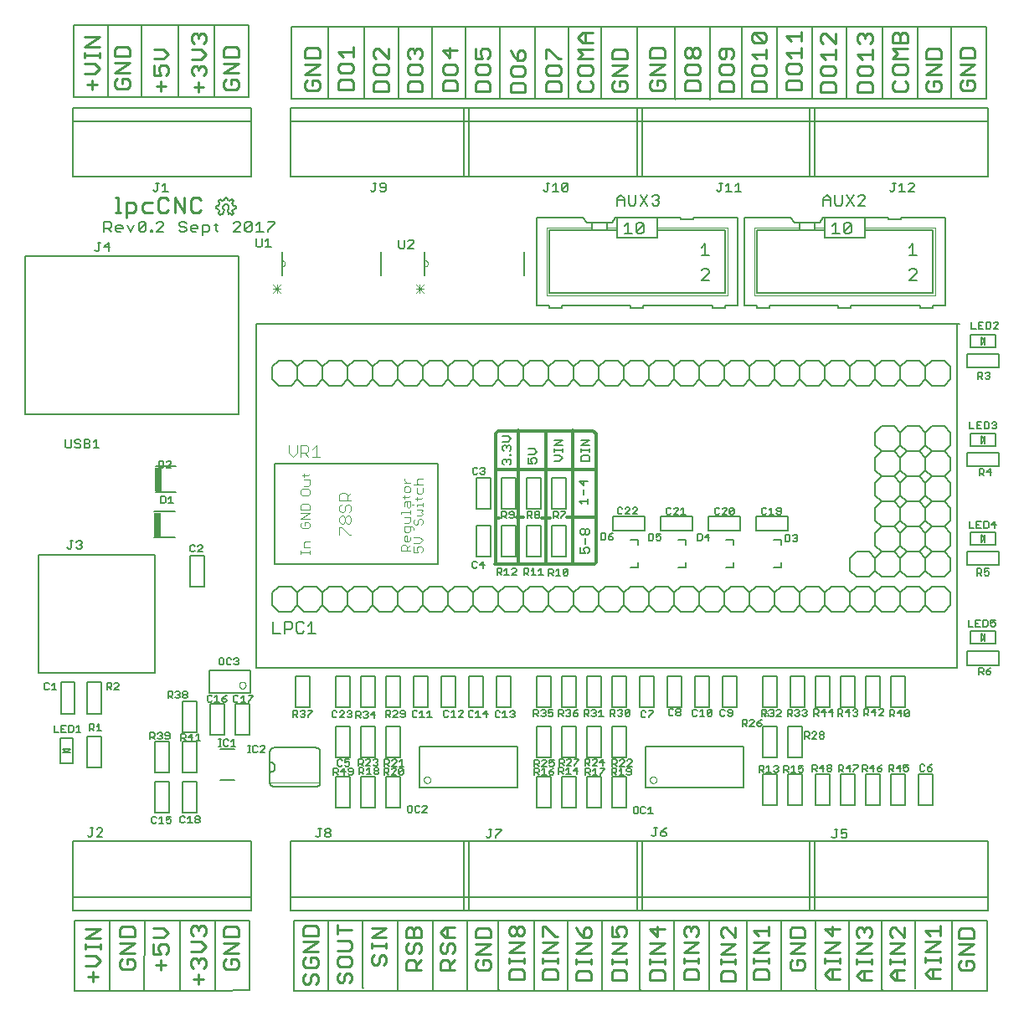
<source format=gto>
G75*
%MOIN*%
%OFA0B0*%
%FSLAX25Y25*%
%IPPOS*%
%LPD*%
%AMOC8*
5,1,8,0,0,1.08239X$1,22.5*
%
%ADD10C,0.01100*%
%ADD11C,0.00600*%
%ADD12C,0.00800*%
%ADD13C,0.01200*%
%ADD14C,0.00500*%
%ADD15C,0.00200*%
%ADD16C,0.00400*%
%ADD17C,0.00100*%
%ADD18C,0.00000*%
%ADD19C,0.00300*%
%ADD20R,0.02657X0.09646*%
D10*
X0031228Y0012118D02*
X0035164Y0012118D01*
X0033196Y0010150D02*
X0033196Y0014087D01*
X0034180Y0016595D02*
X0030243Y0016595D01*
X0034180Y0016595D02*
X0036148Y0018564D01*
X0034180Y0020532D01*
X0030243Y0020532D01*
X0030243Y0023041D02*
X0030243Y0025009D01*
X0030243Y0024025D02*
X0036148Y0024025D01*
X0036148Y0023041D02*
X0036148Y0025009D01*
X0036148Y0027338D02*
X0030243Y0027338D01*
X0036148Y0031275D01*
X0030243Y0031275D01*
X0043843Y0030994D02*
X0043843Y0028041D01*
X0049748Y0028041D01*
X0049748Y0030994D01*
X0048764Y0031978D01*
X0044828Y0031978D01*
X0043843Y0030994D01*
X0043843Y0025532D02*
X0049748Y0025532D01*
X0043843Y0021595D01*
X0049748Y0021595D01*
X0048764Y0019087D02*
X0046796Y0019087D01*
X0046796Y0017118D01*
X0044828Y0015150D02*
X0048764Y0015150D01*
X0049748Y0016134D01*
X0049748Y0018103D01*
X0048764Y0019087D01*
X0044828Y0019087D02*
X0043843Y0018103D01*
X0043843Y0016134D01*
X0044828Y0015150D01*
X0058128Y0016718D02*
X0062064Y0016718D01*
X0060096Y0014750D02*
X0060096Y0018687D01*
X0060096Y0021195D02*
X0059112Y0023164D01*
X0059112Y0024148D01*
X0060096Y0025132D01*
X0062064Y0025132D01*
X0063048Y0024148D01*
X0063048Y0022180D01*
X0062064Y0021195D01*
X0060096Y0021195D02*
X0057143Y0021195D01*
X0057143Y0025132D01*
X0057143Y0027641D02*
X0061080Y0027641D01*
X0063048Y0029609D01*
X0061080Y0031578D01*
X0057143Y0031578D01*
X0072243Y0031439D02*
X0073228Y0032423D01*
X0074212Y0032423D01*
X0075196Y0031439D01*
X0076180Y0032423D01*
X0077164Y0032423D01*
X0078148Y0031439D01*
X0078148Y0029471D01*
X0077164Y0028486D01*
X0076180Y0025978D02*
X0072243Y0025978D01*
X0073228Y0028486D02*
X0072243Y0029471D01*
X0072243Y0031439D01*
X0075196Y0031439D02*
X0075196Y0030455D01*
X0076180Y0025978D02*
X0078148Y0024009D01*
X0076180Y0022041D01*
X0072243Y0022041D01*
X0073228Y0019532D02*
X0072243Y0018548D01*
X0072243Y0016580D01*
X0073228Y0015595D01*
X0075196Y0017564D02*
X0075196Y0018548D01*
X0076180Y0019532D01*
X0077164Y0019532D01*
X0078148Y0018548D01*
X0078148Y0016580D01*
X0077164Y0015595D01*
X0075196Y0013087D02*
X0075196Y0009150D01*
X0073228Y0011118D02*
X0077164Y0011118D01*
X0075196Y0018548D02*
X0074212Y0019532D01*
X0073228Y0019532D01*
X0085243Y0018103D02*
X0085243Y0016134D01*
X0086228Y0015150D01*
X0090164Y0015150D01*
X0091148Y0016134D01*
X0091148Y0018103D01*
X0090164Y0019087D01*
X0088196Y0019087D01*
X0088196Y0017118D01*
X0086228Y0019087D02*
X0085243Y0018103D01*
X0085243Y0021595D02*
X0091148Y0025532D01*
X0085243Y0025532D01*
X0085243Y0028041D02*
X0085243Y0030994D01*
X0086228Y0031978D01*
X0090164Y0031978D01*
X0091148Y0030994D01*
X0091148Y0028041D01*
X0085243Y0028041D01*
X0085243Y0021595D02*
X0091148Y0021595D01*
X0116743Y0022141D02*
X0122648Y0026078D01*
X0116743Y0026078D01*
X0116743Y0028586D02*
X0116743Y0031539D01*
X0117728Y0032523D01*
X0121664Y0032523D01*
X0122648Y0031539D01*
X0122648Y0028586D01*
X0116743Y0028586D01*
X0116743Y0022141D02*
X0122648Y0022141D01*
X0121664Y0019632D02*
X0119696Y0019632D01*
X0119696Y0017664D01*
X0121664Y0019632D02*
X0122648Y0018648D01*
X0122648Y0016680D01*
X0121664Y0015695D01*
X0117728Y0015695D01*
X0116743Y0016680D01*
X0116743Y0018648D01*
X0117728Y0019632D01*
X0117728Y0013187D02*
X0116743Y0012203D01*
X0116743Y0010234D01*
X0117728Y0009250D01*
X0118712Y0009250D01*
X0119696Y0010234D01*
X0119696Y0012203D01*
X0120680Y0013187D01*
X0121664Y0013187D01*
X0122648Y0012203D01*
X0122648Y0010234D01*
X0121664Y0009250D01*
X0130343Y0010634D02*
X0131328Y0009650D01*
X0132312Y0009650D01*
X0133296Y0010634D01*
X0133296Y0012603D01*
X0134280Y0013587D01*
X0135264Y0013587D01*
X0136248Y0012603D01*
X0136248Y0010634D01*
X0135264Y0009650D01*
X0130343Y0010634D02*
X0130343Y0012603D01*
X0131328Y0013587D01*
X0131328Y0016095D02*
X0135264Y0016095D01*
X0136248Y0017080D01*
X0136248Y0019048D01*
X0135264Y0020032D01*
X0131328Y0020032D01*
X0130343Y0019048D01*
X0130343Y0017080D01*
X0131328Y0016095D01*
X0130343Y0022541D02*
X0135264Y0022541D01*
X0136248Y0023525D01*
X0136248Y0025494D01*
X0135264Y0026478D01*
X0130343Y0026478D01*
X0130343Y0028986D02*
X0130343Y0032923D01*
X0130343Y0030955D02*
X0136248Y0030955D01*
X0144043Y0031629D02*
X0149948Y0031629D01*
X0144043Y0027692D01*
X0149948Y0027692D01*
X0149948Y0025364D02*
X0149948Y0023395D01*
X0149948Y0024380D02*
X0144043Y0024380D01*
X0144043Y0025364D02*
X0144043Y0023395D01*
X0145028Y0020887D02*
X0144043Y0019903D01*
X0144043Y0017934D01*
X0145028Y0016950D01*
X0146012Y0016950D01*
X0146996Y0017934D01*
X0146996Y0019903D01*
X0147980Y0020887D01*
X0148964Y0020887D01*
X0149948Y0019903D01*
X0149948Y0017934D01*
X0148964Y0016950D01*
X0157843Y0017903D02*
X0157843Y0014950D01*
X0163748Y0014950D01*
X0161780Y0014950D02*
X0161780Y0017903D01*
X0160796Y0018887D01*
X0158828Y0018887D01*
X0157843Y0017903D01*
X0158828Y0021395D02*
X0159812Y0021395D01*
X0160796Y0022380D01*
X0160796Y0024348D01*
X0161780Y0025332D01*
X0162764Y0025332D01*
X0163748Y0024348D01*
X0163748Y0022380D01*
X0162764Y0021395D01*
X0163748Y0018887D02*
X0161780Y0016918D01*
X0158828Y0021395D02*
X0157843Y0022380D01*
X0157843Y0024348D01*
X0158828Y0025332D01*
X0157843Y0027841D02*
X0157843Y0030794D01*
X0158828Y0031778D01*
X0159812Y0031778D01*
X0160796Y0030794D01*
X0160796Y0027841D01*
X0163748Y0027841D02*
X0157843Y0027841D01*
X0160796Y0030794D02*
X0161780Y0031778D01*
X0162764Y0031778D01*
X0163748Y0030794D01*
X0163748Y0027841D01*
X0171343Y0029809D02*
X0173312Y0031778D01*
X0177248Y0031778D01*
X0174296Y0031778D02*
X0174296Y0027841D01*
X0173312Y0027841D02*
X0171343Y0029809D01*
X0173312Y0027841D02*
X0177248Y0027841D01*
X0176264Y0025332D02*
X0177248Y0024348D01*
X0177248Y0022380D01*
X0176264Y0021395D01*
X0174296Y0022380D02*
X0174296Y0024348D01*
X0175280Y0025332D01*
X0176264Y0025332D01*
X0174296Y0022380D02*
X0173312Y0021395D01*
X0172328Y0021395D01*
X0171343Y0022380D01*
X0171343Y0024348D01*
X0172328Y0025332D01*
X0172328Y0018887D02*
X0174296Y0018887D01*
X0175280Y0017903D01*
X0175280Y0014950D01*
X0175280Y0016918D02*
X0177248Y0018887D01*
X0177248Y0014950D02*
X0171343Y0014950D01*
X0171343Y0017903D01*
X0172328Y0018887D01*
X0185443Y0017703D02*
X0185443Y0015734D01*
X0186428Y0014750D01*
X0190364Y0014750D01*
X0191348Y0015734D01*
X0191348Y0017703D01*
X0190364Y0018687D01*
X0188396Y0018687D01*
X0188396Y0016718D01*
X0186428Y0018687D02*
X0185443Y0017703D01*
X0185443Y0021195D02*
X0191348Y0025132D01*
X0185443Y0025132D01*
X0185443Y0027641D02*
X0185443Y0030594D01*
X0186428Y0031578D01*
X0190364Y0031578D01*
X0191348Y0030594D01*
X0191348Y0027641D01*
X0185443Y0027641D01*
X0185443Y0021195D02*
X0191348Y0021195D01*
X0198743Y0021892D02*
X0204648Y0025829D01*
X0198743Y0025829D01*
X0199728Y0028338D02*
X0200712Y0028338D01*
X0201696Y0029322D01*
X0201696Y0031291D01*
X0202680Y0032275D01*
X0203664Y0032275D01*
X0204648Y0031291D01*
X0204648Y0029322D01*
X0203664Y0028338D01*
X0202680Y0028338D01*
X0201696Y0029322D01*
X0201696Y0031291D02*
X0200712Y0032275D01*
X0199728Y0032275D01*
X0198743Y0031291D01*
X0198743Y0029322D01*
X0199728Y0028338D01*
X0198743Y0021892D02*
X0204648Y0021892D01*
X0204648Y0019564D02*
X0204648Y0017595D01*
X0204648Y0018580D02*
X0198743Y0018580D01*
X0198743Y0019564D02*
X0198743Y0017595D01*
X0199728Y0015087D02*
X0198743Y0014103D01*
X0198743Y0011150D01*
X0204648Y0011150D01*
X0204648Y0014103D01*
X0203664Y0015087D01*
X0199728Y0015087D01*
X0212143Y0014003D02*
X0212143Y0011050D01*
X0218048Y0011050D01*
X0218048Y0014003D01*
X0217064Y0014987D01*
X0213128Y0014987D01*
X0212143Y0014003D01*
X0212143Y0017495D02*
X0212143Y0019464D01*
X0212143Y0018480D02*
X0218048Y0018480D01*
X0218048Y0019464D02*
X0218048Y0017495D01*
X0218048Y0021792D02*
X0212143Y0021792D01*
X0218048Y0025729D01*
X0212143Y0025729D01*
X0212143Y0028238D02*
X0212143Y0032175D01*
X0213128Y0032175D01*
X0217064Y0028238D01*
X0218048Y0028238D01*
X0225443Y0025329D02*
X0231348Y0025329D01*
X0225443Y0021392D01*
X0231348Y0021392D01*
X0231348Y0019064D02*
X0231348Y0017095D01*
X0231348Y0018080D02*
X0225443Y0018080D01*
X0225443Y0019064D02*
X0225443Y0017095D01*
X0226428Y0014587D02*
X0225443Y0013603D01*
X0225443Y0010650D01*
X0231348Y0010650D01*
X0231348Y0013603D01*
X0230364Y0014587D01*
X0226428Y0014587D01*
X0239643Y0013803D02*
X0239643Y0010850D01*
X0245548Y0010850D01*
X0245548Y0013803D01*
X0244564Y0014787D01*
X0240628Y0014787D01*
X0239643Y0013803D01*
X0239643Y0017295D02*
X0239643Y0019264D01*
X0239643Y0018280D02*
X0245548Y0018280D01*
X0245548Y0019264D02*
X0245548Y0017295D01*
X0245548Y0021592D02*
X0239643Y0021592D01*
X0245548Y0025529D01*
X0239643Y0025529D01*
X0239643Y0028038D02*
X0242596Y0028038D01*
X0241612Y0030006D01*
X0241612Y0030991D01*
X0242596Y0031975D01*
X0244564Y0031975D01*
X0245548Y0030991D01*
X0245548Y0029022D01*
X0244564Y0028038D01*
X0239643Y0028038D02*
X0239643Y0031975D01*
X0231348Y0030791D02*
X0230364Y0031775D01*
X0229380Y0031775D01*
X0228396Y0030791D01*
X0228396Y0027838D01*
X0230364Y0027838D01*
X0231348Y0028822D01*
X0231348Y0030791D01*
X0228396Y0027838D02*
X0226428Y0029806D01*
X0225443Y0031775D01*
X0254843Y0030991D02*
X0257796Y0028038D01*
X0257796Y0031975D01*
X0260748Y0030991D02*
X0254843Y0030991D01*
X0254843Y0025529D02*
X0260748Y0025529D01*
X0254843Y0021592D01*
X0260748Y0021592D01*
X0260748Y0019264D02*
X0260748Y0017295D01*
X0260748Y0018280D02*
X0254843Y0018280D01*
X0254843Y0019264D02*
X0254843Y0017295D01*
X0255828Y0014787D02*
X0254843Y0013803D01*
X0254843Y0010850D01*
X0260748Y0010850D01*
X0260748Y0013803D01*
X0259764Y0014787D01*
X0255828Y0014787D01*
X0268343Y0014003D02*
X0268343Y0011050D01*
X0274248Y0011050D01*
X0274248Y0014003D01*
X0273264Y0014987D01*
X0269328Y0014987D01*
X0268343Y0014003D01*
X0268343Y0017495D02*
X0268343Y0019464D01*
X0268343Y0018480D02*
X0274248Y0018480D01*
X0274248Y0019464D02*
X0274248Y0017495D01*
X0274248Y0021792D02*
X0268343Y0021792D01*
X0274248Y0025729D01*
X0268343Y0025729D01*
X0269328Y0028238D02*
X0268343Y0029222D01*
X0268343Y0031191D01*
X0269328Y0032175D01*
X0270312Y0032175D01*
X0271296Y0031191D01*
X0272280Y0032175D01*
X0273264Y0032175D01*
X0274248Y0031191D01*
X0274248Y0029222D01*
X0273264Y0028238D01*
X0271296Y0030206D02*
X0271296Y0031191D01*
X0283043Y0030691D02*
X0283043Y0028722D01*
X0284028Y0027738D01*
X0283043Y0025229D02*
X0288948Y0025229D01*
X0283043Y0021292D01*
X0288948Y0021292D01*
X0288948Y0018964D02*
X0288948Y0016995D01*
X0288948Y0017980D02*
X0283043Y0017980D01*
X0283043Y0018964D02*
X0283043Y0016995D01*
X0284028Y0014487D02*
X0283043Y0013503D01*
X0283043Y0010550D01*
X0288948Y0010550D01*
X0288948Y0013503D01*
X0287964Y0014487D01*
X0284028Y0014487D01*
X0296243Y0014103D02*
X0296243Y0011150D01*
X0302148Y0011150D01*
X0302148Y0014103D01*
X0301164Y0015087D01*
X0297228Y0015087D01*
X0296243Y0014103D01*
X0296243Y0017595D02*
X0296243Y0019564D01*
X0296243Y0018580D02*
X0302148Y0018580D01*
X0302148Y0019564D02*
X0302148Y0017595D01*
X0302148Y0021892D02*
X0296243Y0021892D01*
X0302148Y0025829D01*
X0296243Y0025829D01*
X0298212Y0028338D02*
X0296243Y0030306D01*
X0302148Y0030306D01*
X0302148Y0028338D02*
X0302148Y0032275D01*
X0310643Y0030794D02*
X0310643Y0027841D01*
X0316548Y0027841D01*
X0316548Y0030794D01*
X0315564Y0031778D01*
X0311628Y0031778D01*
X0310643Y0030794D01*
X0310643Y0025332D02*
X0316548Y0025332D01*
X0310643Y0021395D01*
X0316548Y0021395D01*
X0315564Y0018887D02*
X0313596Y0018887D01*
X0313596Y0016918D01*
X0311628Y0014950D02*
X0315564Y0014950D01*
X0316548Y0015934D01*
X0316548Y0017903D01*
X0315564Y0018887D01*
X0311628Y0018887D02*
X0310643Y0017903D01*
X0310643Y0015934D01*
X0311628Y0014950D01*
X0324543Y0013118D02*
X0326512Y0015087D01*
X0330448Y0015087D01*
X0330448Y0017595D02*
X0330448Y0019564D01*
X0330448Y0018580D02*
X0324543Y0018580D01*
X0324543Y0019564D02*
X0324543Y0017595D01*
X0327496Y0015087D02*
X0327496Y0011150D01*
X0326512Y0011150D02*
X0324543Y0013118D01*
X0326512Y0011150D02*
X0330448Y0011150D01*
X0337143Y0012618D02*
X0339112Y0014587D01*
X0343048Y0014587D01*
X0343048Y0017095D02*
X0343048Y0019064D01*
X0343048Y0018080D02*
X0337143Y0018080D01*
X0337143Y0019064D02*
X0337143Y0017095D01*
X0340096Y0014587D02*
X0340096Y0010650D01*
X0339112Y0010650D02*
X0337143Y0012618D01*
X0339112Y0010650D02*
X0343048Y0010650D01*
X0350343Y0012718D02*
X0352312Y0010750D01*
X0356248Y0010750D01*
X0353296Y0010750D02*
X0353296Y0014687D01*
X0352312Y0014687D02*
X0356248Y0014687D01*
X0356248Y0017195D02*
X0356248Y0019164D01*
X0356248Y0018180D02*
X0350343Y0018180D01*
X0350343Y0019164D02*
X0350343Y0017195D01*
X0352312Y0014687D02*
X0350343Y0012718D01*
X0350343Y0021492D02*
X0356248Y0025429D01*
X0350343Y0025429D01*
X0351328Y0027938D02*
X0350343Y0028922D01*
X0350343Y0030891D01*
X0351328Y0031875D01*
X0352312Y0031875D01*
X0356248Y0027938D01*
X0356248Y0031875D01*
X0364543Y0030506D02*
X0370448Y0030506D01*
X0370448Y0028538D02*
X0370448Y0032475D01*
X0366512Y0028538D02*
X0364543Y0030506D01*
X0364543Y0026029D02*
X0370448Y0026029D01*
X0364543Y0022092D01*
X0370448Y0022092D01*
X0370448Y0019764D02*
X0370448Y0017795D01*
X0370448Y0018780D02*
X0364543Y0018780D01*
X0364543Y0019764D02*
X0364543Y0017795D01*
X0366512Y0015287D02*
X0364543Y0013318D01*
X0366512Y0011350D01*
X0370448Y0011350D01*
X0367496Y0011350D02*
X0367496Y0015287D01*
X0366512Y0015287D02*
X0370448Y0015287D01*
X0377843Y0015634D02*
X0377843Y0017603D01*
X0378828Y0018587D01*
X0380796Y0018587D02*
X0380796Y0016618D01*
X0380796Y0018587D02*
X0382764Y0018587D01*
X0383748Y0017603D01*
X0383748Y0015634D01*
X0382764Y0014650D01*
X0378828Y0014650D01*
X0377843Y0015634D01*
X0377843Y0021095D02*
X0383748Y0025032D01*
X0377843Y0025032D01*
X0377843Y0027541D02*
X0377843Y0030494D01*
X0378828Y0031478D01*
X0382764Y0031478D01*
X0383748Y0030494D01*
X0383748Y0027541D01*
X0377843Y0027541D01*
X0377843Y0021095D02*
X0383748Y0021095D01*
X0356248Y0021492D02*
X0350343Y0021492D01*
X0343048Y0021392D02*
X0337143Y0021392D01*
X0343048Y0025329D01*
X0337143Y0025329D01*
X0338128Y0027838D02*
X0337143Y0028822D01*
X0337143Y0030791D01*
X0338128Y0031775D01*
X0339112Y0031775D01*
X0340096Y0030791D01*
X0341080Y0031775D01*
X0342064Y0031775D01*
X0343048Y0030791D01*
X0343048Y0028822D01*
X0342064Y0027838D01*
X0340096Y0029806D02*
X0340096Y0030791D01*
X0330448Y0031291D02*
X0324543Y0031291D01*
X0327496Y0028338D01*
X0327496Y0032275D01*
X0330448Y0025829D02*
X0324543Y0025829D01*
X0324543Y0021892D02*
X0330448Y0025829D01*
X0330448Y0021892D02*
X0324543Y0021892D01*
X0288948Y0027738D02*
X0285012Y0031675D01*
X0284028Y0031675D01*
X0283043Y0030691D01*
X0288948Y0031675D02*
X0288948Y0027738D01*
X0046345Y0314482D02*
X0046345Y0320387D01*
X0049298Y0320387D01*
X0050282Y0319403D01*
X0050282Y0317434D01*
X0049298Y0316450D01*
X0046345Y0316450D01*
X0044017Y0316450D02*
X0042048Y0316450D01*
X0043033Y0316450D02*
X0043033Y0322355D01*
X0042048Y0322355D01*
X0052791Y0319403D02*
X0052791Y0317434D01*
X0053775Y0316450D01*
X0056728Y0316450D01*
X0059236Y0317434D02*
X0060221Y0316450D01*
X0062189Y0316450D01*
X0063173Y0317434D01*
X0065682Y0316450D02*
X0065682Y0322355D01*
X0069619Y0316450D01*
X0069619Y0322355D01*
X0072127Y0321371D02*
X0072127Y0317434D01*
X0073112Y0316450D01*
X0075080Y0316450D01*
X0076064Y0317434D01*
X0076064Y0321371D02*
X0075080Y0322355D01*
X0073112Y0322355D01*
X0072127Y0321371D01*
X0063173Y0321371D02*
X0062189Y0322355D01*
X0060221Y0322355D01*
X0059236Y0321371D01*
X0059236Y0317434D01*
X0056728Y0320387D02*
X0053775Y0320387D01*
X0052791Y0319403D01*
X0060296Y0364750D02*
X0060296Y0368687D01*
X0060296Y0371195D02*
X0059312Y0373164D01*
X0059312Y0374148D01*
X0060296Y0375132D01*
X0062264Y0375132D01*
X0063248Y0374148D01*
X0063248Y0372180D01*
X0062264Y0371195D01*
X0060296Y0371195D02*
X0057343Y0371195D01*
X0057343Y0375132D01*
X0057343Y0377641D02*
X0061280Y0377641D01*
X0063248Y0379609D01*
X0061280Y0381578D01*
X0057343Y0381578D01*
X0047848Y0381594D02*
X0046864Y0382578D01*
X0042928Y0382578D01*
X0041943Y0381594D01*
X0041943Y0378641D01*
X0047848Y0378641D01*
X0047848Y0381594D01*
X0047848Y0376132D02*
X0041943Y0376132D01*
X0041943Y0372195D02*
X0047848Y0376132D01*
X0047848Y0372195D02*
X0041943Y0372195D01*
X0042928Y0369687D02*
X0041943Y0368703D01*
X0041943Y0366734D01*
X0042928Y0365750D01*
X0046864Y0365750D01*
X0047848Y0366734D01*
X0047848Y0368703D01*
X0046864Y0369687D01*
X0044896Y0369687D01*
X0044896Y0367718D01*
X0034864Y0367318D02*
X0030928Y0367318D01*
X0032896Y0365350D02*
X0032896Y0369287D01*
X0033880Y0371795D02*
X0029943Y0371795D01*
X0033880Y0371795D02*
X0035848Y0373764D01*
X0033880Y0375732D01*
X0029943Y0375732D01*
X0029943Y0378241D02*
X0029943Y0380209D01*
X0029943Y0379225D02*
X0035848Y0379225D01*
X0035848Y0378241D02*
X0035848Y0380209D01*
X0035848Y0382538D02*
X0029943Y0382538D01*
X0035848Y0386475D01*
X0029943Y0386475D01*
X0058328Y0366718D02*
X0062264Y0366718D01*
X0072343Y0371980D02*
X0072343Y0373948D01*
X0073328Y0374932D01*
X0074312Y0374932D01*
X0075296Y0373948D01*
X0076280Y0374932D01*
X0077264Y0374932D01*
X0078248Y0373948D01*
X0078248Y0371980D01*
X0077264Y0370995D01*
X0075296Y0372964D02*
X0075296Y0373948D01*
X0073328Y0370995D02*
X0072343Y0371980D01*
X0075296Y0368487D02*
X0075296Y0364550D01*
X0073328Y0366518D02*
X0077264Y0366518D01*
X0085143Y0366534D02*
X0086128Y0365550D01*
X0090064Y0365550D01*
X0091048Y0366534D01*
X0091048Y0368503D01*
X0090064Y0369487D01*
X0088096Y0369487D01*
X0088096Y0367518D01*
X0086128Y0369487D02*
X0085143Y0368503D01*
X0085143Y0366534D01*
X0085143Y0371995D02*
X0091048Y0375932D01*
X0085143Y0375932D01*
X0085143Y0378441D02*
X0085143Y0381394D01*
X0086128Y0382378D01*
X0090064Y0382378D01*
X0091048Y0381394D01*
X0091048Y0378441D01*
X0085143Y0378441D01*
X0085143Y0371995D02*
X0091048Y0371995D01*
X0078248Y0379409D02*
X0076280Y0381378D01*
X0072343Y0381378D01*
X0073328Y0383886D02*
X0072343Y0384871D01*
X0072343Y0386839D01*
X0073328Y0387823D01*
X0074312Y0387823D01*
X0075296Y0386839D01*
X0076280Y0387823D01*
X0077264Y0387823D01*
X0078248Y0386839D01*
X0078248Y0384871D01*
X0077264Y0383886D01*
X0075296Y0385855D02*
X0075296Y0386839D01*
X0078248Y0379409D02*
X0076280Y0377441D01*
X0072343Y0377441D01*
X0117543Y0378041D02*
X0117543Y0380994D01*
X0118528Y0381978D01*
X0122464Y0381978D01*
X0123448Y0380994D01*
X0123448Y0378041D01*
X0117543Y0378041D01*
X0117543Y0375532D02*
X0123448Y0375532D01*
X0117543Y0371595D01*
X0123448Y0371595D01*
X0122464Y0369087D02*
X0120496Y0369087D01*
X0120496Y0367118D01*
X0118528Y0365150D02*
X0122464Y0365150D01*
X0123448Y0366134D01*
X0123448Y0368103D01*
X0122464Y0369087D01*
X0118528Y0369087D02*
X0117543Y0368103D01*
X0117543Y0366134D01*
X0118528Y0365150D01*
X0130743Y0365550D02*
X0130743Y0368503D01*
X0131728Y0369487D01*
X0135664Y0369487D01*
X0136648Y0368503D01*
X0136648Y0365550D01*
X0130743Y0365550D01*
X0131728Y0371995D02*
X0135664Y0371995D01*
X0136648Y0372980D01*
X0136648Y0374948D01*
X0135664Y0375932D01*
X0131728Y0375932D01*
X0130743Y0374948D01*
X0130743Y0372980D01*
X0131728Y0371995D01*
X0132712Y0378441D02*
X0130743Y0380409D01*
X0136648Y0380409D01*
X0136648Y0378441D02*
X0136648Y0382378D01*
X0144743Y0380794D02*
X0144743Y0378825D01*
X0145728Y0377841D01*
X0145728Y0375332D02*
X0144743Y0374348D01*
X0144743Y0372380D01*
X0145728Y0371395D01*
X0149664Y0371395D01*
X0150648Y0372380D01*
X0150648Y0374348D01*
X0149664Y0375332D01*
X0145728Y0375332D01*
X0150648Y0377841D02*
X0146712Y0381778D01*
X0145728Y0381778D01*
X0144743Y0380794D01*
X0150648Y0381778D02*
X0150648Y0377841D01*
X0158343Y0378825D02*
X0159328Y0377841D01*
X0158343Y0378825D02*
X0158343Y0380794D01*
X0159328Y0381778D01*
X0160312Y0381778D01*
X0161296Y0380794D01*
X0162280Y0381778D01*
X0163264Y0381778D01*
X0164248Y0380794D01*
X0164248Y0378825D01*
X0163264Y0377841D01*
X0163264Y0375332D02*
X0159328Y0375332D01*
X0158343Y0374348D01*
X0158343Y0372380D01*
X0159328Y0371395D01*
X0163264Y0371395D01*
X0164248Y0372380D01*
X0164248Y0374348D01*
X0163264Y0375332D01*
X0161296Y0379809D02*
X0161296Y0380794D01*
X0172343Y0380994D02*
X0175296Y0378041D01*
X0175296Y0381978D01*
X0178248Y0380994D02*
X0172343Y0380994D01*
X0173328Y0375532D02*
X0172343Y0374548D01*
X0172343Y0372580D01*
X0173328Y0371595D01*
X0177264Y0371595D01*
X0178248Y0372580D01*
X0178248Y0374548D01*
X0177264Y0375532D01*
X0173328Y0375532D01*
X0173328Y0369087D02*
X0172343Y0368103D01*
X0172343Y0365150D01*
X0178248Y0365150D01*
X0178248Y0368103D01*
X0177264Y0369087D01*
X0173328Y0369087D01*
X0164248Y0367903D02*
X0164248Y0364950D01*
X0158343Y0364950D01*
X0158343Y0367903D01*
X0159328Y0368887D01*
X0163264Y0368887D01*
X0164248Y0367903D01*
X0150648Y0367903D02*
X0150648Y0364950D01*
X0144743Y0364950D01*
X0144743Y0367903D01*
X0145728Y0368887D01*
X0149664Y0368887D01*
X0150648Y0367903D01*
X0185343Y0367903D02*
X0185343Y0364950D01*
X0191248Y0364950D01*
X0191248Y0367903D01*
X0190264Y0368887D01*
X0186328Y0368887D01*
X0185343Y0367903D01*
X0186328Y0371395D02*
X0190264Y0371395D01*
X0191248Y0372380D01*
X0191248Y0374348D01*
X0190264Y0375332D01*
X0186328Y0375332D01*
X0185343Y0374348D01*
X0185343Y0372380D01*
X0186328Y0371395D01*
X0185343Y0377841D02*
X0188296Y0377841D01*
X0187312Y0379809D01*
X0187312Y0380794D01*
X0188296Y0381778D01*
X0190264Y0381778D01*
X0191248Y0380794D01*
X0191248Y0378825D01*
X0190264Y0377841D01*
X0185343Y0377841D02*
X0185343Y0381778D01*
X0199343Y0381178D02*
X0200328Y0379209D01*
X0202296Y0377241D01*
X0202296Y0380194D01*
X0203280Y0381178D01*
X0204264Y0381178D01*
X0205248Y0380194D01*
X0205248Y0378225D01*
X0204264Y0377241D01*
X0202296Y0377241D01*
X0204264Y0374732D02*
X0200328Y0374732D01*
X0199343Y0373748D01*
X0199343Y0371780D01*
X0200328Y0370795D01*
X0204264Y0370795D01*
X0205248Y0371780D01*
X0205248Y0373748D01*
X0204264Y0374732D01*
X0204264Y0368287D02*
X0200328Y0368287D01*
X0199343Y0367303D01*
X0199343Y0364350D01*
X0205248Y0364350D01*
X0205248Y0367303D01*
X0204264Y0368287D01*
X0213543Y0367703D02*
X0213543Y0364750D01*
X0219448Y0364750D01*
X0219448Y0367703D01*
X0218464Y0368687D01*
X0214528Y0368687D01*
X0213543Y0367703D01*
X0214528Y0371195D02*
X0218464Y0371195D01*
X0219448Y0372180D01*
X0219448Y0374148D01*
X0218464Y0375132D01*
X0214528Y0375132D01*
X0213543Y0374148D01*
X0213543Y0372180D01*
X0214528Y0371195D01*
X0213543Y0377641D02*
X0213543Y0381578D01*
X0214528Y0381578D01*
X0218464Y0377641D01*
X0219448Y0377641D01*
X0226143Y0377641D02*
X0228112Y0379609D01*
X0226143Y0381578D01*
X0232048Y0381578D01*
X0232048Y0384086D02*
X0228112Y0384086D01*
X0226143Y0386055D01*
X0228112Y0388023D01*
X0232048Y0388023D01*
X0229096Y0388023D02*
X0229096Y0384086D01*
X0232048Y0377641D02*
X0226143Y0377641D01*
X0227128Y0375132D02*
X0226143Y0374148D01*
X0226143Y0372180D01*
X0227128Y0371195D01*
X0231064Y0371195D01*
X0232048Y0372180D01*
X0232048Y0374148D01*
X0231064Y0375132D01*
X0227128Y0375132D01*
X0227128Y0368687D02*
X0226143Y0367703D01*
X0226143Y0365734D01*
X0227128Y0364750D01*
X0231064Y0364750D01*
X0232048Y0365734D01*
X0232048Y0367703D01*
X0231064Y0368687D01*
X0239743Y0367703D02*
X0239743Y0365734D01*
X0240728Y0364750D01*
X0244664Y0364750D01*
X0245648Y0365734D01*
X0245648Y0367703D01*
X0244664Y0368687D01*
X0242696Y0368687D01*
X0242696Y0366718D01*
X0240728Y0368687D02*
X0239743Y0367703D01*
X0239743Y0371195D02*
X0245648Y0375132D01*
X0239743Y0375132D01*
X0239743Y0377641D02*
X0239743Y0380594D01*
X0240728Y0381578D01*
X0244664Y0381578D01*
X0245648Y0380594D01*
X0245648Y0377641D01*
X0239743Y0377641D01*
X0239743Y0371195D02*
X0245648Y0371195D01*
X0254743Y0371595D02*
X0260648Y0375532D01*
X0254743Y0375532D01*
X0254743Y0378041D02*
X0254743Y0380994D01*
X0255728Y0381978D01*
X0259664Y0381978D01*
X0260648Y0380994D01*
X0260648Y0378041D01*
X0254743Y0378041D01*
X0254743Y0371595D02*
X0260648Y0371595D01*
X0259664Y0369087D02*
X0257696Y0369087D01*
X0257696Y0367118D01*
X0255728Y0365150D02*
X0259664Y0365150D01*
X0260648Y0366134D01*
X0260648Y0368103D01*
X0259664Y0369087D01*
X0255728Y0369087D02*
X0254743Y0368103D01*
X0254743Y0366134D01*
X0255728Y0365150D01*
X0268943Y0365150D02*
X0268943Y0368103D01*
X0269928Y0369087D01*
X0273864Y0369087D01*
X0274848Y0368103D01*
X0274848Y0365150D01*
X0268943Y0365150D01*
X0269928Y0371595D02*
X0268943Y0372580D01*
X0268943Y0374548D01*
X0269928Y0375532D01*
X0273864Y0375532D01*
X0274848Y0374548D01*
X0274848Y0372580D01*
X0273864Y0371595D01*
X0269928Y0371595D01*
X0269928Y0378041D02*
X0270912Y0378041D01*
X0271896Y0379025D01*
X0271896Y0380994D01*
X0272880Y0381978D01*
X0273864Y0381978D01*
X0274848Y0380994D01*
X0274848Y0379025D01*
X0273864Y0378041D01*
X0272880Y0378041D01*
X0271896Y0379025D01*
X0271896Y0380994D02*
X0270912Y0381978D01*
X0269928Y0381978D01*
X0268943Y0380994D01*
X0268943Y0379025D01*
X0269928Y0378041D01*
X0282343Y0378825D02*
X0283328Y0377841D01*
X0284312Y0377841D01*
X0285296Y0378825D01*
X0285296Y0381778D01*
X0287264Y0381778D02*
X0283328Y0381778D01*
X0282343Y0380794D01*
X0282343Y0378825D01*
X0283328Y0375332D02*
X0282343Y0374348D01*
X0282343Y0372380D01*
X0283328Y0371395D01*
X0287264Y0371395D01*
X0288248Y0372380D01*
X0288248Y0374348D01*
X0287264Y0375332D01*
X0283328Y0375332D01*
X0287264Y0377841D02*
X0288248Y0378825D01*
X0288248Y0380794D01*
X0287264Y0381778D01*
X0295343Y0379609D02*
X0297312Y0377641D01*
X0296328Y0375132D02*
X0295343Y0374148D01*
X0295343Y0372180D01*
X0296328Y0371195D01*
X0300264Y0371195D01*
X0301248Y0372180D01*
X0301248Y0374148D01*
X0300264Y0375132D01*
X0296328Y0375132D01*
X0295343Y0379609D02*
X0301248Y0379609D01*
X0301248Y0377641D02*
X0301248Y0381578D01*
X0300264Y0384086D02*
X0296328Y0384086D01*
X0295343Y0385071D01*
X0295343Y0387039D01*
X0296328Y0388023D01*
X0300264Y0384086D01*
X0301248Y0385071D01*
X0301248Y0387039D01*
X0300264Y0388023D01*
X0296328Y0388023D01*
X0309143Y0386655D02*
X0315048Y0386655D01*
X0315048Y0388623D02*
X0315048Y0384686D01*
X0315048Y0382178D02*
X0315048Y0378241D01*
X0315048Y0380209D02*
X0309143Y0380209D01*
X0311112Y0378241D01*
X0310128Y0375732D02*
X0309143Y0374748D01*
X0309143Y0372780D01*
X0310128Y0371795D01*
X0314064Y0371795D01*
X0315048Y0372780D01*
X0315048Y0374748D01*
X0314064Y0375732D01*
X0310128Y0375732D01*
X0310128Y0369287D02*
X0309143Y0368303D01*
X0309143Y0365350D01*
X0315048Y0365350D01*
X0315048Y0368303D01*
X0314064Y0369287D01*
X0310128Y0369287D01*
X0301248Y0367703D02*
X0301248Y0364750D01*
X0295343Y0364750D01*
X0295343Y0367703D01*
X0296328Y0368687D01*
X0300264Y0368687D01*
X0301248Y0367703D01*
X0288248Y0367903D02*
X0288248Y0364950D01*
X0282343Y0364950D01*
X0282343Y0367903D01*
X0283328Y0368887D01*
X0287264Y0368887D01*
X0288248Y0367903D01*
X0309143Y0386655D02*
X0311112Y0384686D01*
X0322743Y0384871D02*
X0323728Y0383886D01*
X0322743Y0384871D02*
X0322743Y0386839D01*
X0323728Y0387823D01*
X0324712Y0387823D01*
X0328648Y0383886D01*
X0328648Y0387823D01*
X0328648Y0381378D02*
X0328648Y0377441D01*
X0328648Y0379409D02*
X0322743Y0379409D01*
X0324712Y0377441D01*
X0323728Y0374932D02*
X0322743Y0373948D01*
X0322743Y0371980D01*
X0323728Y0370995D01*
X0327664Y0370995D01*
X0328648Y0371980D01*
X0328648Y0373948D01*
X0327664Y0374932D01*
X0323728Y0374932D01*
X0323728Y0368487D02*
X0322743Y0367503D01*
X0322743Y0364550D01*
X0328648Y0364550D01*
X0328648Y0367503D01*
X0327664Y0368487D01*
X0323728Y0368487D01*
X0337543Y0367503D02*
X0337543Y0364550D01*
X0343448Y0364550D01*
X0343448Y0367503D01*
X0342464Y0368487D01*
X0338528Y0368487D01*
X0337543Y0367503D01*
X0338528Y0370995D02*
X0337543Y0371980D01*
X0337543Y0373948D01*
X0338528Y0374932D01*
X0342464Y0374932D01*
X0343448Y0373948D01*
X0343448Y0371980D01*
X0342464Y0370995D01*
X0338528Y0370995D01*
X0339512Y0377441D02*
X0337543Y0379409D01*
X0343448Y0379409D01*
X0343448Y0377441D02*
X0343448Y0381378D01*
X0342464Y0383886D02*
X0343448Y0384871D01*
X0343448Y0386839D01*
X0342464Y0387823D01*
X0341480Y0387823D01*
X0340496Y0386839D01*
X0340496Y0385855D01*
X0340496Y0386839D02*
X0339512Y0387823D01*
X0338528Y0387823D01*
X0337543Y0386839D01*
X0337543Y0384871D01*
X0338528Y0383886D01*
X0351543Y0384286D02*
X0351543Y0387239D01*
X0352528Y0388223D01*
X0353512Y0388223D01*
X0354496Y0387239D01*
X0354496Y0384286D01*
X0357448Y0384286D02*
X0357448Y0387239D01*
X0356464Y0388223D01*
X0355480Y0388223D01*
X0354496Y0387239D01*
X0357448Y0384286D02*
X0351543Y0384286D01*
X0351543Y0381778D02*
X0357448Y0381778D01*
X0357448Y0377841D02*
X0351543Y0377841D01*
X0353512Y0379809D01*
X0351543Y0381778D01*
X0352528Y0375332D02*
X0351543Y0374348D01*
X0351543Y0372380D01*
X0352528Y0371395D01*
X0356464Y0371395D01*
X0357448Y0372380D01*
X0357448Y0374348D01*
X0356464Y0375332D01*
X0352528Y0375332D01*
X0352528Y0368887D02*
X0351543Y0367903D01*
X0351543Y0365934D01*
X0352528Y0364950D01*
X0356464Y0364950D01*
X0357448Y0365934D01*
X0357448Y0367903D01*
X0356464Y0368887D01*
X0364743Y0367903D02*
X0364743Y0365934D01*
X0365728Y0364950D01*
X0369664Y0364950D01*
X0370648Y0365934D01*
X0370648Y0367903D01*
X0369664Y0368887D01*
X0367696Y0368887D01*
X0367696Y0366918D01*
X0365728Y0368887D02*
X0364743Y0367903D01*
X0364743Y0371395D02*
X0370648Y0375332D01*
X0364743Y0375332D01*
X0364743Y0377841D02*
X0364743Y0380794D01*
X0365728Y0381778D01*
X0369664Y0381778D01*
X0370648Y0380794D01*
X0370648Y0377841D01*
X0364743Y0377841D01*
X0364743Y0371395D02*
X0370648Y0371395D01*
X0378343Y0371595D02*
X0384248Y0375532D01*
X0378343Y0375532D01*
X0378343Y0378041D02*
X0378343Y0380994D01*
X0379328Y0381978D01*
X0383264Y0381978D01*
X0384248Y0380994D01*
X0384248Y0378041D01*
X0378343Y0378041D01*
X0378343Y0371595D02*
X0384248Y0371595D01*
X0383264Y0369087D02*
X0381296Y0369087D01*
X0381296Y0367118D01*
X0379328Y0365150D02*
X0383264Y0365150D01*
X0384248Y0366134D01*
X0384248Y0368103D01*
X0383264Y0369087D01*
X0379328Y0369087D02*
X0378343Y0368103D01*
X0378343Y0366134D01*
X0379328Y0365150D01*
D11*
X0025698Y0034600D02*
X0025698Y0006600D01*
X0039698Y0006600D01*
X0039698Y0034600D01*
X0053698Y0034600D01*
X0053598Y0006600D01*
X0039698Y0006600D01*
X0053598Y0006600D02*
X0067698Y0006600D01*
X0067698Y0034600D01*
X0081698Y0034600D01*
X0081698Y0006600D01*
X0067698Y0006600D01*
X0081698Y0006600D02*
X0095598Y0006700D01*
X0095598Y0034600D01*
X0081698Y0034600D01*
X0067698Y0034600D02*
X0053698Y0034600D01*
X0039698Y0034600D02*
X0025698Y0034600D01*
X0031554Y0067909D02*
X0032122Y0067909D01*
X0032689Y0068476D01*
X0032689Y0071312D01*
X0032122Y0071312D02*
X0033256Y0071312D01*
X0034670Y0070744D02*
X0035238Y0071312D01*
X0036372Y0071312D01*
X0036939Y0070744D01*
X0036939Y0070177D01*
X0034670Y0067909D01*
X0036939Y0067909D01*
X0031554Y0067909D02*
X0030987Y0068476D01*
X0083795Y0090521D02*
X0089406Y0090521D01*
X0089406Y0102679D02*
X0083795Y0102679D01*
X0103598Y0101800D02*
X0103598Y0097600D01*
X0103598Y0093600D01*
X0103598Y0089400D01*
X0103600Y0089324D01*
X0103606Y0089248D01*
X0103615Y0089173D01*
X0103629Y0089098D01*
X0103646Y0089024D01*
X0103667Y0088951D01*
X0103691Y0088879D01*
X0103720Y0088808D01*
X0103751Y0088739D01*
X0103786Y0088672D01*
X0103825Y0088607D01*
X0103867Y0088543D01*
X0103912Y0088482D01*
X0103960Y0088423D01*
X0104011Y0088367D01*
X0104065Y0088313D01*
X0104121Y0088262D01*
X0104180Y0088214D01*
X0104241Y0088169D01*
X0104305Y0088127D01*
X0104370Y0088088D01*
X0104437Y0088053D01*
X0104506Y0088022D01*
X0104577Y0087993D01*
X0104649Y0087969D01*
X0104722Y0087948D01*
X0104796Y0087931D01*
X0104871Y0087917D01*
X0104946Y0087908D01*
X0105022Y0087902D01*
X0105098Y0087900D01*
X0122098Y0087900D01*
X0122174Y0087902D01*
X0122250Y0087908D01*
X0122325Y0087917D01*
X0122400Y0087931D01*
X0122474Y0087948D01*
X0122547Y0087969D01*
X0122619Y0087993D01*
X0122690Y0088022D01*
X0122759Y0088053D01*
X0122826Y0088088D01*
X0122891Y0088127D01*
X0122955Y0088169D01*
X0123016Y0088214D01*
X0123075Y0088262D01*
X0123131Y0088313D01*
X0123185Y0088367D01*
X0123236Y0088423D01*
X0123284Y0088482D01*
X0123329Y0088543D01*
X0123371Y0088607D01*
X0123410Y0088672D01*
X0123445Y0088739D01*
X0123476Y0088808D01*
X0123505Y0088879D01*
X0123529Y0088951D01*
X0123550Y0089024D01*
X0123567Y0089098D01*
X0123581Y0089173D01*
X0123590Y0089248D01*
X0123596Y0089324D01*
X0123598Y0089400D01*
X0123598Y0101800D01*
X0123596Y0101876D01*
X0123590Y0101952D01*
X0123581Y0102027D01*
X0123567Y0102102D01*
X0123550Y0102176D01*
X0123529Y0102249D01*
X0123505Y0102321D01*
X0123476Y0102392D01*
X0123445Y0102461D01*
X0123410Y0102528D01*
X0123371Y0102593D01*
X0123329Y0102657D01*
X0123284Y0102718D01*
X0123236Y0102777D01*
X0123185Y0102833D01*
X0123131Y0102887D01*
X0123075Y0102938D01*
X0123016Y0102986D01*
X0122955Y0103031D01*
X0122891Y0103073D01*
X0122826Y0103112D01*
X0122759Y0103147D01*
X0122690Y0103178D01*
X0122619Y0103207D01*
X0122547Y0103231D01*
X0122474Y0103252D01*
X0122400Y0103269D01*
X0122325Y0103283D01*
X0122250Y0103292D01*
X0122174Y0103298D01*
X0122098Y0103300D01*
X0105098Y0103300D01*
X0105022Y0103298D01*
X0104946Y0103292D01*
X0104871Y0103283D01*
X0104796Y0103269D01*
X0104722Y0103252D01*
X0104649Y0103231D01*
X0104577Y0103207D01*
X0104506Y0103178D01*
X0104437Y0103147D01*
X0104370Y0103112D01*
X0104305Y0103073D01*
X0104241Y0103031D01*
X0104180Y0102986D01*
X0104121Y0102938D01*
X0104065Y0102887D01*
X0104011Y0102833D01*
X0103960Y0102777D01*
X0103912Y0102718D01*
X0103867Y0102657D01*
X0103825Y0102593D01*
X0103786Y0102528D01*
X0103751Y0102461D01*
X0103720Y0102392D01*
X0103691Y0102321D01*
X0103667Y0102249D01*
X0103646Y0102176D01*
X0103629Y0102102D01*
X0103615Y0102027D01*
X0103606Y0101952D01*
X0103600Y0101876D01*
X0103598Y0101800D01*
X0103598Y0097600D02*
X0103686Y0097598D01*
X0103775Y0097592D01*
X0103863Y0097582D01*
X0103950Y0097569D01*
X0104037Y0097551D01*
X0104123Y0097530D01*
X0104208Y0097505D01*
X0104291Y0097476D01*
X0104374Y0097443D01*
X0104454Y0097407D01*
X0104533Y0097368D01*
X0104611Y0097325D01*
X0104686Y0097278D01*
X0104759Y0097228D01*
X0104830Y0097175D01*
X0104899Y0097119D01*
X0104965Y0097060D01*
X0105028Y0096998D01*
X0105088Y0096934D01*
X0105146Y0096867D01*
X0105200Y0096797D01*
X0105252Y0096725D01*
X0105300Y0096651D01*
X0105345Y0096574D01*
X0105386Y0096496D01*
X0105424Y0096416D01*
X0105458Y0096335D01*
X0105489Y0096252D01*
X0105516Y0096167D01*
X0105539Y0096082D01*
X0105558Y0095996D01*
X0105574Y0095908D01*
X0105586Y0095821D01*
X0105594Y0095733D01*
X0105598Y0095644D01*
X0105598Y0095556D01*
X0105594Y0095467D01*
X0105586Y0095379D01*
X0105574Y0095292D01*
X0105558Y0095204D01*
X0105539Y0095118D01*
X0105516Y0095033D01*
X0105489Y0094948D01*
X0105458Y0094865D01*
X0105424Y0094784D01*
X0105386Y0094704D01*
X0105345Y0094626D01*
X0105300Y0094549D01*
X0105252Y0094475D01*
X0105200Y0094403D01*
X0105146Y0094333D01*
X0105088Y0094266D01*
X0105028Y0094202D01*
X0104965Y0094140D01*
X0104899Y0094081D01*
X0104830Y0094025D01*
X0104759Y0093972D01*
X0104686Y0093922D01*
X0104611Y0093875D01*
X0104533Y0093832D01*
X0104454Y0093793D01*
X0104374Y0093757D01*
X0104291Y0093724D01*
X0104208Y0093695D01*
X0104123Y0093670D01*
X0104037Y0093649D01*
X0103950Y0093631D01*
X0103863Y0093618D01*
X0103775Y0093608D01*
X0103686Y0093602D01*
X0103598Y0093600D01*
X0122936Y0071112D02*
X0124070Y0071112D01*
X0123503Y0071112D02*
X0123503Y0068276D01*
X0122936Y0067709D01*
X0122369Y0067709D01*
X0121801Y0068276D01*
X0125485Y0068276D02*
X0125485Y0068843D01*
X0126052Y0069410D01*
X0127186Y0069410D01*
X0127753Y0068843D01*
X0127753Y0068276D01*
X0127186Y0067709D01*
X0126052Y0067709D01*
X0125485Y0068276D01*
X0126052Y0069410D02*
X0125485Y0069977D01*
X0125485Y0070544D01*
X0126052Y0071112D01*
X0127186Y0071112D01*
X0127753Y0070544D01*
X0127753Y0069977D01*
X0127186Y0069410D01*
X0126798Y0034800D02*
X0126798Y0006900D01*
X0126898Y0006800D01*
X0126998Y0006800D01*
X0126898Y0006900D01*
X0126998Y0006800D02*
X0127098Y0006800D01*
X0140498Y0007700D02*
X0140898Y0007300D01*
X0140498Y0007700D02*
X0140498Y0034500D01*
X0154598Y0034500D02*
X0154598Y0006600D01*
X0113298Y0006600D01*
X0113298Y0034600D01*
X0182098Y0034600D01*
X0182098Y0006500D01*
X0182198Y0006400D01*
X0194598Y0006900D02*
X0194698Y0006800D01*
X0194898Y0006800D01*
X0194998Y0006900D01*
X0194898Y0006900D01*
X0194698Y0007100D01*
X0194598Y0006900D02*
X0194598Y0034500D01*
X0182098Y0034600D02*
X0221998Y0034600D01*
X0221998Y0006700D01*
X0222198Y0006500D01*
X0235798Y0006400D02*
X0235798Y0034600D01*
X0389098Y0034600D01*
X0389098Y0006600D01*
X0154598Y0006600D01*
X0168398Y0006600D02*
X0168598Y0006400D01*
X0168598Y0006500D01*
X0168398Y0006600D02*
X0168398Y0034800D01*
X0190266Y0067509D02*
X0190833Y0067509D01*
X0191401Y0068076D01*
X0191401Y0070912D01*
X0191968Y0070912D02*
X0190833Y0070912D01*
X0193382Y0070912D02*
X0195651Y0070912D01*
X0195651Y0070344D01*
X0193382Y0068076D01*
X0193382Y0067509D01*
X0190266Y0067509D02*
X0189699Y0068076D01*
X0208698Y0034800D02*
X0208698Y0006900D01*
X0221998Y0034600D02*
X0235798Y0034600D01*
X0250798Y0034500D02*
X0250798Y0007100D01*
X0251098Y0006800D01*
X0264398Y0006900D02*
X0264498Y0006800D01*
X0264398Y0006900D02*
X0264398Y0034800D01*
X0278598Y0034800D02*
X0278598Y0006800D01*
X0293498Y0006900D02*
X0293598Y0006800D01*
X0293498Y0006900D02*
X0293498Y0034700D01*
X0307098Y0034500D02*
X0307098Y0006800D01*
X0307198Y0006700D01*
X0320698Y0007300D02*
X0321298Y0006700D01*
X0320698Y0007300D02*
X0320698Y0034800D01*
X0334098Y0034700D02*
X0334098Y0007000D01*
X0347198Y0007100D02*
X0347498Y0006800D01*
X0347198Y0007100D02*
X0347198Y0034700D01*
X0360498Y0034700D02*
X0360498Y0007400D01*
X0360598Y0007300D01*
X0374998Y0007000D02*
X0374998Y0034300D01*
X0333246Y0067876D02*
X0332679Y0067309D01*
X0331545Y0067309D01*
X0330977Y0067876D01*
X0330977Y0069010D02*
X0332112Y0069577D01*
X0332679Y0069577D01*
X0333246Y0069010D01*
X0333246Y0067876D01*
X0330977Y0069010D02*
X0330977Y0070712D01*
X0333246Y0070712D01*
X0329563Y0070712D02*
X0328429Y0070712D01*
X0328996Y0070712D02*
X0328996Y0067876D01*
X0328429Y0067309D01*
X0327861Y0067309D01*
X0327294Y0067876D01*
X0261448Y0068576D02*
X0261448Y0069143D01*
X0260881Y0069710D01*
X0259180Y0069710D01*
X0259180Y0068576D01*
X0259747Y0068009D01*
X0260881Y0068009D01*
X0261448Y0068576D01*
X0260314Y0070844D02*
X0259180Y0069710D01*
X0260314Y0070844D02*
X0261448Y0071412D01*
X0257765Y0071412D02*
X0256631Y0071412D01*
X0257198Y0071412D02*
X0257198Y0068576D01*
X0256631Y0068009D01*
X0256064Y0068009D01*
X0255497Y0068576D01*
X0257098Y0157600D02*
X0262098Y0157600D01*
X0264598Y0160100D01*
X0264598Y0165100D01*
X0267098Y0167600D01*
X0272098Y0167600D01*
X0274598Y0165100D01*
X0274598Y0160100D01*
X0272098Y0157600D01*
X0267098Y0157600D01*
X0264598Y0160100D01*
X0264598Y0165100D02*
X0262098Y0167600D01*
X0257098Y0167600D01*
X0254598Y0165100D01*
X0254598Y0160100D01*
X0257098Y0157600D01*
X0254598Y0160100D02*
X0252098Y0157600D01*
X0247098Y0157600D01*
X0244598Y0160100D01*
X0244598Y0165100D01*
X0247098Y0167600D01*
X0252098Y0167600D01*
X0254598Y0165100D01*
X0250198Y0175000D02*
X0246998Y0175000D01*
X0250198Y0175000D02*
X0250198Y0177200D01*
X0250198Y0184000D02*
X0250198Y0186200D01*
X0246998Y0186200D01*
X0230698Y0188833D02*
X0230131Y0188266D01*
X0229564Y0188266D01*
X0228997Y0188833D01*
X0228997Y0189968D01*
X0229564Y0190535D01*
X0230131Y0190535D01*
X0230698Y0189968D01*
X0230698Y0188833D01*
X0228997Y0188833D02*
X0228430Y0188266D01*
X0227863Y0188266D01*
X0227296Y0188833D01*
X0227296Y0189968D01*
X0227863Y0190535D01*
X0228430Y0190535D01*
X0228997Y0189968D01*
X0228997Y0186852D02*
X0228997Y0184583D01*
X0228997Y0183169D02*
X0230131Y0183169D01*
X0230698Y0182601D01*
X0230698Y0181467D01*
X0230131Y0180900D01*
X0228997Y0180900D02*
X0228430Y0182034D01*
X0228430Y0182601D01*
X0228997Y0183169D01*
X0227296Y0183169D02*
X0227296Y0180900D01*
X0228997Y0180900D01*
X0227098Y0167600D02*
X0232098Y0167600D01*
X0234598Y0165100D01*
X0234598Y0160100D01*
X0237098Y0157600D01*
X0242098Y0157600D01*
X0244598Y0160100D01*
X0244598Y0165100D02*
X0242098Y0167600D01*
X0237098Y0167600D01*
X0234598Y0165100D01*
X0234598Y0160100D02*
X0232098Y0157600D01*
X0227098Y0157600D01*
X0224598Y0160100D01*
X0224598Y0165100D01*
X0227098Y0167600D01*
X0224598Y0165100D02*
X0222098Y0167600D01*
X0217098Y0167600D01*
X0214598Y0165100D01*
X0214598Y0160100D01*
X0217098Y0157600D01*
X0222098Y0157600D01*
X0224598Y0160100D01*
X0214598Y0160100D02*
X0212098Y0157600D01*
X0207098Y0157600D01*
X0204598Y0160100D01*
X0204598Y0165100D01*
X0207098Y0167600D01*
X0212098Y0167600D01*
X0214598Y0165100D01*
X0204598Y0165100D02*
X0202098Y0167600D01*
X0197098Y0167600D01*
X0194598Y0165100D01*
X0194598Y0160100D01*
X0197098Y0157600D01*
X0202098Y0157600D01*
X0204598Y0160100D01*
X0194598Y0160100D02*
X0192098Y0157600D01*
X0187098Y0157600D01*
X0184598Y0160100D01*
X0184598Y0165100D01*
X0187098Y0167600D01*
X0192098Y0167600D01*
X0194598Y0165100D01*
X0184598Y0165100D02*
X0182098Y0167600D01*
X0177098Y0167600D01*
X0174598Y0165100D01*
X0174598Y0160100D01*
X0172098Y0157600D01*
X0167098Y0157600D01*
X0164598Y0160100D01*
X0164598Y0165100D01*
X0167098Y0167600D01*
X0172098Y0167600D01*
X0174598Y0165100D01*
X0174598Y0160100D02*
X0177098Y0157600D01*
X0182098Y0157600D01*
X0184598Y0160100D01*
X0164598Y0160100D02*
X0162098Y0157600D01*
X0157098Y0157600D01*
X0154598Y0160100D01*
X0154598Y0165100D01*
X0157098Y0167600D01*
X0162098Y0167600D01*
X0164598Y0165100D01*
X0154598Y0165100D02*
X0152098Y0167600D01*
X0147098Y0167600D01*
X0144598Y0165100D01*
X0144598Y0160100D01*
X0147098Y0157600D01*
X0152098Y0157600D01*
X0154598Y0160100D01*
X0144598Y0160100D02*
X0142098Y0157600D01*
X0137098Y0157600D01*
X0134598Y0160100D01*
X0134598Y0165100D01*
X0137098Y0167600D01*
X0142098Y0167600D01*
X0144598Y0165100D01*
X0134598Y0165100D02*
X0132098Y0167600D01*
X0127098Y0167600D01*
X0124598Y0165100D01*
X0124598Y0160100D01*
X0127098Y0157600D01*
X0132098Y0157600D01*
X0134598Y0160100D01*
X0124598Y0160100D02*
X0122098Y0157600D01*
X0117098Y0157600D01*
X0114598Y0160100D01*
X0114598Y0165100D01*
X0117098Y0167600D01*
X0122098Y0167600D01*
X0124598Y0165100D01*
X0114598Y0165100D02*
X0112098Y0167600D01*
X0107098Y0167600D01*
X0104598Y0165100D01*
X0104598Y0160100D01*
X0107098Y0157600D01*
X0112098Y0157600D01*
X0114598Y0160100D01*
X0196196Y0216567D02*
X0196196Y0217701D01*
X0196763Y0218269D01*
X0197330Y0218269D01*
X0197897Y0217701D01*
X0198464Y0218269D01*
X0199031Y0218269D01*
X0199598Y0217701D01*
X0199598Y0216567D01*
X0199031Y0216000D01*
X0197897Y0217134D02*
X0197897Y0217701D01*
X0196763Y0216000D02*
X0196196Y0216567D01*
X0199031Y0219683D02*
X0199031Y0220250D01*
X0199598Y0220250D01*
X0199598Y0219683D01*
X0199031Y0219683D01*
X0199031Y0221525D02*
X0199598Y0222092D01*
X0199598Y0223226D01*
X0199031Y0223793D01*
X0198464Y0223793D01*
X0197897Y0223226D01*
X0197897Y0222659D01*
X0197897Y0223226D02*
X0197330Y0223793D01*
X0196763Y0223793D01*
X0196196Y0223226D01*
X0196196Y0222092D01*
X0196763Y0221525D01*
X0196196Y0225208D02*
X0198464Y0225208D01*
X0199598Y0226342D01*
X0198464Y0227476D01*
X0196196Y0227476D01*
X0206396Y0222352D02*
X0208664Y0222352D01*
X0209798Y0221217D01*
X0208664Y0220083D01*
X0206396Y0220083D01*
X0206396Y0218669D02*
X0206396Y0216400D01*
X0208097Y0216400D01*
X0207530Y0217534D01*
X0207530Y0218101D01*
X0208097Y0218669D01*
X0209231Y0218669D01*
X0209798Y0218101D01*
X0209798Y0216967D01*
X0209231Y0216400D01*
X0216696Y0217500D02*
X0218964Y0217500D01*
X0220098Y0218634D01*
X0218964Y0219769D01*
X0216696Y0219769D01*
X0216696Y0221183D02*
X0216696Y0222317D01*
X0216696Y0221750D02*
X0220098Y0221750D01*
X0220098Y0221183D02*
X0220098Y0222317D01*
X0220098Y0223639D02*
X0216696Y0223639D01*
X0220098Y0225907D01*
X0216696Y0225907D01*
X0227496Y0225907D02*
X0230898Y0225907D01*
X0227496Y0223639D01*
X0230898Y0223639D01*
X0230898Y0222317D02*
X0230898Y0221183D01*
X0230898Y0221750D02*
X0227496Y0221750D01*
X0227496Y0221183D02*
X0227496Y0222317D01*
X0228063Y0219769D02*
X0227496Y0219201D01*
X0227496Y0217500D01*
X0230898Y0217500D01*
X0230898Y0219201D01*
X0230331Y0219769D01*
X0228063Y0219769D01*
X0228497Y0209935D02*
X0228497Y0207666D01*
X0226796Y0209368D01*
X0230198Y0209368D01*
X0228497Y0206252D02*
X0228497Y0203983D01*
X0230198Y0202569D02*
X0230198Y0200300D01*
X0230198Y0201434D02*
X0226796Y0201434D01*
X0227930Y0200300D01*
X0265998Y0186200D02*
X0269198Y0186200D01*
X0269198Y0184000D01*
X0269198Y0177200D02*
X0269198Y0175000D01*
X0265998Y0175000D01*
X0274598Y0165100D02*
X0277098Y0167600D01*
X0282098Y0167600D01*
X0284598Y0165100D01*
X0284598Y0160100D01*
X0282098Y0157600D01*
X0277098Y0157600D01*
X0274598Y0160100D01*
X0284598Y0160100D02*
X0287098Y0157600D01*
X0292098Y0157600D01*
X0294598Y0160100D01*
X0297098Y0157600D01*
X0302098Y0157600D01*
X0304598Y0160100D01*
X0307098Y0157600D01*
X0312098Y0157600D01*
X0314598Y0160100D01*
X0314598Y0165100D01*
X0317098Y0167600D01*
X0322098Y0167600D01*
X0324598Y0165100D01*
X0324598Y0160100D01*
X0327098Y0157600D01*
X0332098Y0157600D01*
X0334598Y0160100D01*
X0334598Y0165100D01*
X0337098Y0167600D01*
X0342098Y0167600D01*
X0344598Y0165100D01*
X0344598Y0160100D01*
X0347098Y0157600D01*
X0352098Y0157600D01*
X0354598Y0160100D01*
X0354598Y0165100D01*
X0357098Y0167600D01*
X0362098Y0167600D01*
X0364598Y0165100D01*
X0364598Y0160100D01*
X0367098Y0157600D01*
X0372098Y0157600D01*
X0374598Y0160100D01*
X0374598Y0165100D01*
X0372098Y0167600D01*
X0367098Y0167600D01*
X0364598Y0165100D01*
X0364598Y0160100D02*
X0362098Y0157600D01*
X0357098Y0157600D01*
X0354598Y0160100D01*
X0354598Y0165100D02*
X0352098Y0167600D01*
X0347098Y0167600D01*
X0344598Y0165100D01*
X0344598Y0160100D02*
X0342098Y0157600D01*
X0337098Y0157600D01*
X0334598Y0160100D01*
X0334598Y0165100D02*
X0332098Y0167600D01*
X0327098Y0167600D01*
X0324598Y0165100D01*
X0324598Y0160100D02*
X0322098Y0157600D01*
X0317098Y0157600D01*
X0314598Y0160100D01*
X0314598Y0165100D02*
X0312098Y0167600D01*
X0307098Y0167600D01*
X0304598Y0165100D01*
X0304598Y0160100D01*
X0304598Y0165100D02*
X0302098Y0167600D01*
X0297098Y0167600D01*
X0294598Y0165100D01*
X0294598Y0160100D01*
X0294598Y0165100D02*
X0292098Y0167600D01*
X0287098Y0167600D01*
X0284598Y0165100D01*
X0284998Y0175000D02*
X0288198Y0175000D01*
X0288198Y0177200D01*
X0288198Y0184000D02*
X0288198Y0186200D01*
X0284998Y0186200D01*
X0303998Y0186200D02*
X0307198Y0186200D01*
X0307198Y0184000D01*
X0307198Y0177200D02*
X0307198Y0175000D01*
X0303998Y0175000D01*
X0334598Y0173800D02*
X0334598Y0178800D01*
X0337098Y0181300D01*
X0342098Y0181300D01*
X0344598Y0178800D01*
X0344598Y0173800D01*
X0347098Y0171300D01*
X0352098Y0171300D01*
X0354598Y0173800D01*
X0354598Y0178800D01*
X0357098Y0181300D01*
X0354598Y0183800D01*
X0354598Y0188800D01*
X0357098Y0191300D01*
X0354598Y0193800D01*
X0354598Y0198800D01*
X0357098Y0201300D01*
X0354598Y0203800D01*
X0354598Y0208800D01*
X0357098Y0211300D01*
X0354598Y0213800D01*
X0354598Y0218800D01*
X0357098Y0221300D01*
X0354598Y0223800D01*
X0354598Y0228800D01*
X0357098Y0231300D01*
X0362098Y0231300D01*
X0364598Y0228800D01*
X0364598Y0223800D01*
X0362098Y0221300D01*
X0364598Y0218800D01*
X0364598Y0213800D01*
X0362098Y0211300D01*
X0364598Y0208800D01*
X0364598Y0203800D01*
X0362098Y0201300D01*
X0364598Y0198800D01*
X0364598Y0193800D01*
X0362098Y0191300D01*
X0364598Y0188800D01*
X0364598Y0183800D01*
X0362098Y0181300D01*
X0364598Y0178800D01*
X0364598Y0173800D01*
X0362098Y0171300D01*
X0357098Y0171300D01*
X0354598Y0173800D01*
X0354598Y0178800D02*
X0352098Y0181300D01*
X0354598Y0183800D01*
X0352098Y0181300D02*
X0347098Y0181300D01*
X0344598Y0183800D01*
X0344598Y0188800D01*
X0347098Y0191300D01*
X0344598Y0193800D01*
X0344598Y0198800D01*
X0347098Y0201300D01*
X0344598Y0203800D01*
X0344598Y0208800D01*
X0347098Y0211300D01*
X0344598Y0213800D01*
X0344598Y0218800D01*
X0347098Y0221300D01*
X0344598Y0223800D01*
X0344598Y0228800D01*
X0347098Y0231300D01*
X0352098Y0231300D01*
X0354598Y0228800D01*
X0354598Y0223800D02*
X0352098Y0221300D01*
X0354598Y0218800D01*
X0352098Y0221300D02*
X0347098Y0221300D01*
X0347098Y0211300D02*
X0352098Y0211300D01*
X0354598Y0213800D01*
X0352098Y0211300D02*
X0354598Y0208800D01*
X0357098Y0211300D02*
X0362098Y0211300D01*
X0364598Y0213800D02*
X0367098Y0211300D01*
X0372098Y0211300D01*
X0374598Y0213800D01*
X0374598Y0218800D01*
X0372098Y0221300D01*
X0374598Y0223800D01*
X0374598Y0228800D01*
X0372098Y0231300D01*
X0367098Y0231300D01*
X0364598Y0228800D01*
X0364598Y0223800D02*
X0367098Y0221300D01*
X0372098Y0221300D01*
X0367098Y0221300D02*
X0364598Y0218800D01*
X0362098Y0221300D02*
X0357098Y0221300D01*
X0367098Y0211300D02*
X0364598Y0208800D01*
X0364598Y0203800D02*
X0367098Y0201300D01*
X0372098Y0201300D01*
X0374598Y0203800D01*
X0374598Y0208800D01*
X0372098Y0211300D01*
X0372098Y0201300D02*
X0374598Y0198800D01*
X0374598Y0193800D01*
X0372098Y0191300D01*
X0374598Y0188800D01*
X0374598Y0183800D01*
X0372098Y0181300D01*
X0374598Y0178800D01*
X0374598Y0173800D01*
X0372098Y0171300D01*
X0367098Y0171300D01*
X0364598Y0173800D01*
X0364598Y0178800D02*
X0367098Y0181300D01*
X0364598Y0183800D01*
X0362098Y0181300D02*
X0357098Y0181300D01*
X0354598Y0188800D02*
X0352098Y0191300D01*
X0354598Y0193800D01*
X0352098Y0191300D02*
X0347098Y0191300D01*
X0347098Y0201300D02*
X0352098Y0201300D01*
X0354598Y0203800D01*
X0352098Y0201300D02*
X0354598Y0198800D01*
X0357098Y0201300D02*
X0362098Y0201300D01*
X0364598Y0198800D02*
X0367098Y0201300D01*
X0364598Y0193800D02*
X0367098Y0191300D01*
X0372098Y0191300D01*
X0367098Y0191300D02*
X0364598Y0188800D01*
X0362098Y0191300D02*
X0357098Y0191300D01*
X0347098Y0181300D02*
X0344598Y0178800D01*
X0344598Y0173800D02*
X0342098Y0171300D01*
X0337098Y0171300D01*
X0334598Y0173800D01*
X0367098Y0181300D02*
X0372098Y0181300D01*
X0372098Y0247600D02*
X0367098Y0247600D01*
X0364598Y0250100D01*
X0364598Y0255100D01*
X0367098Y0257600D01*
X0372098Y0257600D01*
X0374598Y0255100D01*
X0374598Y0250100D01*
X0372098Y0247600D01*
X0364598Y0250100D02*
X0362098Y0247600D01*
X0357098Y0247600D01*
X0354598Y0250100D01*
X0354598Y0255100D01*
X0357098Y0257600D01*
X0362098Y0257600D01*
X0364598Y0255100D01*
X0354598Y0255100D02*
X0352098Y0257600D01*
X0347098Y0257600D01*
X0344598Y0255100D01*
X0344598Y0250100D01*
X0347098Y0247600D01*
X0352098Y0247600D01*
X0354598Y0250100D01*
X0344598Y0250100D02*
X0342098Y0247600D01*
X0337098Y0247600D01*
X0334598Y0250100D01*
X0334598Y0255100D01*
X0337098Y0257600D01*
X0342098Y0257600D01*
X0344598Y0255100D01*
X0334598Y0255100D02*
X0332098Y0257600D01*
X0327098Y0257600D01*
X0324598Y0255100D01*
X0324598Y0250100D01*
X0327098Y0247600D01*
X0332098Y0247600D01*
X0334598Y0250100D01*
X0324598Y0250100D02*
X0322098Y0247600D01*
X0317098Y0247600D01*
X0314598Y0250100D01*
X0314598Y0255100D01*
X0317098Y0257600D01*
X0322098Y0257600D01*
X0324598Y0255100D01*
X0314598Y0255100D02*
X0312098Y0257600D01*
X0307098Y0257600D01*
X0304598Y0255100D01*
X0304598Y0250100D01*
X0307098Y0247600D01*
X0312098Y0247600D01*
X0314598Y0250100D01*
X0304598Y0250100D02*
X0302098Y0247600D01*
X0297098Y0247600D01*
X0294598Y0250100D01*
X0294598Y0255100D01*
X0297098Y0257600D01*
X0302098Y0257600D01*
X0304598Y0255100D01*
X0294598Y0255100D02*
X0292098Y0257600D01*
X0287098Y0257600D01*
X0284598Y0255100D01*
X0284598Y0250100D01*
X0282098Y0247600D01*
X0277098Y0247600D01*
X0274598Y0250100D01*
X0274598Y0255100D01*
X0277098Y0257600D01*
X0282098Y0257600D01*
X0284598Y0255100D01*
X0284598Y0250100D02*
X0287098Y0247600D01*
X0292098Y0247600D01*
X0294598Y0250100D01*
X0274598Y0250100D02*
X0272098Y0247600D01*
X0267098Y0247600D01*
X0264598Y0250100D01*
X0264598Y0255100D01*
X0267098Y0257600D01*
X0272098Y0257600D01*
X0274598Y0255100D01*
X0264598Y0255100D02*
X0262098Y0257600D01*
X0257098Y0257600D01*
X0254598Y0255100D01*
X0254598Y0250100D01*
X0257098Y0247600D01*
X0262098Y0247600D01*
X0264598Y0250100D01*
X0254598Y0250100D02*
X0252098Y0247600D01*
X0247098Y0247600D01*
X0244598Y0250100D01*
X0244598Y0255100D01*
X0247098Y0257600D01*
X0252098Y0257600D01*
X0254598Y0255100D01*
X0244598Y0255100D02*
X0242098Y0257600D01*
X0237098Y0257600D01*
X0234598Y0255100D01*
X0234598Y0250100D01*
X0237098Y0247600D01*
X0242098Y0247600D01*
X0244598Y0250100D01*
X0234598Y0250100D02*
X0232098Y0247600D01*
X0227098Y0247600D01*
X0224598Y0250100D01*
X0224598Y0255100D01*
X0227098Y0257600D01*
X0232098Y0257600D01*
X0234598Y0255100D01*
X0224598Y0255100D02*
X0222098Y0257600D01*
X0217098Y0257600D01*
X0214598Y0255100D01*
X0214598Y0250100D01*
X0217098Y0247600D01*
X0222098Y0247600D01*
X0224598Y0250100D01*
X0214598Y0250100D02*
X0212098Y0247600D01*
X0207098Y0247600D01*
X0204598Y0250100D01*
X0204598Y0255100D01*
X0207098Y0257600D01*
X0212098Y0257600D01*
X0214598Y0255100D01*
X0204598Y0255100D02*
X0202098Y0257600D01*
X0197098Y0257600D01*
X0194598Y0255100D01*
X0194598Y0250100D01*
X0197098Y0247600D01*
X0202098Y0247600D01*
X0204598Y0250100D01*
X0194598Y0250100D02*
X0192098Y0247600D01*
X0187098Y0247600D01*
X0184598Y0250100D01*
X0184598Y0255100D01*
X0187098Y0257600D01*
X0192098Y0257600D01*
X0194598Y0255100D01*
X0184598Y0255100D02*
X0182098Y0257600D01*
X0177098Y0257600D01*
X0174598Y0255100D01*
X0174598Y0250100D01*
X0172098Y0247600D01*
X0167098Y0247600D01*
X0164598Y0250100D01*
X0164598Y0255100D01*
X0167098Y0257600D01*
X0172098Y0257600D01*
X0174598Y0255100D01*
X0174598Y0250100D02*
X0177098Y0247600D01*
X0182098Y0247600D01*
X0184598Y0250100D01*
X0164598Y0250100D02*
X0162098Y0247600D01*
X0157098Y0247600D01*
X0154598Y0250100D01*
X0154598Y0255100D01*
X0157098Y0257600D01*
X0162098Y0257600D01*
X0164598Y0255100D01*
X0154598Y0255100D02*
X0152098Y0257600D01*
X0147098Y0257600D01*
X0144598Y0255100D01*
X0144598Y0250100D01*
X0147098Y0247600D01*
X0152098Y0247600D01*
X0154598Y0250100D01*
X0144598Y0250100D02*
X0142098Y0247600D01*
X0137098Y0247600D01*
X0134598Y0250100D01*
X0134598Y0255100D01*
X0137098Y0257600D01*
X0142098Y0257600D01*
X0144598Y0255100D01*
X0134598Y0255100D02*
X0132098Y0257600D01*
X0127098Y0257600D01*
X0124598Y0255100D01*
X0124598Y0250100D01*
X0127098Y0247600D01*
X0132098Y0247600D01*
X0134598Y0250100D01*
X0124598Y0250100D02*
X0122098Y0247600D01*
X0117098Y0247600D01*
X0114598Y0250100D01*
X0114598Y0255100D01*
X0117098Y0257600D01*
X0122098Y0257600D01*
X0124598Y0255100D01*
X0114598Y0255100D02*
X0112098Y0257600D01*
X0107098Y0257600D01*
X0104598Y0255100D01*
X0104598Y0250100D01*
X0107098Y0247600D01*
X0112098Y0247600D01*
X0114598Y0250100D01*
X0108398Y0291600D02*
X0108398Y0295000D01*
X0108398Y0297400D01*
X0108398Y0300700D01*
X0104050Y0302700D02*
X0101782Y0302700D01*
X0102916Y0302700D02*
X0102916Y0306103D01*
X0101782Y0304969D01*
X0100367Y0306103D02*
X0100367Y0303267D01*
X0099800Y0302700D01*
X0098666Y0302700D01*
X0098098Y0303267D01*
X0098098Y0306103D01*
X0063031Y0324892D02*
X0060763Y0324892D01*
X0061897Y0324892D02*
X0061897Y0328295D01*
X0060763Y0327161D01*
X0059348Y0328295D02*
X0058214Y0328295D01*
X0058781Y0328295D02*
X0058781Y0325459D01*
X0058214Y0324892D01*
X0057647Y0324892D01*
X0057080Y0325459D01*
X0039317Y0304403D02*
X0037615Y0302701D01*
X0039884Y0302701D01*
X0039317Y0301000D02*
X0039317Y0304403D01*
X0036201Y0304403D02*
X0035066Y0304403D01*
X0035634Y0304403D02*
X0035634Y0301567D01*
X0035066Y0301000D01*
X0034499Y0301000D01*
X0033932Y0301567D01*
X0038998Y0362600D02*
X0025598Y0362600D01*
X0025598Y0391200D01*
X0038998Y0391200D01*
X0052598Y0391200D01*
X0052598Y0362600D01*
X0094998Y0362600D01*
X0094998Y0391200D01*
X0067198Y0391200D01*
X0067198Y0362400D01*
X0052598Y0362600D02*
X0038998Y0362600D01*
X0038998Y0391200D01*
X0052598Y0391200D02*
X0067198Y0391200D01*
X0081598Y0390800D02*
X0081598Y0362800D01*
X0112198Y0361800D02*
X0112198Y0390600D01*
X0141198Y0390600D01*
X0141198Y0361800D01*
X0168198Y0361800D01*
X0168198Y0390400D01*
X0154798Y0390600D02*
X0154798Y0362200D01*
X0168198Y0361800D02*
X0181398Y0361800D01*
X0181398Y0390400D01*
X0194998Y0390600D02*
X0194998Y0361800D01*
X0208998Y0361800D01*
X0208998Y0390400D01*
X0194998Y0390600D02*
X0141198Y0390600D01*
X0126798Y0390400D02*
X0126798Y0361800D01*
X0141198Y0361800D01*
X0126798Y0361800D02*
X0112198Y0361800D01*
X0144828Y0328295D02*
X0145962Y0328295D01*
X0145395Y0328295D02*
X0145395Y0325459D01*
X0144828Y0324892D01*
X0144261Y0324892D01*
X0143694Y0325459D01*
X0147377Y0325459D02*
X0147944Y0324892D01*
X0149078Y0324892D01*
X0149645Y0325459D01*
X0149645Y0327728D01*
X0149078Y0328295D01*
X0147944Y0328295D01*
X0147377Y0327728D01*
X0147377Y0327161D01*
X0147944Y0326594D01*
X0149645Y0326594D01*
X0154949Y0305603D02*
X0154949Y0302767D01*
X0155516Y0302200D01*
X0156650Y0302200D01*
X0157217Y0302767D01*
X0157217Y0305603D01*
X0158632Y0305036D02*
X0159199Y0305603D01*
X0160333Y0305603D01*
X0160901Y0305036D01*
X0160901Y0304469D01*
X0158632Y0302200D01*
X0160901Y0302200D01*
X0165249Y0300700D02*
X0165249Y0297400D01*
X0165249Y0295000D01*
X0165249Y0291600D01*
X0147798Y0291600D02*
X0147798Y0300700D01*
X0204649Y0300700D02*
X0204649Y0291600D01*
X0213158Y0324892D02*
X0213726Y0324892D01*
X0214293Y0325459D01*
X0214293Y0328295D01*
X0213726Y0328295D02*
X0214860Y0328295D01*
X0216274Y0327161D02*
X0217409Y0328295D01*
X0217409Y0324892D01*
X0218543Y0324892D02*
X0216274Y0324892D01*
X0213158Y0324892D02*
X0212591Y0325459D01*
X0219958Y0325459D02*
X0222226Y0327728D01*
X0222226Y0325459D01*
X0221659Y0324892D01*
X0220525Y0324892D01*
X0219958Y0325459D01*
X0219958Y0327728D01*
X0220525Y0328295D01*
X0221659Y0328295D01*
X0222226Y0327728D01*
X0222798Y0361800D02*
X0208998Y0361800D01*
X0194998Y0361800D02*
X0181398Y0361800D01*
X0194998Y0390600D02*
X0235598Y0390600D01*
X0235598Y0361800D01*
X0249798Y0361800D01*
X0249798Y0390400D01*
X0235598Y0390600D02*
X0264798Y0390600D01*
X0264798Y0361800D01*
X0264998Y0361600D01*
X0249798Y0361800D02*
X0305398Y0361800D01*
X0305398Y0390600D01*
X0264798Y0390600D01*
X0278798Y0390800D02*
X0278798Y0361600D01*
X0291598Y0362000D02*
X0291598Y0390800D01*
X0305398Y0390600D02*
X0319398Y0390600D01*
X0319398Y0361800D01*
X0332998Y0361800D01*
X0332998Y0390600D01*
X0319398Y0390600D01*
X0332998Y0390600D02*
X0361398Y0390600D01*
X0361398Y0362000D01*
X0347598Y0362000D02*
X0347598Y0390400D01*
X0361398Y0390600D02*
X0388798Y0390600D01*
X0388798Y0361800D01*
X0374798Y0361800D01*
X0374798Y0390400D01*
X0374798Y0361800D02*
X0332998Y0361800D01*
X0319398Y0361800D02*
X0305398Y0361800D01*
X0289990Y0328295D02*
X0288855Y0327161D01*
X0289990Y0328295D02*
X0289990Y0324892D01*
X0291124Y0324892D02*
X0288855Y0324892D01*
X0287441Y0324892D02*
X0285172Y0324892D01*
X0286306Y0324892D02*
X0286306Y0328295D01*
X0285172Y0327161D01*
X0283758Y0328295D02*
X0282623Y0328295D01*
X0283190Y0328295D02*
X0283190Y0325459D01*
X0282623Y0324892D01*
X0282056Y0324892D01*
X0281489Y0325459D01*
X0235598Y0361800D02*
X0222798Y0361800D01*
X0222598Y0362000D01*
X0222598Y0390400D01*
X0351521Y0328295D02*
X0352655Y0328295D01*
X0352088Y0328295D02*
X0352088Y0325459D01*
X0351521Y0324892D01*
X0350954Y0324892D01*
X0350387Y0325459D01*
X0354070Y0324892D02*
X0356338Y0324892D01*
X0355204Y0324892D02*
X0355204Y0328295D01*
X0354070Y0327161D01*
X0357753Y0327728D02*
X0358320Y0328295D01*
X0359454Y0328295D01*
X0360022Y0327728D01*
X0360022Y0327161D01*
X0357753Y0324892D01*
X0360022Y0324892D01*
X0035595Y0222710D02*
X0033327Y0222710D01*
X0034461Y0222710D02*
X0034461Y0226113D01*
X0033327Y0224979D01*
X0031912Y0224979D02*
X0031345Y0224412D01*
X0029643Y0224412D01*
X0028229Y0223845D02*
X0028229Y0223277D01*
X0027662Y0222710D01*
X0026527Y0222710D01*
X0025960Y0223277D01*
X0026527Y0224412D02*
X0027662Y0224412D01*
X0028229Y0223845D01*
X0028229Y0225546D02*
X0027662Y0226113D01*
X0026527Y0226113D01*
X0025960Y0225546D01*
X0025960Y0224979D01*
X0026527Y0224412D01*
X0024546Y0223277D02*
X0024546Y0226113D01*
X0022277Y0226113D02*
X0022277Y0223277D01*
X0022844Y0222710D01*
X0023979Y0222710D01*
X0024546Y0223277D01*
X0029643Y0222710D02*
X0031345Y0222710D01*
X0031912Y0223277D01*
X0031912Y0223845D01*
X0031345Y0224412D01*
X0031912Y0224979D02*
X0031912Y0225546D01*
X0031345Y0226113D01*
X0029643Y0226113D01*
X0029643Y0222710D01*
X0028298Y0185841D02*
X0027164Y0185841D01*
X0026597Y0185274D01*
X0025182Y0185841D02*
X0024048Y0185841D01*
X0024615Y0185841D02*
X0024615Y0183005D01*
X0024048Y0182438D01*
X0023481Y0182438D01*
X0022913Y0183005D01*
X0026597Y0183005D02*
X0027164Y0182438D01*
X0028298Y0182438D01*
X0028865Y0183005D01*
X0028865Y0183572D01*
X0028298Y0184139D01*
X0027731Y0184139D01*
X0028298Y0184139D02*
X0028865Y0184706D01*
X0028865Y0185274D01*
X0028298Y0185841D01*
D12*
X0057624Y0187082D02*
X0065734Y0187082D01*
X0065734Y0197318D02*
X0057624Y0197318D01*
X0058024Y0205082D02*
X0066134Y0205082D01*
X0066134Y0215318D02*
X0058024Y0215318D01*
X0079390Y0134200D02*
X0079390Y0125000D01*
X0095807Y0125000D01*
X0095807Y0134200D01*
X0079390Y0134200D01*
X0162998Y0103808D02*
X0162998Y0087392D01*
X0202198Y0087392D01*
X0202198Y0103808D01*
X0162998Y0103808D01*
X0252998Y0103808D02*
X0252998Y0087392D01*
X0292198Y0087392D01*
X0292198Y0103808D01*
X0252998Y0103808D01*
X0102821Y0308700D02*
X0102821Y0309401D01*
X0105623Y0312203D01*
X0105623Y0312904D01*
X0102821Y0312904D01*
X0099618Y0312904D02*
X0099618Y0308700D01*
X0098217Y0308700D02*
X0101019Y0308700D01*
X0098217Y0311502D02*
X0099618Y0312904D01*
X0096415Y0312203D02*
X0093613Y0309401D01*
X0094313Y0308700D01*
X0095715Y0308700D01*
X0096415Y0309401D01*
X0096415Y0312203D01*
X0095715Y0312904D01*
X0094313Y0312904D01*
X0093613Y0312203D01*
X0093613Y0309401D01*
X0091811Y0308700D02*
X0089009Y0308700D01*
X0091811Y0311502D01*
X0091811Y0312203D01*
X0091111Y0312904D01*
X0089709Y0312904D01*
X0089009Y0312203D01*
X0088498Y0315500D02*
X0087698Y0316100D01*
X0087298Y0315900D01*
X0086698Y0317500D01*
X0085498Y0317500D02*
X0084898Y0315900D01*
X0084498Y0316100D01*
X0083698Y0315500D01*
X0082998Y0316100D01*
X0083598Y0317000D01*
X0083198Y0317900D01*
X0082198Y0318100D01*
X0082198Y0319000D01*
X0083298Y0319200D01*
X0083598Y0320100D01*
X0082998Y0321000D01*
X0083698Y0321700D01*
X0084598Y0321000D01*
X0085398Y0321400D01*
X0085698Y0322500D01*
X0086598Y0322500D01*
X0086798Y0321400D01*
X0087598Y0321000D01*
X0088498Y0321700D01*
X0089198Y0321000D01*
X0088598Y0320100D01*
X0088998Y0319200D01*
X0089998Y0319000D01*
X0089998Y0318100D01*
X0088998Y0317900D01*
X0088598Y0317000D01*
X0089198Y0316100D01*
X0088498Y0315500D01*
X0086698Y0317500D02*
X0086757Y0317536D01*
X0086813Y0317575D01*
X0086868Y0317618D01*
X0086920Y0317663D01*
X0086969Y0317711D01*
X0087015Y0317762D01*
X0087059Y0317816D01*
X0087099Y0317872D01*
X0087136Y0317930D01*
X0087170Y0317990D01*
X0087200Y0318052D01*
X0087226Y0318116D01*
X0087249Y0318181D01*
X0087268Y0318247D01*
X0087284Y0318314D01*
X0087295Y0318382D01*
X0087303Y0318450D01*
X0087307Y0318519D01*
X0087306Y0318588D01*
X0087302Y0318657D01*
X0087294Y0318725D01*
X0087282Y0318793D01*
X0087266Y0318860D01*
X0087247Y0318926D01*
X0087224Y0318991D01*
X0087197Y0319055D01*
X0087166Y0319116D01*
X0087132Y0319176D01*
X0087095Y0319234D01*
X0087054Y0319290D01*
X0087010Y0319343D01*
X0086964Y0319394D01*
X0086914Y0319442D01*
X0086862Y0319487D01*
X0086807Y0319529D01*
X0086751Y0319568D01*
X0086691Y0319603D01*
X0086630Y0319635D01*
X0086568Y0319664D01*
X0086504Y0319689D01*
X0086438Y0319710D01*
X0086371Y0319728D01*
X0086304Y0319741D01*
X0086236Y0319751D01*
X0086167Y0319757D01*
X0086098Y0319759D01*
X0086029Y0319757D01*
X0085960Y0319751D01*
X0085892Y0319741D01*
X0085825Y0319728D01*
X0085758Y0319710D01*
X0085692Y0319689D01*
X0085628Y0319664D01*
X0085566Y0319635D01*
X0085505Y0319603D01*
X0085445Y0319568D01*
X0085389Y0319529D01*
X0085334Y0319487D01*
X0085282Y0319442D01*
X0085232Y0319394D01*
X0085186Y0319343D01*
X0085142Y0319290D01*
X0085101Y0319234D01*
X0085064Y0319176D01*
X0085030Y0319116D01*
X0084999Y0319055D01*
X0084972Y0318991D01*
X0084949Y0318926D01*
X0084930Y0318860D01*
X0084914Y0318793D01*
X0084902Y0318725D01*
X0084894Y0318657D01*
X0084890Y0318588D01*
X0084889Y0318519D01*
X0084893Y0318450D01*
X0084901Y0318382D01*
X0084912Y0318314D01*
X0084928Y0318247D01*
X0084947Y0318181D01*
X0084970Y0318116D01*
X0084996Y0318052D01*
X0085026Y0317990D01*
X0085060Y0317930D01*
X0085097Y0317872D01*
X0085137Y0317816D01*
X0085181Y0317762D01*
X0085227Y0317711D01*
X0085276Y0317663D01*
X0085328Y0317618D01*
X0085383Y0317575D01*
X0085439Y0317536D01*
X0085498Y0317500D01*
X0082036Y0312203D02*
X0082036Y0309401D01*
X0082737Y0308700D01*
X0082737Y0311502D02*
X0081336Y0311502D01*
X0079534Y0310802D02*
X0079534Y0309401D01*
X0078834Y0308700D01*
X0076732Y0308700D01*
X0076732Y0307299D02*
X0076732Y0311502D01*
X0078834Y0311502D01*
X0079534Y0310802D01*
X0074930Y0310802D02*
X0074930Y0310101D01*
X0072128Y0310101D01*
X0072128Y0309401D02*
X0072128Y0310802D01*
X0072828Y0311502D01*
X0074230Y0311502D01*
X0074930Y0310802D01*
X0074230Y0308700D02*
X0072828Y0308700D01*
X0072128Y0309401D01*
X0070326Y0309401D02*
X0069626Y0308700D01*
X0068225Y0308700D01*
X0067524Y0309401D01*
X0068225Y0310802D02*
X0069626Y0310802D01*
X0070326Y0310101D01*
X0070326Y0309401D01*
X0068225Y0310802D02*
X0067524Y0311502D01*
X0067524Y0312203D01*
X0068225Y0312904D01*
X0069626Y0312904D01*
X0070326Y0312203D01*
X0061118Y0312203D02*
X0060418Y0312904D01*
X0059017Y0312904D01*
X0058316Y0312203D01*
X0061118Y0312203D02*
X0061118Y0311502D01*
X0058316Y0308700D01*
X0061118Y0308700D01*
X0056715Y0308700D02*
X0056014Y0308700D01*
X0056014Y0309401D01*
X0056715Y0309401D01*
X0056715Y0308700D01*
X0054213Y0309401D02*
X0054213Y0312203D01*
X0051410Y0309401D01*
X0052111Y0308700D01*
X0053512Y0308700D01*
X0054213Y0309401D01*
X0054213Y0312203D02*
X0053512Y0312904D01*
X0052111Y0312904D01*
X0051410Y0312203D01*
X0051410Y0309401D01*
X0049609Y0311502D02*
X0048207Y0308700D01*
X0046806Y0311502D01*
X0045005Y0310802D02*
X0045005Y0310101D01*
X0042202Y0310101D01*
X0042202Y0309401D02*
X0042202Y0310802D01*
X0042903Y0311502D01*
X0044304Y0311502D01*
X0045005Y0310802D01*
X0044304Y0308700D02*
X0042903Y0308700D01*
X0042202Y0309401D01*
X0040401Y0308700D02*
X0039000Y0310101D01*
X0039700Y0310101D02*
X0037598Y0310101D01*
X0037598Y0308700D02*
X0037598Y0312904D01*
X0039700Y0312904D01*
X0040401Y0312203D01*
X0040401Y0310802D01*
X0039700Y0310101D01*
X0241893Y0319276D02*
X0241893Y0322078D01*
X0243294Y0323479D01*
X0244695Y0322078D01*
X0244695Y0319276D01*
X0246497Y0319976D02*
X0246497Y0323479D01*
X0244695Y0321377D02*
X0241893Y0321377D01*
X0246497Y0319976D02*
X0247197Y0319276D01*
X0248599Y0319276D01*
X0249299Y0319976D01*
X0249299Y0323479D01*
X0251101Y0323479D02*
X0253903Y0319276D01*
X0255705Y0319976D02*
X0256405Y0319276D01*
X0257806Y0319276D01*
X0258507Y0319976D01*
X0258507Y0320677D01*
X0257806Y0321377D01*
X0257106Y0321377D01*
X0257806Y0321377D02*
X0258507Y0322078D01*
X0258507Y0322779D01*
X0257806Y0323479D01*
X0256405Y0323479D01*
X0255705Y0322779D01*
X0253903Y0323479D02*
X0251101Y0319276D01*
X0323970Y0319276D02*
X0323970Y0322078D01*
X0325371Y0323479D01*
X0326772Y0322078D01*
X0326772Y0319276D01*
X0328574Y0319976D02*
X0329275Y0319276D01*
X0330676Y0319276D01*
X0331376Y0319976D01*
X0331376Y0323479D01*
X0333178Y0323479D02*
X0335980Y0319276D01*
X0337782Y0319276D02*
X0340584Y0322078D01*
X0340584Y0322779D01*
X0339884Y0323479D01*
X0338482Y0323479D01*
X0337782Y0322779D01*
X0335980Y0323479D02*
X0333178Y0319276D01*
X0337782Y0319276D02*
X0340584Y0319276D01*
X0328574Y0319976D02*
X0328574Y0323479D01*
X0326772Y0321377D02*
X0323970Y0321377D01*
D13*
X0232298Y0229600D02*
X0194598Y0229600D01*
X0193498Y0228500D01*
X0193398Y0228300D02*
X0193398Y0176700D01*
X0193298Y0176600D01*
X0223798Y0176600D01*
X0223998Y0176800D01*
X0223998Y0229700D01*
X0232298Y0229600D02*
X0233498Y0228400D01*
X0233498Y0195000D01*
X0221798Y0195000D01*
X0215298Y0194900D02*
X0211798Y0194900D01*
X0204498Y0195000D02*
X0201698Y0195000D01*
X0194898Y0194900D02*
X0193498Y0194900D01*
X0202598Y0176500D02*
X0202698Y0176400D01*
X0202598Y0176500D02*
X0202598Y0229700D01*
X0213498Y0229400D02*
X0213498Y0176800D01*
X0213598Y0176700D01*
X0223798Y0176600D02*
X0232898Y0176600D01*
X0233498Y0177200D01*
X0233498Y0195000D01*
X0233398Y0214000D02*
X0193498Y0214000D01*
D14*
X0191354Y0210899D02*
X0185843Y0210899D01*
X0185843Y0198301D01*
X0191354Y0198301D01*
X0191354Y0210899D01*
X0189096Y0212700D02*
X0188646Y0212250D01*
X0187745Y0212250D01*
X0187295Y0212700D01*
X0186150Y0212700D02*
X0185700Y0212250D01*
X0184799Y0212250D01*
X0184348Y0212700D01*
X0184348Y0214502D01*
X0184799Y0214952D01*
X0185700Y0214952D01*
X0186150Y0214502D01*
X0187295Y0214502D02*
X0187745Y0214952D01*
X0188646Y0214952D01*
X0189096Y0214502D01*
X0189096Y0214052D01*
X0188646Y0213601D01*
X0189096Y0213151D01*
X0189096Y0212700D01*
X0188646Y0213601D02*
X0188196Y0213601D01*
X0195843Y0210899D02*
X0201354Y0210899D01*
X0201354Y0198301D01*
X0195843Y0198301D01*
X0195843Y0210899D01*
X0205843Y0210899D02*
X0205843Y0198301D01*
X0211354Y0198301D01*
X0211354Y0210899D01*
X0205843Y0210899D01*
X0215843Y0210899D02*
X0221354Y0210899D01*
X0221354Y0198301D01*
X0215843Y0198301D01*
X0215843Y0210899D01*
X0216548Y0197352D02*
X0217900Y0197352D01*
X0218350Y0196902D01*
X0218350Y0196001D01*
X0217900Y0195551D01*
X0216548Y0195551D01*
X0216548Y0194650D02*
X0216548Y0197352D01*
X0217449Y0195551D02*
X0218350Y0194650D01*
X0219495Y0194650D02*
X0219495Y0195100D01*
X0221296Y0196902D01*
X0221296Y0197352D01*
X0219495Y0197352D01*
X0221354Y0191899D02*
X0215843Y0191899D01*
X0215843Y0179301D01*
X0221354Y0179301D01*
X0221354Y0191899D01*
X0211354Y0191899D02*
X0211354Y0179301D01*
X0205843Y0179301D01*
X0205843Y0191899D01*
X0211354Y0191899D01*
X0210446Y0194750D02*
X0209545Y0194750D01*
X0209095Y0195200D01*
X0209095Y0195651D01*
X0209545Y0196101D01*
X0210446Y0196101D01*
X0210896Y0195651D01*
X0210896Y0195200D01*
X0210446Y0194750D01*
X0210446Y0196101D02*
X0210896Y0196552D01*
X0210896Y0197002D01*
X0210446Y0197452D01*
X0209545Y0197452D01*
X0209095Y0197002D01*
X0209095Y0196552D01*
X0209545Y0196101D01*
X0207950Y0196101D02*
X0207500Y0195651D01*
X0206148Y0195651D01*
X0206148Y0194750D02*
X0206148Y0197452D01*
X0207500Y0197452D01*
X0207950Y0197002D01*
X0207950Y0196101D01*
X0207049Y0195651D02*
X0207950Y0194750D01*
X0201354Y0191899D02*
X0201354Y0179301D01*
X0195843Y0179301D01*
X0195843Y0191899D01*
X0201354Y0191899D01*
X0200246Y0194650D02*
X0200696Y0195100D01*
X0200696Y0196902D01*
X0200246Y0197352D01*
X0199345Y0197352D01*
X0198895Y0196902D01*
X0198895Y0196452D01*
X0199345Y0196001D01*
X0200696Y0196001D01*
X0200246Y0194650D02*
X0199345Y0194650D01*
X0198895Y0195100D01*
X0197750Y0194650D02*
X0196849Y0195551D01*
X0197300Y0195551D02*
X0195948Y0195551D01*
X0195948Y0194650D02*
X0195948Y0197352D01*
X0197300Y0197352D01*
X0197750Y0196902D01*
X0197750Y0196001D01*
X0197300Y0195551D01*
X0191354Y0191899D02*
X0191354Y0179301D01*
X0185843Y0179301D01*
X0185843Y0191899D01*
X0191354Y0191899D01*
X0188553Y0177552D02*
X0187202Y0176201D01*
X0189003Y0176201D01*
X0188553Y0174850D02*
X0188553Y0177552D01*
X0186057Y0177102D02*
X0185607Y0177552D01*
X0184706Y0177552D01*
X0184255Y0177102D01*
X0184255Y0175300D01*
X0184706Y0174850D01*
X0185607Y0174850D01*
X0186057Y0175300D01*
X0194009Y0174852D02*
X0195360Y0174852D01*
X0195810Y0174402D01*
X0195810Y0173501D01*
X0195360Y0173051D01*
X0194009Y0173051D01*
X0194910Y0173051D02*
X0195810Y0172150D01*
X0196955Y0172150D02*
X0198757Y0172150D01*
X0197856Y0172150D02*
X0197856Y0174852D01*
X0196955Y0173952D01*
X0199902Y0174402D02*
X0200352Y0174852D01*
X0201253Y0174852D01*
X0201703Y0174402D01*
X0201703Y0173952D01*
X0199902Y0172150D01*
X0201703Y0172150D01*
X0204709Y0172050D02*
X0204709Y0174752D01*
X0206060Y0174752D01*
X0206510Y0174302D01*
X0206510Y0173401D01*
X0206060Y0172951D01*
X0204709Y0172951D01*
X0205610Y0172951D02*
X0206510Y0172050D01*
X0207655Y0172050D02*
X0209457Y0172050D01*
X0208556Y0172050D02*
X0208556Y0174752D01*
X0207655Y0173852D01*
X0210602Y0173852D02*
X0211503Y0174752D01*
X0211503Y0172050D01*
X0212403Y0172050D02*
X0210602Y0172050D01*
X0214509Y0171850D02*
X0214509Y0174552D01*
X0215860Y0174552D01*
X0216310Y0174102D01*
X0216310Y0173201D01*
X0215860Y0172751D01*
X0214509Y0172751D01*
X0215410Y0172751D02*
X0216310Y0171850D01*
X0217455Y0171850D02*
X0219257Y0171850D01*
X0218356Y0171850D02*
X0218356Y0174552D01*
X0217455Y0173652D01*
X0220402Y0174102D02*
X0220852Y0174552D01*
X0221753Y0174552D01*
X0222203Y0174102D01*
X0220402Y0172300D01*
X0220852Y0171850D01*
X0221753Y0171850D01*
X0222203Y0172300D01*
X0222203Y0174102D01*
X0220402Y0174102D02*
X0220402Y0172300D01*
X0235448Y0186050D02*
X0235448Y0188752D01*
X0236800Y0188752D01*
X0237250Y0188302D01*
X0237250Y0186500D01*
X0236800Y0186050D01*
X0235448Y0186050D01*
X0238395Y0186500D02*
X0238395Y0187401D01*
X0239746Y0187401D01*
X0240196Y0186951D01*
X0240196Y0186500D01*
X0239746Y0186050D01*
X0238845Y0186050D01*
X0238395Y0186500D01*
X0238395Y0187401D02*
X0239296Y0188302D01*
X0240196Y0188752D01*
X0240299Y0189844D02*
X0240299Y0195356D01*
X0252898Y0195356D01*
X0252898Y0189844D01*
X0240299Y0189844D01*
X0242559Y0196350D02*
X0243460Y0196350D01*
X0243910Y0196800D01*
X0245055Y0196350D02*
X0246857Y0198152D01*
X0246857Y0198602D01*
X0246407Y0199052D01*
X0245506Y0199052D01*
X0245055Y0198602D01*
X0243910Y0198602D02*
X0243460Y0199052D01*
X0242559Y0199052D01*
X0242109Y0198602D01*
X0242109Y0196800D01*
X0242559Y0196350D01*
X0245055Y0196350D02*
X0246857Y0196350D01*
X0248002Y0196350D02*
X0249803Y0198152D01*
X0249803Y0198602D01*
X0249353Y0199052D01*
X0248452Y0199052D01*
X0248002Y0198602D01*
X0248002Y0196350D02*
X0249803Y0196350D01*
X0254448Y0188552D02*
X0255800Y0188552D01*
X0256250Y0188102D01*
X0256250Y0186300D01*
X0255800Y0185850D01*
X0254448Y0185850D01*
X0254448Y0188552D01*
X0257395Y0188552D02*
X0257395Y0187201D01*
X0258296Y0187652D01*
X0258746Y0187652D01*
X0259196Y0187201D01*
X0259196Y0186300D01*
X0258746Y0185850D01*
X0257845Y0185850D01*
X0257395Y0186300D01*
X0257395Y0188552D02*
X0259196Y0188552D01*
X0259299Y0189844D02*
X0259299Y0195356D01*
X0271898Y0195356D01*
X0271898Y0189844D01*
X0259299Y0189844D01*
X0261859Y0196250D02*
X0261409Y0196700D01*
X0261409Y0198502D01*
X0261859Y0198952D01*
X0262760Y0198952D01*
X0263210Y0198502D01*
X0264355Y0198502D02*
X0264806Y0198952D01*
X0265707Y0198952D01*
X0266157Y0198502D01*
X0266157Y0198052D01*
X0264355Y0196250D01*
X0266157Y0196250D01*
X0267302Y0196250D02*
X0269103Y0196250D01*
X0268203Y0196250D02*
X0268203Y0198952D01*
X0267302Y0198052D01*
X0263210Y0196700D02*
X0262760Y0196250D01*
X0261859Y0196250D01*
X0273848Y0188552D02*
X0273848Y0185850D01*
X0275200Y0185850D01*
X0275650Y0186300D01*
X0275650Y0188102D01*
X0275200Y0188552D01*
X0273848Y0188552D01*
X0276795Y0187201D02*
X0278596Y0187201D01*
X0278146Y0185850D02*
X0278146Y0188552D01*
X0276795Y0187201D01*
X0278299Y0189844D02*
X0278299Y0195356D01*
X0290898Y0195356D01*
X0290898Y0189844D01*
X0278299Y0189844D01*
X0281159Y0196250D02*
X0282060Y0196250D01*
X0282510Y0196700D01*
X0283655Y0196250D02*
X0285457Y0198052D01*
X0285457Y0198502D01*
X0285007Y0198952D01*
X0284106Y0198952D01*
X0283655Y0198502D01*
X0282510Y0198502D02*
X0282060Y0198952D01*
X0281159Y0198952D01*
X0280709Y0198502D01*
X0280709Y0196700D01*
X0281159Y0196250D01*
X0283655Y0196250D02*
X0285457Y0196250D01*
X0286602Y0196700D02*
X0288403Y0198502D01*
X0288403Y0196700D01*
X0287953Y0196250D01*
X0287052Y0196250D01*
X0286602Y0196700D01*
X0286602Y0198502D01*
X0287052Y0198952D01*
X0287953Y0198952D01*
X0288403Y0198502D01*
X0297299Y0195356D02*
X0297299Y0189844D01*
X0309898Y0189844D01*
X0309898Y0195356D01*
X0297299Y0195356D01*
X0299409Y0196700D02*
X0299859Y0196250D01*
X0300760Y0196250D01*
X0301210Y0196700D01*
X0302355Y0196250D02*
X0304157Y0196250D01*
X0303256Y0196250D02*
X0303256Y0198952D01*
X0302355Y0198052D01*
X0301210Y0198502D02*
X0300760Y0198952D01*
X0299859Y0198952D01*
X0299409Y0198502D01*
X0299409Y0196700D01*
X0305302Y0196700D02*
X0305752Y0196250D01*
X0306653Y0196250D01*
X0307103Y0196700D01*
X0307103Y0198502D01*
X0306653Y0198952D01*
X0305752Y0198952D01*
X0305302Y0198502D01*
X0305302Y0198052D01*
X0305752Y0197601D01*
X0307103Y0197601D01*
X0308748Y0188152D02*
X0310100Y0188152D01*
X0310550Y0187702D01*
X0310550Y0185900D01*
X0310100Y0185450D01*
X0308748Y0185450D01*
X0308748Y0188152D01*
X0311695Y0187702D02*
X0312145Y0188152D01*
X0313046Y0188152D01*
X0313496Y0187702D01*
X0313496Y0187252D01*
X0313046Y0186801D01*
X0313496Y0186351D01*
X0313496Y0185900D01*
X0313046Y0185450D01*
X0312145Y0185450D01*
X0311695Y0185900D01*
X0312596Y0186801D02*
X0313046Y0186801D01*
X0310843Y0131899D02*
X0316354Y0131899D01*
X0316354Y0119301D01*
X0310843Y0119301D01*
X0310843Y0131899D01*
X0305354Y0131899D02*
X0299843Y0131899D01*
X0299843Y0119301D01*
X0305354Y0119301D01*
X0305354Y0131899D01*
X0305692Y0118452D02*
X0305241Y0118002D01*
X0305692Y0118452D02*
X0306593Y0118452D01*
X0307043Y0118002D01*
X0307043Y0117552D01*
X0305241Y0115750D01*
X0307043Y0115750D01*
X0309648Y0115850D02*
X0309648Y0118552D01*
X0311000Y0118552D01*
X0311450Y0118102D01*
X0311450Y0117201D01*
X0311000Y0116751D01*
X0309648Y0116751D01*
X0310549Y0116751D02*
X0311450Y0115850D01*
X0312595Y0116300D02*
X0313045Y0115850D01*
X0313946Y0115850D01*
X0314396Y0116300D01*
X0314396Y0116751D01*
X0313946Y0117201D01*
X0313496Y0117201D01*
X0313946Y0117201D02*
X0314396Y0117652D01*
X0314396Y0118102D01*
X0313946Y0118552D01*
X0313045Y0118552D01*
X0312595Y0118102D01*
X0315541Y0118102D02*
X0315992Y0118552D01*
X0316893Y0118552D01*
X0317343Y0118102D01*
X0317343Y0117652D01*
X0316893Y0117201D01*
X0317343Y0116751D01*
X0317343Y0116300D01*
X0316893Y0115850D01*
X0315992Y0115850D01*
X0315541Y0116300D01*
X0316442Y0117201D02*
X0316893Y0117201D01*
X0320248Y0116851D02*
X0321600Y0116851D01*
X0322050Y0117301D01*
X0322050Y0118202D01*
X0321600Y0118652D01*
X0320248Y0118652D01*
X0320248Y0115950D01*
X0321149Y0116851D02*
X0322050Y0115950D01*
X0323195Y0117301D02*
X0324996Y0117301D01*
X0326141Y0117301D02*
X0327943Y0117301D01*
X0327493Y0115950D02*
X0327493Y0118652D01*
X0326141Y0117301D01*
X0326354Y0119301D02*
X0320843Y0119301D01*
X0320843Y0131899D01*
X0326354Y0131899D01*
X0326354Y0119301D01*
X0324546Y0118652D02*
X0323195Y0117301D01*
X0324546Y0115950D02*
X0324546Y0118652D01*
X0329748Y0118652D02*
X0331100Y0118652D01*
X0331550Y0118202D01*
X0331550Y0117301D01*
X0331100Y0116851D01*
X0329748Y0116851D01*
X0329748Y0115950D02*
X0329748Y0118652D01*
X0330843Y0119301D02*
X0336354Y0119301D01*
X0336354Y0131899D01*
X0330843Y0131899D01*
X0330843Y0119301D01*
X0330649Y0116851D02*
X0331550Y0115950D01*
X0332695Y0117301D02*
X0334496Y0117301D01*
X0334046Y0115950D02*
X0334046Y0118652D01*
X0332695Y0117301D01*
X0335641Y0116400D02*
X0336092Y0115950D01*
X0336993Y0115950D01*
X0337443Y0116400D01*
X0337443Y0116851D01*
X0336993Y0117301D01*
X0336542Y0117301D01*
X0336993Y0117301D02*
X0337443Y0117752D01*
X0337443Y0118202D01*
X0336993Y0118652D01*
X0336092Y0118652D01*
X0335641Y0118202D01*
X0340109Y0118752D02*
X0341460Y0118752D01*
X0341910Y0118302D01*
X0341910Y0117401D01*
X0341460Y0116951D01*
X0340109Y0116951D01*
X0341010Y0116951D02*
X0341910Y0116050D01*
X0343055Y0117401D02*
X0344857Y0117401D01*
X0344407Y0116050D02*
X0344407Y0118752D01*
X0343055Y0117401D01*
X0340843Y0119301D02*
X0346354Y0119301D01*
X0346354Y0131899D01*
X0340843Y0131899D01*
X0340843Y0119301D01*
X0340109Y0118752D02*
X0340109Y0116050D01*
X0346002Y0116050D02*
X0347803Y0117852D01*
X0347803Y0118302D01*
X0347353Y0118752D01*
X0346452Y0118752D01*
X0346002Y0118302D01*
X0346002Y0116050D02*
X0347803Y0116050D01*
X0350409Y0115650D02*
X0350409Y0118352D01*
X0351760Y0118352D01*
X0352210Y0117902D01*
X0352210Y0117001D01*
X0351760Y0116551D01*
X0350409Y0116551D01*
X0351310Y0116551D02*
X0352210Y0115650D01*
X0353355Y0117001D02*
X0355157Y0117001D01*
X0354707Y0115650D02*
X0354707Y0118352D01*
X0353355Y0117001D01*
X0356302Y0116100D02*
X0358103Y0117902D01*
X0358103Y0116100D01*
X0357653Y0115650D01*
X0356752Y0115650D01*
X0356302Y0116100D01*
X0356302Y0117902D01*
X0356752Y0118352D01*
X0357653Y0118352D01*
X0358103Y0117902D01*
X0356354Y0119301D02*
X0350843Y0119301D01*
X0350843Y0131899D01*
X0356354Y0131899D01*
X0356354Y0119301D01*
X0355941Y0096552D02*
X0355941Y0095201D01*
X0356842Y0095652D01*
X0357293Y0095652D01*
X0357743Y0095201D01*
X0357743Y0094300D01*
X0357293Y0093850D01*
X0356392Y0093850D01*
X0355941Y0094300D01*
X0354796Y0095201D02*
X0352995Y0095201D01*
X0354346Y0096552D01*
X0354346Y0093850D01*
X0356354Y0092899D02*
X0350843Y0092899D01*
X0350843Y0080301D01*
X0356354Y0080301D01*
X0356354Y0092899D01*
X0355941Y0096552D02*
X0357743Y0096552D01*
X0361843Y0092899D02*
X0367354Y0092899D01*
X0367354Y0080301D01*
X0361843Y0080301D01*
X0361843Y0092899D01*
X0362899Y0093950D02*
X0363800Y0093950D01*
X0364250Y0094400D01*
X0365395Y0094400D02*
X0365845Y0093950D01*
X0366746Y0093950D01*
X0367196Y0094400D01*
X0367196Y0094851D01*
X0366746Y0095301D01*
X0365395Y0095301D01*
X0365395Y0094400D01*
X0365395Y0095301D02*
X0366296Y0096202D01*
X0367196Y0096652D01*
X0364250Y0096202D02*
X0363800Y0096652D01*
X0362899Y0096652D01*
X0362448Y0096202D01*
X0362448Y0094400D01*
X0362899Y0093950D01*
X0351850Y0093850D02*
X0350949Y0094751D01*
X0351400Y0094751D02*
X0350048Y0094751D01*
X0350048Y0093850D02*
X0350048Y0096552D01*
X0351400Y0096552D01*
X0351850Y0096102D01*
X0351850Y0095201D01*
X0351400Y0094751D01*
X0347243Y0094751D02*
X0346793Y0095201D01*
X0345441Y0095201D01*
X0345441Y0094300D01*
X0345892Y0093850D01*
X0346793Y0093850D01*
X0347243Y0094300D01*
X0347243Y0094751D01*
X0346342Y0096102D02*
X0345441Y0095201D01*
X0344296Y0095201D02*
X0342495Y0095201D01*
X0343846Y0096552D01*
X0343846Y0093850D01*
X0341350Y0093850D02*
X0340449Y0094751D01*
X0340900Y0094751D02*
X0339548Y0094751D01*
X0339548Y0093850D02*
X0339548Y0096552D01*
X0340900Y0096552D01*
X0341350Y0096102D01*
X0341350Y0095201D01*
X0340900Y0094751D01*
X0340843Y0092899D02*
X0346354Y0092899D01*
X0346354Y0080301D01*
X0340843Y0080301D01*
X0340843Y0092899D01*
X0337743Y0095902D02*
X0335941Y0094100D01*
X0335941Y0093650D01*
X0336354Y0092899D02*
X0330843Y0092899D01*
X0330843Y0080301D01*
X0336354Y0080301D01*
X0336354Y0092899D01*
X0334346Y0093650D02*
X0334346Y0096352D01*
X0332995Y0095001D01*
X0334796Y0095001D01*
X0335941Y0096352D02*
X0337743Y0096352D01*
X0337743Y0095902D01*
X0331850Y0095902D02*
X0331850Y0095001D01*
X0331400Y0094551D01*
X0330048Y0094551D01*
X0330048Y0093650D02*
X0330048Y0096352D01*
X0331400Y0096352D01*
X0331850Y0095902D01*
X0330949Y0094551D02*
X0331850Y0093650D01*
X0327243Y0094300D02*
X0326793Y0093850D01*
X0325892Y0093850D01*
X0325441Y0094300D01*
X0325441Y0094751D01*
X0325892Y0095201D01*
X0326793Y0095201D01*
X0327243Y0094751D01*
X0327243Y0094300D01*
X0326793Y0095201D02*
X0327243Y0095652D01*
X0327243Y0096102D01*
X0326793Y0096552D01*
X0325892Y0096552D01*
X0325441Y0096102D01*
X0325441Y0095652D01*
X0325892Y0095201D01*
X0324296Y0095201D02*
X0322495Y0095201D01*
X0323846Y0096552D01*
X0323846Y0093850D01*
X0321350Y0093850D02*
X0320449Y0094751D01*
X0320900Y0094751D02*
X0319548Y0094751D01*
X0319548Y0093850D02*
X0319548Y0096552D01*
X0320900Y0096552D01*
X0321350Y0096102D01*
X0321350Y0095201D01*
X0320900Y0094751D01*
X0320843Y0092899D02*
X0326354Y0092899D01*
X0326354Y0080301D01*
X0320843Y0080301D01*
X0320843Y0092899D01*
X0315903Y0094000D02*
X0315453Y0093550D01*
X0314552Y0093550D01*
X0314102Y0094000D01*
X0314102Y0094901D02*
X0315003Y0095352D01*
X0315453Y0095352D01*
X0315903Y0094901D01*
X0315903Y0094000D01*
X0315354Y0092899D02*
X0315354Y0080301D01*
X0309843Y0080301D01*
X0309843Y0092899D01*
X0315354Y0092899D01*
X0314102Y0094901D02*
X0314102Y0096252D01*
X0315903Y0096252D01*
X0315354Y0099301D02*
X0309843Y0099301D01*
X0309843Y0111899D01*
X0315354Y0111899D01*
X0315354Y0099301D01*
X0312056Y0096252D02*
X0312056Y0093550D01*
X0311155Y0093550D02*
X0312957Y0093550D01*
X0311155Y0095352D02*
X0312056Y0096252D01*
X0310010Y0095802D02*
X0310010Y0094901D01*
X0309560Y0094451D01*
X0308209Y0094451D01*
X0309110Y0094451D02*
X0310010Y0093550D01*
X0308209Y0093550D02*
X0308209Y0096252D01*
X0309560Y0096252D01*
X0310010Y0095802D01*
X0306003Y0095802D02*
X0306003Y0095352D01*
X0305553Y0094901D01*
X0306003Y0094451D01*
X0306003Y0094000D01*
X0305553Y0093550D01*
X0304652Y0093550D01*
X0304202Y0094000D01*
X0303057Y0093550D02*
X0301255Y0093550D01*
X0302156Y0093550D02*
X0302156Y0096252D01*
X0301255Y0095352D01*
X0300110Y0095802D02*
X0300110Y0094901D01*
X0299660Y0094451D01*
X0298309Y0094451D01*
X0299210Y0094451D02*
X0300110Y0093550D01*
X0299843Y0092899D02*
X0305354Y0092899D01*
X0305354Y0080301D01*
X0299843Y0080301D01*
X0299843Y0092899D01*
X0298309Y0093550D02*
X0298309Y0096252D01*
X0299660Y0096252D01*
X0300110Y0095802D01*
X0299843Y0099301D02*
X0299843Y0111899D01*
X0305354Y0111899D01*
X0305354Y0099301D01*
X0299843Y0099301D01*
X0304202Y0095802D02*
X0304652Y0096252D01*
X0305553Y0096252D01*
X0306003Y0095802D01*
X0305553Y0094901D02*
X0305103Y0094901D01*
X0316548Y0106950D02*
X0316548Y0109652D01*
X0317900Y0109652D01*
X0318350Y0109202D01*
X0318350Y0108301D01*
X0317900Y0107851D01*
X0316548Y0107851D01*
X0317449Y0107851D02*
X0318350Y0106950D01*
X0319495Y0106950D02*
X0321296Y0108752D01*
X0321296Y0109202D01*
X0320846Y0109652D01*
X0319945Y0109652D01*
X0319495Y0109202D01*
X0319495Y0106950D02*
X0321296Y0106950D01*
X0322441Y0107400D02*
X0322441Y0107851D01*
X0322892Y0108301D01*
X0323793Y0108301D01*
X0324243Y0107851D01*
X0324243Y0107400D01*
X0323793Y0106950D01*
X0322892Y0106950D01*
X0322441Y0107400D01*
X0322892Y0108301D02*
X0322441Y0108752D01*
X0322441Y0109202D01*
X0322892Y0109652D01*
X0323793Y0109652D01*
X0324243Y0109202D01*
X0324243Y0108752D01*
X0323793Y0108301D01*
X0304096Y0116200D02*
X0303646Y0115750D01*
X0302745Y0115750D01*
X0302295Y0116200D01*
X0301150Y0115750D02*
X0300249Y0116651D01*
X0300700Y0116651D02*
X0299348Y0116651D01*
X0299348Y0115750D02*
X0299348Y0118452D01*
X0300700Y0118452D01*
X0301150Y0118002D01*
X0301150Y0117101D01*
X0300700Y0116651D01*
X0302295Y0118002D02*
X0302745Y0118452D01*
X0303646Y0118452D01*
X0304096Y0118002D01*
X0304096Y0117552D01*
X0303646Y0117101D01*
X0304096Y0116651D01*
X0304096Y0116200D01*
X0303646Y0117101D02*
X0303196Y0117101D01*
X0299343Y0114552D02*
X0298442Y0114102D01*
X0297541Y0113201D01*
X0298893Y0113201D01*
X0299343Y0112751D01*
X0299343Y0112300D01*
X0298893Y0111850D01*
X0297992Y0111850D01*
X0297541Y0112300D01*
X0297541Y0113201D01*
X0296396Y0113652D02*
X0296396Y0114102D01*
X0295946Y0114552D01*
X0295045Y0114552D01*
X0294595Y0114102D01*
X0293450Y0114102D02*
X0293450Y0113201D01*
X0293000Y0112751D01*
X0291648Y0112751D01*
X0291648Y0111850D02*
X0291648Y0114552D01*
X0293000Y0114552D01*
X0293450Y0114102D01*
X0292549Y0112751D02*
X0293450Y0111850D01*
X0294595Y0111850D02*
X0296396Y0113652D01*
X0296396Y0111850D02*
X0294595Y0111850D01*
X0287696Y0116300D02*
X0287696Y0118102D01*
X0287246Y0118552D01*
X0286345Y0118552D01*
X0285895Y0118102D01*
X0285895Y0117652D01*
X0286345Y0117201D01*
X0287696Y0117201D01*
X0287696Y0116300D02*
X0287246Y0115850D01*
X0286345Y0115850D01*
X0285895Y0116300D01*
X0284750Y0116300D02*
X0284300Y0115850D01*
X0283399Y0115850D01*
X0282948Y0116300D01*
X0282948Y0118102D01*
X0283399Y0118552D01*
X0284300Y0118552D01*
X0284750Y0118102D01*
X0283843Y0119301D02*
X0283843Y0131899D01*
X0289354Y0131899D01*
X0289354Y0119301D01*
X0283843Y0119301D01*
X0279543Y0118102D02*
X0277741Y0116300D01*
X0278192Y0115850D01*
X0279093Y0115850D01*
X0279543Y0116300D01*
X0279543Y0118102D01*
X0279093Y0118552D01*
X0278192Y0118552D01*
X0277741Y0118102D01*
X0277741Y0116300D01*
X0276596Y0115850D02*
X0274795Y0115850D01*
X0275696Y0115850D02*
X0275696Y0118552D01*
X0274795Y0117652D01*
X0273650Y0118102D02*
X0273200Y0118552D01*
X0272299Y0118552D01*
X0271848Y0118102D01*
X0271848Y0116300D01*
X0272299Y0115850D01*
X0273200Y0115850D01*
X0273650Y0116300D01*
X0272843Y0119301D02*
X0272843Y0131899D01*
X0278354Y0131899D01*
X0278354Y0119301D01*
X0272843Y0119301D01*
X0267354Y0119301D02*
X0261843Y0119301D01*
X0261843Y0131899D01*
X0267354Y0131899D01*
X0267354Y0119301D01*
X0266646Y0118752D02*
X0267096Y0118302D01*
X0267096Y0117852D01*
X0266646Y0117401D01*
X0265745Y0117401D01*
X0265295Y0117852D01*
X0265295Y0118302D01*
X0265745Y0118752D01*
X0266646Y0118752D01*
X0266646Y0117401D02*
X0267096Y0116951D01*
X0267096Y0116500D01*
X0266646Y0116050D01*
X0265745Y0116050D01*
X0265295Y0116500D01*
X0265295Y0116951D01*
X0265745Y0117401D01*
X0264150Y0116500D02*
X0263700Y0116050D01*
X0262799Y0116050D01*
X0262348Y0116500D01*
X0262348Y0118302D01*
X0262799Y0118752D01*
X0263700Y0118752D01*
X0264150Y0118302D01*
X0256354Y0119301D02*
X0250843Y0119301D01*
X0250843Y0131899D01*
X0256354Y0131899D01*
X0256354Y0119301D01*
X0256196Y0118052D02*
X0256196Y0117602D01*
X0254395Y0115800D01*
X0254395Y0115350D01*
X0253250Y0115800D02*
X0252800Y0115350D01*
X0251899Y0115350D01*
X0251448Y0115800D01*
X0251448Y0117602D01*
X0251899Y0118052D01*
X0252800Y0118052D01*
X0253250Y0117602D01*
X0254395Y0118052D02*
X0256196Y0118052D01*
X0246843Y0118102D02*
X0245041Y0116300D01*
X0245492Y0115850D01*
X0246393Y0115850D01*
X0246843Y0116300D01*
X0246843Y0118102D01*
X0246393Y0118552D01*
X0245492Y0118552D01*
X0245041Y0118102D01*
X0245041Y0116300D01*
X0243896Y0116300D02*
X0243446Y0115850D01*
X0242545Y0115850D01*
X0242095Y0116300D01*
X0240950Y0115850D02*
X0240049Y0116751D01*
X0240500Y0116751D02*
X0239148Y0116751D01*
X0239148Y0115850D02*
X0239148Y0118552D01*
X0240500Y0118552D01*
X0240950Y0118102D01*
X0240950Y0117201D01*
X0240500Y0116751D01*
X0242095Y0118102D02*
X0242545Y0118552D01*
X0243446Y0118552D01*
X0243896Y0118102D01*
X0243896Y0117652D01*
X0243446Y0117201D01*
X0243896Y0116751D01*
X0243896Y0116300D01*
X0243446Y0117201D02*
X0242996Y0117201D01*
X0245354Y0119301D02*
X0239843Y0119301D01*
X0239843Y0131899D01*
X0245354Y0131899D01*
X0245354Y0119301D01*
X0245354Y0111899D02*
X0239843Y0111899D01*
X0239843Y0099301D01*
X0245354Y0099301D01*
X0245354Y0111899D01*
X0236343Y0115750D02*
X0234541Y0115750D01*
X0235442Y0115750D02*
X0235442Y0118452D01*
X0234541Y0117552D01*
X0233396Y0117552D02*
X0232946Y0117101D01*
X0233396Y0116651D01*
X0233396Y0116200D01*
X0232946Y0115750D01*
X0232045Y0115750D01*
X0231595Y0116200D01*
X0230450Y0115750D02*
X0229549Y0116651D01*
X0230000Y0116651D02*
X0228648Y0116651D01*
X0228648Y0115750D02*
X0228648Y0118452D01*
X0230000Y0118452D01*
X0230450Y0118002D01*
X0230450Y0117101D01*
X0230000Y0116651D01*
X0231595Y0118002D02*
X0232045Y0118452D01*
X0232946Y0118452D01*
X0233396Y0118002D01*
X0233396Y0117552D01*
X0232946Y0117101D02*
X0232496Y0117101D01*
X0229843Y0119301D02*
X0229843Y0131899D01*
X0235354Y0131899D01*
X0235354Y0119301D01*
X0229843Y0119301D01*
X0226203Y0118452D02*
X0225303Y0118002D01*
X0224402Y0117101D01*
X0225753Y0117101D01*
X0226203Y0116651D01*
X0226203Y0116200D01*
X0225753Y0115750D01*
X0224852Y0115750D01*
X0224402Y0116200D01*
X0224402Y0117101D01*
X0223257Y0116651D02*
X0223257Y0116200D01*
X0222807Y0115750D01*
X0221906Y0115750D01*
X0221455Y0116200D01*
X0220310Y0115750D02*
X0219410Y0116651D01*
X0219860Y0116651D02*
X0218509Y0116651D01*
X0218509Y0115750D02*
X0218509Y0118452D01*
X0219860Y0118452D01*
X0220310Y0118002D01*
X0220310Y0117101D01*
X0219860Y0116651D01*
X0221455Y0118002D02*
X0221906Y0118452D01*
X0222807Y0118452D01*
X0223257Y0118002D01*
X0223257Y0117552D01*
X0222807Y0117101D01*
X0223257Y0116651D01*
X0222807Y0117101D02*
X0222356Y0117101D01*
X0219843Y0119301D02*
X0225354Y0119301D01*
X0225354Y0131899D01*
X0219843Y0131899D01*
X0219843Y0119301D01*
X0216303Y0118452D02*
X0214502Y0118452D01*
X0214502Y0117101D01*
X0215403Y0117552D01*
X0215853Y0117552D01*
X0216303Y0117101D01*
X0216303Y0116200D01*
X0215853Y0115750D01*
X0214952Y0115750D01*
X0214502Y0116200D01*
X0213357Y0116200D02*
X0212907Y0115750D01*
X0212006Y0115750D01*
X0211555Y0116200D01*
X0210410Y0115750D02*
X0209510Y0116651D01*
X0209960Y0116651D02*
X0208609Y0116651D01*
X0208609Y0115750D02*
X0208609Y0118452D01*
X0209960Y0118452D01*
X0210410Y0118002D01*
X0210410Y0117101D01*
X0209960Y0116651D01*
X0211555Y0118002D02*
X0212006Y0118452D01*
X0212907Y0118452D01*
X0213357Y0118002D01*
X0213357Y0117552D01*
X0212907Y0117101D01*
X0213357Y0116651D01*
X0213357Y0116200D01*
X0212907Y0117101D02*
X0212456Y0117101D01*
X0209843Y0119301D02*
X0215354Y0119301D01*
X0215354Y0131899D01*
X0209843Y0131899D01*
X0209843Y0119301D01*
X0209843Y0111899D02*
X0215354Y0111899D01*
X0215354Y0099301D01*
X0209843Y0099301D01*
X0209843Y0111899D01*
X0219843Y0111899D02*
X0225354Y0111899D01*
X0225354Y0099301D01*
X0219843Y0099301D01*
X0219843Y0111899D01*
X0229843Y0111899D02*
X0235354Y0111899D01*
X0235354Y0099301D01*
X0229843Y0099301D01*
X0229843Y0111899D01*
X0230400Y0098852D02*
X0229048Y0098852D01*
X0229048Y0096150D01*
X0229048Y0097051D02*
X0230400Y0097051D01*
X0230850Y0097501D01*
X0230850Y0098402D01*
X0230400Y0098852D01*
X0231995Y0098402D02*
X0232445Y0098852D01*
X0233346Y0098852D01*
X0233796Y0098402D01*
X0233796Y0097952D01*
X0231995Y0096150D01*
X0233796Y0096150D01*
X0233056Y0095152D02*
X0233056Y0092450D01*
X0232155Y0092450D02*
X0233957Y0092450D01*
X0235102Y0092450D02*
X0235102Y0092900D01*
X0236903Y0094702D01*
X0236903Y0095152D01*
X0235102Y0095152D01*
X0236293Y0096150D02*
X0236293Y0098852D01*
X0234941Y0097501D01*
X0236743Y0097501D01*
X0239948Y0096851D02*
X0241300Y0096851D01*
X0241750Y0097301D01*
X0241750Y0098202D01*
X0241300Y0098652D01*
X0239948Y0098652D01*
X0239948Y0095950D01*
X0239709Y0095152D02*
X0241060Y0095152D01*
X0241510Y0094702D01*
X0241510Y0093801D01*
X0241060Y0093351D01*
X0239709Y0093351D01*
X0240610Y0093351D02*
X0241510Y0092450D01*
X0242655Y0092450D02*
X0244457Y0092450D01*
X0243556Y0092450D02*
X0243556Y0095152D01*
X0242655Y0094252D01*
X0242895Y0095950D02*
X0244696Y0097752D01*
X0244696Y0098202D01*
X0244246Y0098652D01*
X0243345Y0098652D01*
X0242895Y0098202D01*
X0242895Y0095950D02*
X0244696Y0095950D01*
X0245841Y0095950D02*
X0247643Y0097752D01*
X0247643Y0098202D01*
X0247193Y0098652D01*
X0246292Y0098652D01*
X0245841Y0098202D01*
X0245841Y0095950D02*
X0247643Y0095950D01*
X0246953Y0095152D02*
X0246052Y0095152D01*
X0245602Y0094702D01*
X0245602Y0094252D01*
X0246052Y0093801D01*
X0247403Y0093801D01*
X0247403Y0092900D02*
X0247403Y0094702D01*
X0246953Y0095152D01*
X0247403Y0092900D02*
X0246953Y0092450D01*
X0246052Y0092450D01*
X0245602Y0092900D01*
X0245354Y0091899D02*
X0245354Y0079301D01*
X0239843Y0079301D01*
X0239843Y0091899D01*
X0245354Y0091899D01*
X0241750Y0095950D02*
X0240849Y0096851D01*
X0239709Y0095152D02*
X0239709Y0092450D01*
X0235354Y0091899D02*
X0235354Y0079301D01*
X0229843Y0079301D01*
X0229843Y0091899D01*
X0235354Y0091899D01*
X0232155Y0094252D02*
X0233056Y0095152D01*
X0231010Y0094702D02*
X0231010Y0093801D01*
X0230560Y0093351D01*
X0229209Y0093351D01*
X0230110Y0093351D02*
X0231010Y0092450D01*
X0229209Y0092450D02*
X0229209Y0095152D01*
X0230560Y0095152D01*
X0231010Y0094702D01*
X0230850Y0096150D02*
X0229949Y0097051D01*
X0226543Y0098402D02*
X0224741Y0096600D01*
X0224741Y0096150D01*
X0223596Y0096150D02*
X0221795Y0096150D01*
X0223596Y0097952D01*
X0223596Y0098402D01*
X0223146Y0098852D01*
X0222245Y0098852D01*
X0221795Y0098402D01*
X0220650Y0098402D02*
X0220650Y0097501D01*
X0220200Y0097051D01*
X0218848Y0097051D01*
X0218848Y0096150D02*
X0218848Y0098852D01*
X0220200Y0098852D01*
X0220650Y0098402D01*
X0219749Y0097051D02*
X0220650Y0096150D01*
X0219960Y0095452D02*
X0220410Y0095002D01*
X0220410Y0094101D01*
X0219960Y0093651D01*
X0218609Y0093651D01*
X0219510Y0093651D02*
X0220410Y0092750D01*
X0219843Y0091899D02*
X0225354Y0091899D01*
X0225354Y0079301D01*
X0219843Y0079301D01*
X0219843Y0091899D01*
X0218609Y0092750D02*
X0218609Y0095452D01*
X0219960Y0095452D01*
X0221555Y0094552D02*
X0222456Y0095452D01*
X0222456Y0092750D01*
X0221555Y0092750D02*
X0223357Y0092750D01*
X0224502Y0094101D02*
X0226303Y0094101D01*
X0225853Y0092750D02*
X0225853Y0095452D01*
X0224502Y0094101D01*
X0224741Y0098852D02*
X0226543Y0098852D01*
X0226543Y0098402D01*
X0216643Y0098552D02*
X0214841Y0098552D01*
X0214841Y0097201D01*
X0215742Y0097652D01*
X0216193Y0097652D01*
X0216643Y0097201D01*
X0216643Y0096300D01*
X0216193Y0095850D01*
X0215292Y0095850D01*
X0214841Y0096300D01*
X0213696Y0095850D02*
X0211895Y0095850D01*
X0213696Y0097652D01*
X0213696Y0098102D01*
X0213246Y0098552D01*
X0212345Y0098552D01*
X0211895Y0098102D01*
X0210750Y0098102D02*
X0210750Y0097201D01*
X0210300Y0096751D01*
X0208948Y0096751D01*
X0208948Y0095850D02*
X0208948Y0098552D01*
X0210300Y0098552D01*
X0210750Y0098102D01*
X0209849Y0096751D02*
X0210750Y0095850D01*
X0210260Y0095252D02*
X0208909Y0095252D01*
X0208909Y0092550D01*
X0208909Y0093451D02*
X0210260Y0093451D01*
X0210710Y0093901D01*
X0210710Y0094802D01*
X0210260Y0095252D01*
X0211855Y0094352D02*
X0212756Y0095252D01*
X0212756Y0092550D01*
X0211855Y0092550D02*
X0213657Y0092550D01*
X0214802Y0093000D02*
X0215252Y0092550D01*
X0216153Y0092550D01*
X0216603Y0093000D01*
X0216603Y0093451D01*
X0216153Y0093901D01*
X0214802Y0093901D01*
X0214802Y0093000D01*
X0214802Y0093901D02*
X0215703Y0094802D01*
X0216603Y0095252D01*
X0215354Y0091899D02*
X0215354Y0079301D01*
X0209843Y0079301D01*
X0209843Y0091899D01*
X0215354Y0091899D01*
X0210710Y0092550D02*
X0209810Y0093451D01*
X0200593Y0115350D02*
X0199692Y0115350D01*
X0199241Y0115800D01*
X0198096Y0115350D02*
X0196295Y0115350D01*
X0197196Y0115350D02*
X0197196Y0118052D01*
X0196295Y0117152D01*
X0195150Y0117602D02*
X0194700Y0118052D01*
X0193799Y0118052D01*
X0193348Y0117602D01*
X0193348Y0115800D01*
X0193799Y0115350D01*
X0194700Y0115350D01*
X0195150Y0115800D01*
X0193843Y0119301D02*
X0193843Y0131899D01*
X0199354Y0131899D01*
X0199354Y0119301D01*
X0193843Y0119301D01*
X0189893Y0118152D02*
X0189893Y0115450D01*
X0190343Y0116801D02*
X0188541Y0116801D01*
X0189893Y0118152D01*
X0188354Y0119301D02*
X0182843Y0119301D01*
X0182843Y0131899D01*
X0188354Y0131899D01*
X0188354Y0119301D01*
X0186496Y0118152D02*
X0186496Y0115450D01*
X0187396Y0115450D02*
X0185595Y0115450D01*
X0184450Y0115900D02*
X0184000Y0115450D01*
X0183099Y0115450D01*
X0182648Y0115900D01*
X0182648Y0117702D01*
X0183099Y0118152D01*
X0184000Y0118152D01*
X0184450Y0117702D01*
X0185595Y0117252D02*
X0186496Y0118152D01*
X0180543Y0117802D02*
X0180093Y0118252D01*
X0179192Y0118252D01*
X0178741Y0117802D01*
X0180543Y0117802D02*
X0180543Y0117352D01*
X0178741Y0115550D01*
X0180543Y0115550D01*
X0177596Y0115550D02*
X0175795Y0115550D01*
X0176696Y0115550D02*
X0176696Y0118252D01*
X0175795Y0117352D01*
X0174650Y0117802D02*
X0174200Y0118252D01*
X0173299Y0118252D01*
X0172848Y0117802D01*
X0172848Y0116000D01*
X0173299Y0115550D01*
X0174200Y0115550D01*
X0174650Y0116000D01*
X0177354Y0119301D02*
X0171843Y0119301D01*
X0171843Y0131899D01*
X0177354Y0131899D01*
X0177354Y0119301D01*
X0168043Y0115450D02*
X0166241Y0115450D01*
X0167142Y0115450D02*
X0167142Y0118152D01*
X0166241Y0117252D01*
X0166354Y0119301D02*
X0160843Y0119301D01*
X0160843Y0131899D01*
X0166354Y0131899D01*
X0166354Y0119301D01*
X0164196Y0118152D02*
X0164196Y0115450D01*
X0165096Y0115450D02*
X0163295Y0115450D01*
X0162150Y0115900D02*
X0161700Y0115450D01*
X0160799Y0115450D01*
X0160348Y0115900D01*
X0160348Y0117702D01*
X0160799Y0118152D01*
X0161700Y0118152D01*
X0162150Y0117702D01*
X0163295Y0117252D02*
X0164196Y0118152D01*
X0157343Y0117702D02*
X0156893Y0118152D01*
X0155992Y0118152D01*
X0155541Y0117702D01*
X0155541Y0117252D01*
X0155992Y0116801D01*
X0157343Y0116801D01*
X0157343Y0115900D02*
X0157343Y0117702D01*
X0157343Y0115900D02*
X0156893Y0115450D01*
X0155992Y0115450D01*
X0155541Y0115900D01*
X0154396Y0115450D02*
X0152595Y0115450D01*
X0154396Y0117252D01*
X0154396Y0117702D01*
X0153946Y0118152D01*
X0153045Y0118152D01*
X0152595Y0117702D01*
X0151450Y0117702D02*
X0151450Y0116801D01*
X0151000Y0116351D01*
X0149648Y0116351D01*
X0149648Y0115450D02*
X0149648Y0118152D01*
X0151000Y0118152D01*
X0151450Y0117702D01*
X0150549Y0116351D02*
X0151450Y0115450D01*
X0149843Y0111899D02*
X0155354Y0111899D01*
X0155354Y0099301D01*
X0149843Y0099301D01*
X0149843Y0111899D01*
X0145354Y0111899D02*
X0139843Y0111899D01*
X0139843Y0099301D01*
X0145354Y0099301D01*
X0145354Y0111899D01*
X0145153Y0115250D02*
X0145153Y0117952D01*
X0143802Y0116601D01*
X0145603Y0116601D01*
X0145354Y0119301D02*
X0139843Y0119301D01*
X0139843Y0131899D01*
X0145354Y0131899D01*
X0145354Y0119301D01*
X0142657Y0117502D02*
X0142657Y0117052D01*
X0142207Y0116601D01*
X0142657Y0116151D01*
X0142657Y0115700D01*
X0142207Y0115250D01*
X0141306Y0115250D01*
X0140855Y0115700D01*
X0139710Y0115250D02*
X0138810Y0116151D01*
X0139260Y0116151D02*
X0137909Y0116151D01*
X0137909Y0115250D02*
X0137909Y0117952D01*
X0139260Y0117952D01*
X0139710Y0117502D01*
X0139710Y0116601D01*
X0139260Y0116151D01*
X0140855Y0117502D02*
X0141306Y0117952D01*
X0142207Y0117952D01*
X0142657Y0117502D01*
X0142207Y0116601D02*
X0141756Y0116601D01*
X0136143Y0116251D02*
X0136143Y0115800D01*
X0135693Y0115350D01*
X0134792Y0115350D01*
X0134341Y0115800D01*
X0133196Y0115350D02*
X0131395Y0115350D01*
X0133196Y0117152D01*
X0133196Y0117602D01*
X0132746Y0118052D01*
X0131845Y0118052D01*
X0131395Y0117602D01*
X0130250Y0117602D02*
X0129800Y0118052D01*
X0128899Y0118052D01*
X0128448Y0117602D01*
X0128448Y0115800D01*
X0128899Y0115350D01*
X0129800Y0115350D01*
X0130250Y0115800D01*
X0129843Y0119301D02*
X0135354Y0119301D01*
X0135354Y0131899D01*
X0129843Y0131899D01*
X0129843Y0119301D01*
X0134341Y0117602D02*
X0134792Y0118052D01*
X0135693Y0118052D01*
X0136143Y0117602D01*
X0136143Y0117152D01*
X0135693Y0116701D01*
X0136143Y0116251D01*
X0135693Y0116701D02*
X0135242Y0116701D01*
X0135354Y0111899D02*
X0129843Y0111899D01*
X0129843Y0099301D01*
X0135354Y0099301D01*
X0135354Y0111899D01*
X0135296Y0098652D02*
X0133495Y0098652D01*
X0133495Y0097301D01*
X0134396Y0097752D01*
X0134846Y0097752D01*
X0135296Y0097301D01*
X0135296Y0096400D01*
X0134846Y0095950D01*
X0133945Y0095950D01*
X0133495Y0096400D01*
X0132350Y0096400D02*
X0131900Y0095950D01*
X0130999Y0095950D01*
X0130548Y0096400D01*
X0130548Y0098202D01*
X0130999Y0098652D01*
X0131900Y0098652D01*
X0132350Y0098202D01*
X0133246Y0095252D02*
X0131895Y0093901D01*
X0133696Y0093901D01*
X0134841Y0094352D02*
X0135292Y0093901D01*
X0136643Y0093901D01*
X0136643Y0093000D02*
X0136643Y0094802D01*
X0136193Y0095252D01*
X0135292Y0095252D01*
X0134841Y0094802D01*
X0134841Y0094352D01*
X0134841Y0093000D02*
X0135292Y0092550D01*
X0136193Y0092550D01*
X0136643Y0093000D01*
X0135354Y0091899D02*
X0129843Y0091899D01*
X0129843Y0079301D01*
X0135354Y0079301D01*
X0135354Y0091899D01*
X0133246Y0092550D02*
X0133246Y0095252D01*
X0130750Y0094802D02*
X0130750Y0093901D01*
X0130300Y0093451D01*
X0128948Y0093451D01*
X0128948Y0092550D02*
X0128948Y0095252D01*
X0130300Y0095252D01*
X0130750Y0094802D01*
X0129849Y0093451D02*
X0130750Y0092550D01*
X0139148Y0092650D02*
X0139148Y0095352D01*
X0140500Y0095352D01*
X0140950Y0094902D01*
X0140950Y0094001D01*
X0140500Y0093551D01*
X0139148Y0093551D01*
X0140049Y0093551D02*
X0140950Y0092650D01*
X0142095Y0092650D02*
X0143896Y0092650D01*
X0142996Y0092650D02*
X0142996Y0095352D01*
X0142095Y0094452D01*
X0141795Y0096050D02*
X0143596Y0097852D01*
X0143596Y0098302D01*
X0143146Y0098752D01*
X0142245Y0098752D01*
X0141795Y0098302D01*
X0140650Y0098302D02*
X0140650Y0097401D01*
X0140200Y0096951D01*
X0138848Y0096951D01*
X0138848Y0096050D02*
X0138848Y0098752D01*
X0140200Y0098752D01*
X0140650Y0098302D01*
X0139749Y0096951D02*
X0140650Y0096050D01*
X0141795Y0096050D02*
X0143596Y0096050D01*
X0144741Y0096500D02*
X0145192Y0096050D01*
X0146093Y0096050D01*
X0146543Y0096500D01*
X0146543Y0096951D01*
X0146093Y0097401D01*
X0145642Y0097401D01*
X0146093Y0097401D02*
X0146543Y0097852D01*
X0146543Y0098302D01*
X0146093Y0098752D01*
X0145192Y0098752D01*
X0144741Y0098302D01*
X0145492Y0095352D02*
X0146393Y0095352D01*
X0146843Y0094902D01*
X0146843Y0094452D01*
X0146393Y0094001D01*
X0145492Y0094001D01*
X0145041Y0094452D01*
X0145041Y0094902D01*
X0145492Y0095352D01*
X0145492Y0094001D02*
X0145041Y0093551D01*
X0145041Y0093100D01*
X0145492Y0092650D01*
X0146393Y0092650D01*
X0146843Y0093100D01*
X0146843Y0093551D01*
X0146393Y0094001D01*
X0145354Y0091899D02*
X0145354Y0079301D01*
X0139843Y0079301D01*
X0139843Y0091899D01*
X0145354Y0091899D01*
X0149048Y0092550D02*
X0149048Y0095252D01*
X0150400Y0095252D01*
X0150850Y0094802D01*
X0150850Y0093901D01*
X0150400Y0093451D01*
X0149048Y0093451D01*
X0149949Y0093451D02*
X0150850Y0092550D01*
X0151995Y0092550D02*
X0153796Y0094352D01*
X0153796Y0094802D01*
X0153346Y0095252D01*
X0152445Y0095252D01*
X0151995Y0094802D01*
X0152195Y0095950D02*
X0153996Y0097752D01*
X0153996Y0098202D01*
X0153546Y0098652D01*
X0152645Y0098652D01*
X0152195Y0098202D01*
X0151050Y0098202D02*
X0151050Y0097301D01*
X0150600Y0096851D01*
X0149248Y0096851D01*
X0149248Y0095950D02*
X0149248Y0098652D01*
X0150600Y0098652D01*
X0151050Y0098202D01*
X0150149Y0096851D02*
X0151050Y0095950D01*
X0152195Y0095950D02*
X0153996Y0095950D01*
X0155141Y0095950D02*
X0156943Y0095950D01*
X0156042Y0095950D02*
X0156042Y0098652D01*
X0155141Y0097752D01*
X0155392Y0095252D02*
X0156293Y0095252D01*
X0156743Y0094802D01*
X0154941Y0093000D01*
X0155392Y0092550D01*
X0156293Y0092550D01*
X0156743Y0093000D01*
X0156743Y0094802D01*
X0155392Y0095252D02*
X0154941Y0094802D01*
X0154941Y0093000D01*
X0155354Y0091899D02*
X0155354Y0079301D01*
X0149843Y0079301D01*
X0149843Y0091899D01*
X0155354Y0091899D01*
X0153796Y0092550D02*
X0151995Y0092550D01*
X0158859Y0080252D02*
X0158409Y0079802D01*
X0158409Y0078000D01*
X0158859Y0077550D01*
X0159760Y0077550D01*
X0160210Y0078000D01*
X0160210Y0079802D01*
X0159760Y0080252D01*
X0158859Y0080252D01*
X0161355Y0079802D02*
X0161355Y0078000D01*
X0161806Y0077550D01*
X0162707Y0077550D01*
X0163157Y0078000D01*
X0164302Y0077550D02*
X0166103Y0079352D01*
X0166103Y0079802D01*
X0165653Y0080252D01*
X0164752Y0080252D01*
X0164302Y0079802D01*
X0163157Y0079802D02*
X0162707Y0080252D01*
X0161806Y0080252D01*
X0161355Y0079802D01*
X0164302Y0077550D02*
X0166103Y0077550D01*
X0180795Y0066167D02*
X0251661Y0066167D01*
X0251661Y0043962D01*
X0180795Y0043962D01*
X0180795Y0038608D01*
X0251661Y0038608D01*
X0251661Y0043962D01*
X0249693Y0043962D02*
X0320559Y0043962D01*
X0320559Y0066167D01*
X0249693Y0066167D01*
X0249693Y0043962D01*
X0249693Y0038608D01*
X0320559Y0038608D01*
X0320559Y0043962D01*
X0318591Y0043962D02*
X0389457Y0043962D01*
X0389457Y0066167D01*
X0318591Y0066167D01*
X0318591Y0043962D01*
X0318591Y0038608D01*
X0389457Y0038608D01*
X0389457Y0043962D01*
X0347243Y0096552D02*
X0346342Y0096102D01*
X0377098Y0135100D02*
X0098098Y0135100D01*
X0098098Y0272100D01*
X0378098Y0272100D01*
X0377098Y0272600D02*
X0377098Y0135100D01*
X0381189Y0136244D02*
X0381189Y0141756D01*
X0393787Y0141756D01*
X0393787Y0136244D01*
X0381189Y0136244D01*
X0385848Y0135242D02*
X0387200Y0135242D01*
X0387650Y0134792D01*
X0387650Y0133891D01*
X0387200Y0133441D01*
X0385848Y0133441D01*
X0386749Y0133441D02*
X0387650Y0132540D01*
X0388795Y0132990D02*
X0389245Y0132540D01*
X0390146Y0132540D01*
X0390596Y0132990D01*
X0390596Y0133441D01*
X0390146Y0133891D01*
X0388795Y0133891D01*
X0388795Y0132990D01*
X0388795Y0133891D02*
X0389696Y0134792D01*
X0390596Y0135242D01*
X0385848Y0135242D02*
X0385848Y0132540D01*
X0382488Y0144769D02*
X0382488Y0149769D01*
X0392488Y0149769D01*
X0392488Y0144769D01*
X0382488Y0144769D01*
X0386701Y0145694D02*
X0386701Y0148844D01*
X0388276Y0147269D01*
X0386701Y0145694D01*
X0388276Y0145694D02*
X0388276Y0147269D01*
X0388276Y0148844D01*
X0388937Y0151540D02*
X0389388Y0151990D01*
X0389388Y0153792D01*
X0388937Y0154242D01*
X0387586Y0154242D01*
X0387586Y0151540D01*
X0388937Y0151540D01*
X0390533Y0151990D02*
X0390983Y0151540D01*
X0391884Y0151540D01*
X0392334Y0151990D01*
X0392334Y0152891D01*
X0391884Y0153341D01*
X0391433Y0153341D01*
X0390533Y0152891D01*
X0390533Y0154242D01*
X0392334Y0154242D01*
X0386441Y0154242D02*
X0384640Y0154242D01*
X0384640Y0151540D01*
X0386441Y0151540D01*
X0385540Y0152891D02*
X0384640Y0152891D01*
X0383495Y0151540D02*
X0381693Y0151540D01*
X0381693Y0154242D01*
X0385090Y0171940D02*
X0385090Y0174642D01*
X0386441Y0174642D01*
X0386892Y0174192D01*
X0386892Y0173291D01*
X0386441Y0172841D01*
X0385090Y0172841D01*
X0385991Y0172841D02*
X0386892Y0171940D01*
X0388037Y0172390D02*
X0388487Y0171940D01*
X0389388Y0171940D01*
X0389838Y0172390D01*
X0389838Y0173291D01*
X0389388Y0173741D01*
X0388937Y0173741D01*
X0388037Y0173291D01*
X0388037Y0174642D01*
X0389838Y0174642D01*
X0393787Y0176009D02*
X0381189Y0176009D01*
X0381189Y0181521D01*
X0393787Y0181521D01*
X0393787Y0176009D01*
X0392488Y0184139D02*
X0382488Y0184139D01*
X0382488Y0189139D01*
X0392488Y0189139D01*
X0392488Y0184139D01*
X0388276Y0185065D02*
X0388276Y0186639D01*
X0386701Y0185065D01*
X0386701Y0188214D01*
X0388276Y0186639D01*
X0388276Y0188214D01*
X0387916Y0190840D02*
X0389267Y0190840D01*
X0389718Y0191290D01*
X0389718Y0193092D01*
X0389267Y0193542D01*
X0387916Y0193542D01*
X0387916Y0190840D01*
X0386771Y0190840D02*
X0384970Y0190840D01*
X0384970Y0193542D01*
X0386771Y0193542D01*
X0385870Y0192191D02*
X0384970Y0192191D01*
X0383825Y0190840D02*
X0382023Y0190840D01*
X0382023Y0193542D01*
X0390863Y0192191D02*
X0392664Y0192191D01*
X0392214Y0193542D02*
X0390863Y0192191D01*
X0392214Y0190840D02*
X0392214Y0193542D01*
X0390318Y0211640D02*
X0390318Y0214342D01*
X0388966Y0212991D01*
X0390768Y0212991D01*
X0387821Y0212991D02*
X0387371Y0212541D01*
X0386020Y0212541D01*
X0386921Y0212541D02*
X0387821Y0211640D01*
X0387821Y0212991D02*
X0387821Y0213892D01*
X0387371Y0214342D01*
X0386020Y0214342D01*
X0386020Y0211640D01*
X0381189Y0215380D02*
X0381189Y0220891D01*
X0393787Y0220891D01*
X0393787Y0215380D01*
X0381189Y0215380D01*
X0382488Y0223509D02*
X0382488Y0228509D01*
X0392488Y0228509D01*
X0392488Y0223509D01*
X0382488Y0223509D01*
X0386701Y0224435D02*
X0386701Y0227584D01*
X0388276Y0226009D01*
X0386701Y0224435D01*
X0388276Y0224435D02*
X0388276Y0226009D01*
X0388276Y0227584D01*
X0388046Y0230340D02*
X0389397Y0230340D01*
X0389847Y0230790D01*
X0389847Y0232592D01*
X0389397Y0233042D01*
X0388046Y0233042D01*
X0388046Y0230340D01*
X0386901Y0230340D02*
X0385099Y0230340D01*
X0385099Y0233042D01*
X0386901Y0233042D01*
X0386000Y0231691D02*
X0385099Y0231691D01*
X0383954Y0230340D02*
X0382153Y0230340D01*
X0382153Y0233042D01*
X0390992Y0232592D02*
X0391443Y0233042D01*
X0392344Y0233042D01*
X0392794Y0232592D01*
X0392794Y0232141D01*
X0392344Y0231691D01*
X0392794Y0231241D01*
X0392794Y0230790D01*
X0392344Y0230340D01*
X0391443Y0230340D01*
X0390992Y0230790D01*
X0391893Y0231691D02*
X0392344Y0231691D01*
X0389748Y0250240D02*
X0388847Y0250240D01*
X0388396Y0250690D01*
X0387251Y0250240D02*
X0386351Y0251141D01*
X0386801Y0251141D02*
X0385450Y0251141D01*
X0385450Y0250240D02*
X0385450Y0252942D01*
X0386801Y0252942D01*
X0387251Y0252492D01*
X0387251Y0251591D01*
X0386801Y0251141D01*
X0388396Y0252492D02*
X0388847Y0252942D01*
X0389748Y0252942D01*
X0390198Y0252492D01*
X0390198Y0252041D01*
X0389748Y0251591D01*
X0390198Y0251141D01*
X0390198Y0250690D01*
X0389748Y0250240D01*
X0389748Y0251591D02*
X0389297Y0251591D01*
X0393787Y0254750D02*
X0381189Y0254750D01*
X0381189Y0260261D01*
X0393787Y0260261D01*
X0393787Y0254750D01*
X0392488Y0262880D02*
X0382488Y0262880D01*
X0382488Y0267880D01*
X0392488Y0267880D01*
X0392488Y0262880D01*
X0388276Y0263805D02*
X0388276Y0265380D01*
X0386701Y0263805D01*
X0386701Y0266954D01*
X0388276Y0265380D01*
X0388276Y0266954D01*
X0388745Y0270230D02*
X0390096Y0270230D01*
X0390547Y0270680D01*
X0390547Y0272481D01*
X0390096Y0272932D01*
X0388745Y0272932D01*
X0388745Y0270230D01*
X0387600Y0270230D02*
X0385799Y0270230D01*
X0385799Y0272932D01*
X0387600Y0272932D01*
X0386699Y0271581D02*
X0385799Y0271581D01*
X0384654Y0270230D02*
X0382852Y0270230D01*
X0382852Y0272932D01*
X0391692Y0272481D02*
X0392142Y0272932D01*
X0393043Y0272932D01*
X0393493Y0272481D01*
X0393493Y0272031D01*
X0391692Y0270230D01*
X0393493Y0270230D01*
X0372370Y0279376D02*
X0372370Y0314376D01*
X0354870Y0314376D01*
X0354870Y0313876D01*
X0349870Y0313876D01*
X0349870Y0314376D01*
X0340370Y0314376D01*
X0340370Y0310376D01*
X0340370Y0309376D01*
X0367370Y0309376D01*
X0367370Y0284376D01*
X0297370Y0284376D01*
X0297370Y0309376D01*
X0314370Y0309376D01*
X0320370Y0309376D01*
X0324370Y0309376D01*
X0324370Y0310376D01*
X0324370Y0314376D01*
X0340370Y0314376D01*
X0340370Y0309376D02*
X0340370Y0306376D01*
X0324370Y0306376D01*
X0324370Y0309376D01*
X0327412Y0308126D02*
X0330415Y0308126D01*
X0328913Y0308126D02*
X0328913Y0312629D01*
X0327412Y0311128D01*
X0324370Y0314376D02*
X0323870Y0314376D01*
X0322370Y0312376D01*
X0320370Y0312376D01*
X0314370Y0312376D01*
X0314370Y0310376D01*
X0314370Y0309376D01*
X0314370Y0312376D02*
X0312370Y0312376D01*
X0310870Y0314376D01*
X0292370Y0314376D01*
X0292370Y0279376D01*
X0297370Y0279376D01*
X0297370Y0278376D01*
X0302370Y0278376D01*
X0302370Y0279376D01*
X0329870Y0279376D01*
X0329870Y0278376D01*
X0334870Y0278376D01*
X0334870Y0279376D01*
X0362370Y0279376D01*
X0362370Y0278376D01*
X0367370Y0278376D01*
X0367370Y0279376D01*
X0372370Y0279376D01*
X0361019Y0289626D02*
X0358016Y0289626D01*
X0361019Y0292628D01*
X0361019Y0293379D01*
X0360268Y0294129D01*
X0358767Y0294129D01*
X0358016Y0293379D01*
X0358016Y0299626D02*
X0361019Y0299626D01*
X0359517Y0299626D02*
X0359517Y0304129D01*
X0358016Y0302628D01*
X0335019Y0308876D02*
X0334268Y0308126D01*
X0332767Y0308126D01*
X0332016Y0308876D01*
X0335019Y0311879D01*
X0335019Y0308876D01*
X0335019Y0311879D02*
X0334268Y0312629D01*
X0332767Y0312629D01*
X0332016Y0311879D01*
X0332016Y0308876D01*
X0320370Y0309376D02*
X0320370Y0310376D01*
X0320370Y0312376D01*
X0320559Y0330734D02*
X0249693Y0330734D01*
X0249693Y0352939D01*
X0320559Y0352939D01*
X0320559Y0358293D01*
X0249693Y0358293D01*
X0249693Y0352939D01*
X0251661Y0352939D02*
X0180795Y0352939D01*
X0180795Y0330734D01*
X0251661Y0330734D01*
X0251661Y0352939D01*
X0251661Y0358293D01*
X0180795Y0358293D01*
X0180795Y0352939D01*
X0182764Y0352939D02*
X0182764Y0358293D01*
X0111898Y0358293D01*
X0111898Y0352939D01*
X0182764Y0352939D01*
X0182764Y0330734D01*
X0111898Y0330734D01*
X0111898Y0352939D01*
X0096150Y0352939D02*
X0025283Y0352939D01*
X0025283Y0330734D01*
X0096150Y0330734D01*
X0096150Y0352939D01*
X0096150Y0358293D01*
X0025283Y0358293D01*
X0025283Y0352939D01*
X0006098Y0299100D02*
X0091098Y0299100D01*
X0091098Y0236100D01*
X0006098Y0236100D01*
X0006098Y0299100D01*
X0059448Y0217452D02*
X0060800Y0217452D01*
X0061250Y0217002D01*
X0061250Y0215200D01*
X0060800Y0214750D01*
X0059448Y0214750D01*
X0059448Y0217452D01*
X0062395Y0217002D02*
X0062845Y0217452D01*
X0063746Y0217452D01*
X0064196Y0217002D01*
X0064196Y0216552D01*
X0062395Y0214750D01*
X0064196Y0214750D01*
X0064096Y0203452D02*
X0064096Y0200750D01*
X0064996Y0200750D02*
X0063195Y0200750D01*
X0062050Y0201200D02*
X0062050Y0203002D01*
X0061600Y0203452D01*
X0060248Y0203452D01*
X0060248Y0200750D01*
X0061600Y0200750D01*
X0062050Y0201200D01*
X0063195Y0202552D02*
X0064096Y0203452D01*
X0072406Y0184052D02*
X0071955Y0183602D01*
X0071955Y0181800D01*
X0072406Y0181350D01*
X0073307Y0181350D01*
X0073757Y0181800D01*
X0074902Y0181350D02*
X0076703Y0183152D01*
X0076703Y0183602D01*
X0076253Y0184052D01*
X0075352Y0184052D01*
X0074902Y0183602D01*
X0073757Y0183602D02*
X0073307Y0184052D01*
X0072406Y0184052D01*
X0074902Y0181350D02*
X0076703Y0181350D01*
X0077354Y0179899D02*
X0077354Y0167301D01*
X0071843Y0167301D01*
X0071843Y0179899D01*
X0077354Y0179899D01*
X0057661Y0180124D02*
X0057661Y0133076D01*
X0011598Y0133076D01*
X0011598Y0180124D01*
X0057661Y0180124D01*
X0083859Y0139052D02*
X0083409Y0138602D01*
X0083409Y0136800D01*
X0083859Y0136350D01*
X0084760Y0136350D01*
X0085210Y0136800D01*
X0085210Y0138602D01*
X0084760Y0139052D01*
X0083859Y0139052D01*
X0086355Y0138602D02*
X0086355Y0136800D01*
X0086806Y0136350D01*
X0087707Y0136350D01*
X0088157Y0136800D01*
X0089302Y0136800D02*
X0089752Y0136350D01*
X0090653Y0136350D01*
X0091103Y0136800D01*
X0091103Y0137251D01*
X0090653Y0137701D01*
X0090203Y0137701D01*
X0090653Y0137701D02*
X0091103Y0138152D01*
X0091103Y0138602D01*
X0090653Y0139052D01*
X0089752Y0139052D01*
X0089302Y0138602D01*
X0088157Y0138602D02*
X0087707Y0139052D01*
X0086806Y0139052D01*
X0086355Y0138602D01*
X0086343Y0124252D02*
X0085442Y0123802D01*
X0084541Y0122901D01*
X0085893Y0122901D01*
X0086343Y0122451D01*
X0086343Y0122000D01*
X0085893Y0121550D01*
X0084992Y0121550D01*
X0084541Y0122000D01*
X0084541Y0122901D01*
X0083396Y0121550D02*
X0081595Y0121550D01*
X0082496Y0121550D02*
X0082496Y0124252D01*
X0081595Y0123352D01*
X0080450Y0123802D02*
X0080000Y0124252D01*
X0079099Y0124252D01*
X0078648Y0123802D01*
X0078648Y0122000D01*
X0079099Y0121550D01*
X0080000Y0121550D01*
X0080450Y0122000D01*
X0079843Y0120899D02*
X0085354Y0120899D01*
X0085354Y0108301D01*
X0079843Y0108301D01*
X0079843Y0120899D01*
X0074354Y0121899D02*
X0074354Y0109301D01*
X0068843Y0109301D01*
X0068843Y0121899D01*
X0074354Y0121899D01*
X0070703Y0123500D02*
X0070253Y0123050D01*
X0069352Y0123050D01*
X0068902Y0123500D01*
X0068902Y0123951D01*
X0069352Y0124401D01*
X0070253Y0124401D01*
X0070703Y0123951D01*
X0070703Y0123500D01*
X0070253Y0124401D02*
X0070703Y0124852D01*
X0070703Y0125302D01*
X0070253Y0125752D01*
X0069352Y0125752D01*
X0068902Y0125302D01*
X0068902Y0124852D01*
X0069352Y0124401D01*
X0067757Y0123951D02*
X0067757Y0123500D01*
X0067307Y0123050D01*
X0066406Y0123050D01*
X0065955Y0123500D01*
X0064810Y0123050D02*
X0063910Y0123951D01*
X0064360Y0123951D02*
X0063009Y0123951D01*
X0063009Y0123050D02*
X0063009Y0125752D01*
X0064360Y0125752D01*
X0064810Y0125302D01*
X0064810Y0124401D01*
X0064360Y0123951D01*
X0065955Y0125302D02*
X0066406Y0125752D01*
X0067307Y0125752D01*
X0067757Y0125302D01*
X0067757Y0124852D01*
X0067307Y0124401D01*
X0067757Y0123951D01*
X0067307Y0124401D02*
X0066856Y0124401D01*
X0063193Y0109352D02*
X0062292Y0109352D01*
X0061841Y0108902D01*
X0061841Y0108452D01*
X0062292Y0108001D01*
X0063643Y0108001D01*
X0063643Y0107100D02*
X0063643Y0108902D01*
X0063193Y0109352D01*
X0063643Y0107100D02*
X0063193Y0106650D01*
X0062292Y0106650D01*
X0061841Y0107100D01*
X0060696Y0107100D02*
X0060246Y0106650D01*
X0059345Y0106650D01*
X0058895Y0107100D01*
X0057750Y0106650D02*
X0056849Y0107551D01*
X0057300Y0107551D02*
X0055948Y0107551D01*
X0055948Y0106650D02*
X0055948Y0109352D01*
X0057300Y0109352D01*
X0057750Y0108902D01*
X0057750Y0108001D01*
X0057300Y0107551D01*
X0057843Y0105899D02*
X0063354Y0105899D01*
X0063354Y0093301D01*
X0057843Y0093301D01*
X0057843Y0105899D01*
X0059796Y0108001D02*
X0060246Y0108001D01*
X0060696Y0107551D01*
X0060696Y0107100D01*
X0060246Y0108001D02*
X0060696Y0108452D01*
X0060696Y0108902D01*
X0060246Y0109352D01*
X0059345Y0109352D01*
X0058895Y0108902D01*
X0068209Y0108952D02*
X0068209Y0106250D01*
X0068843Y0105899D02*
X0074354Y0105899D01*
X0074354Y0093301D01*
X0068843Y0093301D01*
X0068843Y0105899D01*
X0070010Y0106250D02*
X0069110Y0107151D01*
X0069560Y0107151D02*
X0068209Y0107151D01*
X0069560Y0107151D02*
X0070010Y0107601D01*
X0070010Y0108502D01*
X0069560Y0108952D01*
X0068209Y0108952D01*
X0071155Y0107601D02*
X0072957Y0107601D01*
X0074102Y0108052D02*
X0075003Y0108952D01*
X0075003Y0106250D01*
X0075903Y0106250D02*
X0074102Y0106250D01*
X0072507Y0106250D02*
X0072507Y0108952D01*
X0071155Y0107601D01*
X0083248Y0106652D02*
X0084149Y0106652D01*
X0083699Y0106652D02*
X0083699Y0103950D01*
X0084149Y0103950D02*
X0083248Y0103950D01*
X0085213Y0104400D02*
X0085663Y0103950D01*
X0086564Y0103950D01*
X0087014Y0104400D01*
X0088159Y0103950D02*
X0089961Y0103950D01*
X0089060Y0103950D02*
X0089060Y0106652D01*
X0088159Y0105752D01*
X0087014Y0106202D02*
X0086564Y0106652D01*
X0085663Y0106652D01*
X0085213Y0106202D01*
X0085213Y0104400D01*
X0089843Y0108301D02*
X0095354Y0108301D01*
X0095354Y0120899D01*
X0089843Y0120899D01*
X0089843Y0108301D01*
X0094891Y0104152D02*
X0095792Y0104152D01*
X0095341Y0104152D02*
X0095341Y0101450D01*
X0094891Y0101450D02*
X0095792Y0101450D01*
X0096855Y0101900D02*
X0096855Y0103702D01*
X0097306Y0104152D01*
X0098207Y0104152D01*
X0098657Y0103702D01*
X0099802Y0103702D02*
X0100252Y0104152D01*
X0101153Y0104152D01*
X0101603Y0103702D01*
X0101603Y0103252D01*
X0099802Y0101450D01*
X0101603Y0101450D01*
X0098657Y0101900D02*
X0098207Y0101450D01*
X0097306Y0101450D01*
X0096855Y0101900D01*
X0112748Y0115550D02*
X0112748Y0118252D01*
X0114100Y0118252D01*
X0114550Y0117802D01*
X0114550Y0116901D01*
X0114100Y0116451D01*
X0112748Y0116451D01*
X0113649Y0116451D02*
X0114550Y0115550D01*
X0115695Y0116000D02*
X0116145Y0115550D01*
X0117046Y0115550D01*
X0117496Y0116000D01*
X0117496Y0116451D01*
X0117046Y0116901D01*
X0116596Y0116901D01*
X0117046Y0116901D02*
X0117496Y0117352D01*
X0117496Y0117802D01*
X0117046Y0118252D01*
X0116145Y0118252D01*
X0115695Y0117802D01*
X0113843Y0119301D02*
X0113843Y0131899D01*
X0119354Y0131899D01*
X0119354Y0119301D01*
X0113843Y0119301D01*
X0118641Y0118252D02*
X0120443Y0118252D01*
X0120443Y0117802D01*
X0118641Y0116000D01*
X0118641Y0115550D01*
X0096843Y0123702D02*
X0095041Y0121900D01*
X0095041Y0121450D01*
X0093896Y0121450D02*
X0092095Y0121450D01*
X0092996Y0121450D02*
X0092996Y0124152D01*
X0092095Y0123252D01*
X0090950Y0123702D02*
X0090500Y0124152D01*
X0089599Y0124152D01*
X0089148Y0123702D01*
X0089148Y0121900D01*
X0089599Y0121450D01*
X0090500Y0121450D01*
X0090950Y0121900D01*
X0095041Y0124152D02*
X0096843Y0124152D01*
X0096843Y0123702D01*
X0104948Y0148950D02*
X0107951Y0148950D01*
X0109552Y0148950D02*
X0109552Y0153454D01*
X0111804Y0153454D01*
X0112555Y0152703D01*
X0112555Y0151202D01*
X0111804Y0150451D01*
X0109552Y0150451D01*
X0114156Y0149701D02*
X0114156Y0152703D01*
X0114907Y0153454D01*
X0116408Y0153454D01*
X0117159Y0152703D01*
X0118760Y0151953D02*
X0120261Y0153454D01*
X0120261Y0148950D01*
X0118760Y0148950D02*
X0121763Y0148950D01*
X0117159Y0149701D02*
X0116408Y0148950D01*
X0114907Y0148950D01*
X0114156Y0149701D01*
X0104948Y0148950D02*
X0104948Y0153454D01*
X0105598Y0176600D02*
X0105598Y0216600D01*
X0170598Y0216600D01*
X0170598Y0176600D01*
X0105598Y0176600D01*
X0149843Y0131899D02*
X0155354Y0131899D01*
X0155354Y0119301D01*
X0149843Y0119301D01*
X0149843Y0131899D01*
X0194009Y0172150D02*
X0194009Y0174852D01*
X0199692Y0118052D02*
X0200593Y0118052D01*
X0201043Y0117602D01*
X0201043Y0117152D01*
X0200593Y0116701D01*
X0201043Y0116251D01*
X0201043Y0115800D01*
X0200593Y0115350D01*
X0200593Y0116701D02*
X0200142Y0116701D01*
X0199241Y0117602D02*
X0199692Y0118052D01*
X0248309Y0079402D02*
X0248309Y0077600D01*
X0248759Y0077150D01*
X0249660Y0077150D01*
X0250110Y0077600D01*
X0250110Y0079402D01*
X0249660Y0079852D01*
X0248759Y0079852D01*
X0248309Y0079402D01*
X0251255Y0079402D02*
X0251706Y0079852D01*
X0252607Y0079852D01*
X0253057Y0079402D01*
X0254202Y0078952D02*
X0255103Y0079852D01*
X0255103Y0077150D01*
X0256003Y0077150D02*
X0254202Y0077150D01*
X0253057Y0077600D02*
X0252607Y0077150D01*
X0251706Y0077150D01*
X0251255Y0077600D01*
X0251255Y0079402D01*
X0182764Y0066167D02*
X0182764Y0043962D01*
X0111898Y0043962D01*
X0111898Y0038608D01*
X0182764Y0038608D01*
X0182764Y0043962D01*
X0180795Y0043962D02*
X0180795Y0066167D01*
X0182764Y0066167D02*
X0111898Y0066167D01*
X0111898Y0043962D01*
X0096150Y0043962D02*
X0096150Y0038608D01*
X0025283Y0038608D01*
X0025283Y0043962D01*
X0096150Y0043962D01*
X0096150Y0066167D01*
X0025283Y0066167D01*
X0025283Y0043962D01*
X0056548Y0073700D02*
X0056999Y0073250D01*
X0057900Y0073250D01*
X0058350Y0073700D01*
X0059495Y0073250D02*
X0061296Y0073250D01*
X0060396Y0073250D02*
X0060396Y0075952D01*
X0059495Y0075052D01*
X0058350Y0075502D02*
X0057900Y0075952D01*
X0056999Y0075952D01*
X0056548Y0075502D01*
X0056548Y0073700D01*
X0057843Y0077301D02*
X0057843Y0089899D01*
X0063354Y0089899D01*
X0063354Y0077301D01*
X0057843Y0077301D01*
X0062441Y0075952D02*
X0062441Y0074601D01*
X0063342Y0075052D01*
X0063793Y0075052D01*
X0064243Y0074601D01*
X0064243Y0073700D01*
X0063793Y0073250D01*
X0062892Y0073250D01*
X0062441Y0073700D01*
X0062441Y0075952D02*
X0064243Y0075952D01*
X0067948Y0075602D02*
X0067948Y0073800D01*
X0068399Y0073350D01*
X0069300Y0073350D01*
X0069750Y0073800D01*
X0070895Y0073350D02*
X0072696Y0073350D01*
X0071796Y0073350D02*
X0071796Y0076052D01*
X0070895Y0075152D01*
X0069750Y0075602D02*
X0069300Y0076052D01*
X0068399Y0076052D01*
X0067948Y0075602D01*
X0068843Y0077301D02*
X0068843Y0089899D01*
X0074354Y0089899D01*
X0074354Y0077301D01*
X0068843Y0077301D01*
X0073841Y0075602D02*
X0073841Y0075152D01*
X0074292Y0074701D01*
X0075193Y0074701D01*
X0075643Y0074251D01*
X0075643Y0073800D01*
X0075193Y0073350D01*
X0074292Y0073350D01*
X0073841Y0073800D01*
X0073841Y0074251D01*
X0074292Y0074701D01*
X0075193Y0074701D02*
X0075643Y0075152D01*
X0075643Y0075602D01*
X0075193Y0076052D01*
X0074292Y0076052D01*
X0073841Y0075602D01*
X0036354Y0095301D02*
X0036354Y0107899D01*
X0030843Y0107899D01*
X0030843Y0095301D01*
X0036354Y0095301D01*
X0025098Y0097100D02*
X0025098Y0107100D01*
X0020098Y0107100D01*
X0020098Y0097100D01*
X0025098Y0097100D01*
X0024173Y0101313D02*
X0022598Y0101313D01*
X0021024Y0102887D01*
X0024173Y0102887D01*
X0022598Y0101313D01*
X0021024Y0101313D01*
X0020595Y0109550D02*
X0022396Y0109550D01*
X0023541Y0109550D02*
X0024893Y0109550D01*
X0025343Y0110000D01*
X0025343Y0111802D01*
X0024893Y0112252D01*
X0023541Y0112252D01*
X0023541Y0109550D01*
X0021496Y0110901D02*
X0020595Y0110901D01*
X0020595Y0112252D02*
X0020595Y0109550D01*
X0019450Y0109550D02*
X0017648Y0109550D01*
X0017648Y0112252D01*
X0020595Y0112252D02*
X0022396Y0112252D01*
X0026488Y0111352D02*
X0027389Y0112252D01*
X0027389Y0109550D01*
X0026488Y0109550D02*
X0028290Y0109550D01*
X0031748Y0110050D02*
X0031748Y0112752D01*
X0033100Y0112752D01*
X0033550Y0112302D01*
X0033550Y0111401D01*
X0033100Y0110951D01*
X0031748Y0110951D01*
X0032649Y0110951D02*
X0033550Y0110050D01*
X0034695Y0110050D02*
X0036496Y0110050D01*
X0035596Y0110050D02*
X0035596Y0112752D01*
X0034695Y0111852D01*
X0036354Y0116801D02*
X0030843Y0116801D01*
X0030843Y0129399D01*
X0036354Y0129399D01*
X0036354Y0116801D01*
X0038648Y0126450D02*
X0038648Y0129152D01*
X0040000Y0129152D01*
X0040450Y0128702D01*
X0040450Y0127801D01*
X0040000Y0127351D01*
X0038648Y0127351D01*
X0039549Y0127351D02*
X0040450Y0126450D01*
X0041595Y0126450D02*
X0043396Y0128252D01*
X0043396Y0128702D01*
X0042946Y0129152D01*
X0042045Y0129152D01*
X0041595Y0128702D01*
X0041595Y0126450D02*
X0043396Y0126450D01*
X0025854Y0129399D02*
X0025854Y0116801D01*
X0020343Y0116801D01*
X0020343Y0129399D01*
X0025854Y0129399D01*
X0018603Y0126450D02*
X0016802Y0126450D01*
X0017703Y0126450D02*
X0017703Y0129152D01*
X0016802Y0128252D01*
X0015657Y0128702D02*
X0015207Y0129152D01*
X0014306Y0129152D01*
X0013855Y0128702D01*
X0013855Y0126900D01*
X0014306Y0126450D01*
X0015207Y0126450D01*
X0015657Y0126900D01*
X0209693Y0279376D02*
X0214693Y0279376D01*
X0214693Y0278376D01*
X0219693Y0278376D01*
X0219693Y0279376D01*
X0247193Y0279376D01*
X0247193Y0278376D01*
X0252193Y0278376D01*
X0252193Y0279376D01*
X0279693Y0279376D01*
X0279693Y0278376D01*
X0284693Y0278376D01*
X0284693Y0279376D01*
X0289693Y0279376D01*
X0289693Y0314376D01*
X0272193Y0314376D01*
X0272193Y0313876D01*
X0267193Y0313876D01*
X0267193Y0314376D01*
X0257693Y0314376D01*
X0257693Y0310376D01*
X0257693Y0309376D01*
X0284693Y0309376D01*
X0284693Y0284376D01*
X0214693Y0284376D01*
X0214693Y0309376D01*
X0231693Y0309376D01*
X0237693Y0309376D01*
X0241693Y0309376D01*
X0241693Y0310376D01*
X0241693Y0314376D01*
X0257693Y0314376D01*
X0257693Y0309376D02*
X0257693Y0306376D01*
X0241693Y0306376D01*
X0241693Y0309376D01*
X0244735Y0308126D02*
X0247738Y0308126D01*
X0246236Y0308126D02*
X0246236Y0312629D01*
X0244735Y0311128D01*
X0241693Y0314376D02*
X0241193Y0314376D01*
X0239693Y0312376D01*
X0237693Y0312376D01*
X0231693Y0312376D01*
X0231693Y0310376D01*
X0231693Y0309376D01*
X0231693Y0312376D02*
X0229693Y0312376D01*
X0228193Y0314376D01*
X0209693Y0314376D01*
X0209693Y0279376D01*
X0237693Y0309376D02*
X0237693Y0310376D01*
X0237693Y0312376D01*
X0249339Y0311879D02*
X0249339Y0308876D01*
X0252342Y0311879D01*
X0252342Y0308876D01*
X0251591Y0308126D01*
X0250090Y0308126D01*
X0249339Y0308876D01*
X0249339Y0311879D02*
X0250090Y0312629D01*
X0251591Y0312629D01*
X0252342Y0311879D01*
X0275339Y0302628D02*
X0276840Y0304129D01*
X0276840Y0299626D01*
X0275339Y0299626D02*
X0278342Y0299626D01*
X0277591Y0294129D02*
X0276090Y0294129D01*
X0275339Y0293379D01*
X0277591Y0294129D02*
X0278342Y0293379D01*
X0278342Y0292628D01*
X0275339Y0289626D01*
X0278342Y0289626D01*
X0318591Y0330734D02*
X0389457Y0330734D01*
X0389457Y0352939D01*
X0318591Y0352939D01*
X0318591Y0330734D01*
X0320559Y0330734D02*
X0320559Y0352939D01*
X0318591Y0352939D02*
X0318591Y0358293D01*
X0389457Y0358293D01*
X0389457Y0352939D01*
D15*
X0368370Y0310376D02*
X0340370Y0310376D01*
X0324370Y0310376D02*
X0320370Y0310376D01*
X0314370Y0310376D02*
X0296370Y0310376D01*
X0296370Y0283376D01*
X0368370Y0283376D01*
X0368370Y0310376D01*
X0285693Y0310376D02*
X0285693Y0283376D01*
X0213693Y0283376D01*
X0213693Y0310376D01*
X0231693Y0310376D01*
X0237693Y0310376D02*
X0241693Y0310376D01*
X0257693Y0310376D02*
X0285693Y0310376D01*
X0123598Y0089300D02*
X0103598Y0089300D01*
D16*
X0091338Y0128206D02*
X0091340Y0128278D01*
X0091346Y0128350D01*
X0091356Y0128421D01*
X0091369Y0128492D01*
X0091387Y0128562D01*
X0091408Y0128631D01*
X0091433Y0128698D01*
X0091462Y0128764D01*
X0091494Y0128829D01*
X0091530Y0128891D01*
X0091569Y0128952D01*
X0091611Y0129010D01*
X0091657Y0129066D01*
X0091705Y0129119D01*
X0091757Y0129170D01*
X0091811Y0129218D01*
X0091867Y0129262D01*
X0091926Y0129304D01*
X0091987Y0129342D01*
X0092050Y0129377D01*
X0092115Y0129409D01*
X0092182Y0129436D01*
X0092249Y0129460D01*
X0092319Y0129481D01*
X0092389Y0129497D01*
X0092460Y0129510D01*
X0092531Y0129519D01*
X0092603Y0129524D01*
X0092675Y0129525D01*
X0092747Y0129522D01*
X0092819Y0129515D01*
X0092890Y0129504D01*
X0092961Y0129490D01*
X0093030Y0129471D01*
X0093099Y0129449D01*
X0093166Y0129423D01*
X0093232Y0129393D01*
X0093296Y0129360D01*
X0093358Y0129324D01*
X0093418Y0129284D01*
X0093475Y0129240D01*
X0093531Y0129194D01*
X0093583Y0129145D01*
X0093633Y0129093D01*
X0093680Y0129038D01*
X0093724Y0128981D01*
X0093765Y0128922D01*
X0093802Y0128860D01*
X0093836Y0128797D01*
X0093867Y0128731D01*
X0093894Y0128665D01*
X0093917Y0128596D01*
X0093936Y0128527D01*
X0093952Y0128457D01*
X0093964Y0128386D01*
X0093972Y0128314D01*
X0093976Y0128242D01*
X0093976Y0128170D01*
X0093972Y0128098D01*
X0093964Y0128026D01*
X0093952Y0127955D01*
X0093936Y0127885D01*
X0093917Y0127816D01*
X0093894Y0127747D01*
X0093867Y0127681D01*
X0093836Y0127615D01*
X0093802Y0127552D01*
X0093765Y0127490D01*
X0093724Y0127431D01*
X0093680Y0127374D01*
X0093633Y0127319D01*
X0093583Y0127267D01*
X0093531Y0127218D01*
X0093475Y0127172D01*
X0093418Y0127128D01*
X0093358Y0127088D01*
X0093296Y0127052D01*
X0093232Y0127019D01*
X0093166Y0126989D01*
X0093099Y0126963D01*
X0093030Y0126941D01*
X0092961Y0126922D01*
X0092890Y0126908D01*
X0092819Y0126897D01*
X0092747Y0126890D01*
X0092675Y0126887D01*
X0092603Y0126888D01*
X0092531Y0126893D01*
X0092460Y0126902D01*
X0092389Y0126915D01*
X0092319Y0126931D01*
X0092249Y0126952D01*
X0092182Y0126976D01*
X0092115Y0127003D01*
X0092050Y0127035D01*
X0091987Y0127070D01*
X0091926Y0127108D01*
X0091867Y0127150D01*
X0091811Y0127194D01*
X0091757Y0127242D01*
X0091705Y0127293D01*
X0091657Y0127346D01*
X0091611Y0127402D01*
X0091569Y0127460D01*
X0091530Y0127521D01*
X0091494Y0127583D01*
X0091462Y0127648D01*
X0091433Y0127714D01*
X0091408Y0127781D01*
X0091387Y0127850D01*
X0091369Y0127920D01*
X0091356Y0127991D01*
X0091346Y0128062D01*
X0091340Y0128134D01*
X0091338Y0128206D01*
X0131295Y0187984D02*
X0131295Y0191054D01*
X0132062Y0191054D01*
X0135131Y0187984D01*
X0135898Y0187984D01*
X0135131Y0192588D02*
X0134364Y0192588D01*
X0133596Y0193355D01*
X0133596Y0194890D01*
X0134364Y0195657D01*
X0135131Y0195657D01*
X0135898Y0194890D01*
X0135898Y0193355D01*
X0135131Y0192588D01*
X0133596Y0193355D02*
X0132829Y0192588D01*
X0132062Y0192588D01*
X0131295Y0193355D01*
X0131295Y0194890D01*
X0132062Y0195657D01*
X0132829Y0195657D01*
X0133596Y0194890D01*
X0132829Y0197192D02*
X0132062Y0197192D01*
X0131295Y0197959D01*
X0131295Y0199494D01*
X0132062Y0200261D01*
X0133596Y0199494D02*
X0133596Y0197959D01*
X0132829Y0197192D01*
X0135131Y0197192D02*
X0135898Y0197959D01*
X0135898Y0199494D01*
X0135131Y0200261D01*
X0134364Y0200261D01*
X0133596Y0199494D01*
X0134364Y0201796D02*
X0134364Y0204098D01*
X0133596Y0204865D01*
X0132062Y0204865D01*
X0131295Y0204098D01*
X0131295Y0201796D01*
X0135898Y0201796D01*
X0134364Y0203331D02*
X0135898Y0204865D01*
X0123576Y0219200D02*
X0120506Y0219200D01*
X0118972Y0219200D02*
X0117437Y0220735D01*
X0118204Y0220735D02*
X0115902Y0220735D01*
X0114368Y0220735D02*
X0114368Y0223804D01*
X0115902Y0223804D02*
X0118204Y0223804D01*
X0118972Y0223037D01*
X0118972Y0221502D01*
X0118204Y0220735D01*
X0115902Y0219200D02*
X0115902Y0223804D01*
X0114368Y0220735D02*
X0112833Y0219200D01*
X0111298Y0220735D01*
X0111298Y0223804D01*
X0120506Y0222269D02*
X0122041Y0223804D01*
X0122041Y0219200D01*
X0164886Y0090541D02*
X0164888Y0090613D01*
X0164894Y0090685D01*
X0164904Y0090756D01*
X0164917Y0090827D01*
X0164935Y0090897D01*
X0164956Y0090966D01*
X0164981Y0091033D01*
X0165010Y0091099D01*
X0165042Y0091164D01*
X0165078Y0091226D01*
X0165117Y0091287D01*
X0165159Y0091345D01*
X0165205Y0091401D01*
X0165253Y0091454D01*
X0165305Y0091505D01*
X0165359Y0091553D01*
X0165415Y0091597D01*
X0165474Y0091639D01*
X0165535Y0091677D01*
X0165598Y0091712D01*
X0165663Y0091744D01*
X0165730Y0091771D01*
X0165797Y0091795D01*
X0165867Y0091816D01*
X0165937Y0091832D01*
X0166008Y0091845D01*
X0166079Y0091854D01*
X0166151Y0091859D01*
X0166223Y0091860D01*
X0166295Y0091857D01*
X0166367Y0091850D01*
X0166438Y0091839D01*
X0166509Y0091825D01*
X0166578Y0091806D01*
X0166647Y0091784D01*
X0166714Y0091758D01*
X0166780Y0091728D01*
X0166844Y0091695D01*
X0166906Y0091659D01*
X0166966Y0091619D01*
X0167023Y0091575D01*
X0167079Y0091529D01*
X0167131Y0091480D01*
X0167181Y0091428D01*
X0167228Y0091373D01*
X0167272Y0091316D01*
X0167313Y0091257D01*
X0167350Y0091195D01*
X0167384Y0091132D01*
X0167415Y0091066D01*
X0167442Y0091000D01*
X0167465Y0090931D01*
X0167484Y0090862D01*
X0167500Y0090792D01*
X0167512Y0090721D01*
X0167520Y0090649D01*
X0167524Y0090577D01*
X0167524Y0090505D01*
X0167520Y0090433D01*
X0167512Y0090361D01*
X0167500Y0090290D01*
X0167484Y0090220D01*
X0167465Y0090151D01*
X0167442Y0090082D01*
X0167415Y0090016D01*
X0167384Y0089950D01*
X0167350Y0089887D01*
X0167313Y0089825D01*
X0167272Y0089766D01*
X0167228Y0089709D01*
X0167181Y0089654D01*
X0167131Y0089602D01*
X0167079Y0089553D01*
X0167023Y0089507D01*
X0166966Y0089463D01*
X0166906Y0089423D01*
X0166844Y0089387D01*
X0166780Y0089354D01*
X0166714Y0089324D01*
X0166647Y0089298D01*
X0166578Y0089276D01*
X0166509Y0089257D01*
X0166438Y0089243D01*
X0166367Y0089232D01*
X0166295Y0089225D01*
X0166223Y0089222D01*
X0166151Y0089223D01*
X0166079Y0089228D01*
X0166008Y0089237D01*
X0165937Y0089250D01*
X0165867Y0089266D01*
X0165797Y0089287D01*
X0165730Y0089311D01*
X0165663Y0089338D01*
X0165598Y0089370D01*
X0165535Y0089405D01*
X0165474Y0089443D01*
X0165415Y0089485D01*
X0165359Y0089529D01*
X0165305Y0089577D01*
X0165253Y0089628D01*
X0165205Y0089681D01*
X0165159Y0089737D01*
X0165117Y0089795D01*
X0165078Y0089856D01*
X0165042Y0089918D01*
X0165010Y0089983D01*
X0164981Y0090049D01*
X0164956Y0090116D01*
X0164935Y0090185D01*
X0164917Y0090255D01*
X0164904Y0090326D01*
X0164894Y0090397D01*
X0164888Y0090469D01*
X0164886Y0090541D01*
X0254886Y0090541D02*
X0254888Y0090613D01*
X0254894Y0090685D01*
X0254904Y0090756D01*
X0254917Y0090827D01*
X0254935Y0090897D01*
X0254956Y0090966D01*
X0254981Y0091033D01*
X0255010Y0091099D01*
X0255042Y0091164D01*
X0255078Y0091226D01*
X0255117Y0091287D01*
X0255159Y0091345D01*
X0255205Y0091401D01*
X0255253Y0091454D01*
X0255305Y0091505D01*
X0255359Y0091553D01*
X0255415Y0091597D01*
X0255474Y0091639D01*
X0255535Y0091677D01*
X0255598Y0091712D01*
X0255663Y0091744D01*
X0255730Y0091771D01*
X0255797Y0091795D01*
X0255867Y0091816D01*
X0255937Y0091832D01*
X0256008Y0091845D01*
X0256079Y0091854D01*
X0256151Y0091859D01*
X0256223Y0091860D01*
X0256295Y0091857D01*
X0256367Y0091850D01*
X0256438Y0091839D01*
X0256509Y0091825D01*
X0256578Y0091806D01*
X0256647Y0091784D01*
X0256714Y0091758D01*
X0256780Y0091728D01*
X0256844Y0091695D01*
X0256906Y0091659D01*
X0256966Y0091619D01*
X0257023Y0091575D01*
X0257079Y0091529D01*
X0257131Y0091480D01*
X0257181Y0091428D01*
X0257228Y0091373D01*
X0257272Y0091316D01*
X0257313Y0091257D01*
X0257350Y0091195D01*
X0257384Y0091132D01*
X0257415Y0091066D01*
X0257442Y0091000D01*
X0257465Y0090931D01*
X0257484Y0090862D01*
X0257500Y0090792D01*
X0257512Y0090721D01*
X0257520Y0090649D01*
X0257524Y0090577D01*
X0257524Y0090505D01*
X0257520Y0090433D01*
X0257512Y0090361D01*
X0257500Y0090290D01*
X0257484Y0090220D01*
X0257465Y0090151D01*
X0257442Y0090082D01*
X0257415Y0090016D01*
X0257384Y0089950D01*
X0257350Y0089887D01*
X0257313Y0089825D01*
X0257272Y0089766D01*
X0257228Y0089709D01*
X0257181Y0089654D01*
X0257131Y0089602D01*
X0257079Y0089553D01*
X0257023Y0089507D01*
X0256966Y0089463D01*
X0256906Y0089423D01*
X0256844Y0089387D01*
X0256780Y0089354D01*
X0256714Y0089324D01*
X0256647Y0089298D01*
X0256578Y0089276D01*
X0256509Y0089257D01*
X0256438Y0089243D01*
X0256367Y0089232D01*
X0256295Y0089225D01*
X0256223Y0089222D01*
X0256151Y0089223D01*
X0256079Y0089228D01*
X0256008Y0089237D01*
X0255937Y0089250D01*
X0255867Y0089266D01*
X0255797Y0089287D01*
X0255730Y0089311D01*
X0255663Y0089338D01*
X0255598Y0089370D01*
X0255535Y0089405D01*
X0255474Y0089443D01*
X0255415Y0089485D01*
X0255359Y0089529D01*
X0255305Y0089577D01*
X0255253Y0089628D01*
X0255205Y0089681D01*
X0255159Y0089737D01*
X0255117Y0089795D01*
X0255078Y0089856D01*
X0255042Y0089918D01*
X0255010Y0089983D01*
X0254981Y0090049D01*
X0254956Y0090116D01*
X0254935Y0090185D01*
X0254917Y0090255D01*
X0254904Y0090326D01*
X0254894Y0090397D01*
X0254888Y0090469D01*
X0254886Y0090541D01*
D17*
X0300147Y0116204D02*
X0301648Y0116204D01*
X0301648Y0116704D02*
X0301648Y0115703D01*
X0300648Y0115703D02*
X0300147Y0116204D01*
X0300147Y0117177D02*
X0301648Y0117177D01*
X0301148Y0117177D02*
X0300147Y0118178D01*
X0300898Y0117427D02*
X0301648Y0118178D01*
D18*
X0165249Y0295000D02*
X0165318Y0295002D01*
X0165386Y0295008D01*
X0165454Y0295018D01*
X0165521Y0295031D01*
X0165587Y0295049D01*
X0165652Y0295070D01*
X0165716Y0295095D01*
X0165778Y0295123D01*
X0165839Y0295155D01*
X0165898Y0295190D01*
X0165954Y0295229D01*
X0166009Y0295271D01*
X0166060Y0295316D01*
X0166110Y0295364D01*
X0166156Y0295414D01*
X0166199Y0295467D01*
X0166240Y0295523D01*
X0166277Y0295580D01*
X0166310Y0295640D01*
X0166341Y0295702D01*
X0166367Y0295765D01*
X0166390Y0295829D01*
X0166410Y0295895D01*
X0166425Y0295962D01*
X0166437Y0296029D01*
X0166445Y0296097D01*
X0166449Y0296166D01*
X0166449Y0296234D01*
X0166445Y0296303D01*
X0166437Y0296371D01*
X0166425Y0296438D01*
X0166410Y0296505D01*
X0166390Y0296571D01*
X0166367Y0296635D01*
X0166341Y0296698D01*
X0166310Y0296760D01*
X0166277Y0296820D01*
X0166240Y0296877D01*
X0166199Y0296933D01*
X0166156Y0296986D01*
X0166110Y0297036D01*
X0166060Y0297084D01*
X0166009Y0297129D01*
X0165954Y0297171D01*
X0165898Y0297210D01*
X0165839Y0297245D01*
X0165778Y0297277D01*
X0165716Y0297305D01*
X0165652Y0297330D01*
X0165587Y0297351D01*
X0165521Y0297369D01*
X0165454Y0297382D01*
X0165386Y0297392D01*
X0165318Y0297398D01*
X0165249Y0297400D01*
X0108398Y0297400D02*
X0108467Y0297398D01*
X0108535Y0297392D01*
X0108603Y0297382D01*
X0108670Y0297369D01*
X0108736Y0297351D01*
X0108801Y0297330D01*
X0108865Y0297305D01*
X0108927Y0297277D01*
X0108988Y0297245D01*
X0109047Y0297210D01*
X0109103Y0297171D01*
X0109158Y0297129D01*
X0109209Y0297084D01*
X0109259Y0297036D01*
X0109305Y0296986D01*
X0109348Y0296933D01*
X0109389Y0296877D01*
X0109426Y0296820D01*
X0109459Y0296760D01*
X0109490Y0296698D01*
X0109516Y0296635D01*
X0109539Y0296571D01*
X0109559Y0296505D01*
X0109574Y0296438D01*
X0109586Y0296371D01*
X0109594Y0296303D01*
X0109598Y0296234D01*
X0109598Y0296166D01*
X0109594Y0296097D01*
X0109586Y0296029D01*
X0109574Y0295962D01*
X0109559Y0295895D01*
X0109539Y0295829D01*
X0109516Y0295765D01*
X0109490Y0295702D01*
X0109459Y0295640D01*
X0109426Y0295580D01*
X0109389Y0295523D01*
X0109348Y0295467D01*
X0109305Y0295414D01*
X0109259Y0295364D01*
X0109209Y0295316D01*
X0109158Y0295271D01*
X0109103Y0295229D01*
X0109047Y0295190D01*
X0108988Y0295155D01*
X0108927Y0295123D01*
X0108865Y0295095D01*
X0108801Y0295070D01*
X0108736Y0295049D01*
X0108670Y0295031D01*
X0108603Y0295018D01*
X0108535Y0295008D01*
X0108467Y0295002D01*
X0108398Y0295000D01*
D19*
X0107964Y0287686D02*
X0104828Y0284550D01*
X0104828Y0286118D02*
X0107964Y0286118D01*
X0107964Y0284550D02*
X0104828Y0287686D01*
X0106396Y0287686D02*
X0106396Y0284550D01*
X0161679Y0284550D02*
X0164815Y0287686D01*
X0164815Y0286118D02*
X0161679Y0286118D01*
X0161679Y0287686D02*
X0164815Y0284550D01*
X0163247Y0284550D02*
X0163247Y0287686D01*
X0119448Y0212529D02*
X0118831Y0211912D01*
X0116362Y0211912D01*
X0116980Y0211295D02*
X0116980Y0212529D01*
X0116980Y0210080D02*
X0119448Y0210080D01*
X0119448Y0208229D01*
X0118831Y0207611D01*
X0116980Y0207611D01*
X0116362Y0206397D02*
X0115745Y0205780D01*
X0115745Y0204545D01*
X0116362Y0203928D01*
X0118831Y0203928D01*
X0119448Y0204545D01*
X0119448Y0205780D01*
X0118831Y0206397D01*
X0116362Y0206397D01*
X0116362Y0200536D02*
X0115745Y0199918D01*
X0115745Y0198067D01*
X0119448Y0198067D01*
X0119448Y0199918D01*
X0118831Y0200536D01*
X0116362Y0200536D01*
X0115745Y0196852D02*
X0119448Y0196852D01*
X0115745Y0194384D01*
X0119448Y0194384D01*
X0118831Y0193169D02*
X0117597Y0193169D01*
X0117597Y0191935D01*
X0118831Y0193169D02*
X0119448Y0192552D01*
X0119448Y0191318D01*
X0118831Y0190701D01*
X0116362Y0190701D01*
X0115745Y0191318D01*
X0115745Y0192552D01*
X0116362Y0193169D01*
X0117597Y0185536D02*
X0119448Y0185536D01*
X0117597Y0185536D02*
X0116980Y0184918D01*
X0116980Y0183067D01*
X0119448Y0183067D01*
X0119448Y0181846D02*
X0119448Y0180611D01*
X0119448Y0181229D02*
X0115745Y0181229D01*
X0115745Y0181846D02*
X0115745Y0180611D01*
X0155745Y0181671D02*
X0155745Y0183523D01*
X0156362Y0184140D01*
X0157597Y0184140D01*
X0158214Y0183523D01*
X0158214Y0181671D01*
X0158214Y0182905D02*
X0159448Y0184140D01*
X0158831Y0185354D02*
X0157597Y0185354D01*
X0156980Y0185971D01*
X0156980Y0187206D01*
X0157597Y0187823D01*
X0158214Y0187823D01*
X0158214Y0185354D01*
X0158831Y0185354D02*
X0159448Y0185971D01*
X0159448Y0187206D01*
X0160745Y0187209D02*
X0163214Y0187209D01*
X0164448Y0185975D01*
X0163214Y0184740D01*
X0160745Y0184740D01*
X0160745Y0183526D02*
X0160745Y0181057D01*
X0162597Y0181057D01*
X0161980Y0182291D01*
X0161980Y0182909D01*
X0162597Y0183526D01*
X0163831Y0183526D01*
X0164448Y0182909D01*
X0164448Y0181674D01*
X0163831Y0181057D01*
X0159448Y0181671D02*
X0155745Y0181671D01*
X0157597Y0189037D02*
X0158831Y0189037D01*
X0159448Y0189654D01*
X0159448Y0191506D01*
X0160066Y0191506D02*
X0156980Y0191506D01*
X0156980Y0189654D01*
X0157597Y0189037D01*
X0160683Y0190272D02*
X0160683Y0190889D01*
X0160066Y0191506D01*
X0160745Y0192724D02*
X0161362Y0192107D01*
X0161980Y0192107D01*
X0162597Y0192724D01*
X0162597Y0193958D01*
X0163214Y0194575D01*
X0163831Y0194575D01*
X0164448Y0193958D01*
X0164448Y0192724D01*
X0163831Y0192107D01*
X0160745Y0192724D02*
X0160745Y0193958D01*
X0161362Y0194575D01*
X0161980Y0195790D02*
X0163831Y0195790D01*
X0164448Y0196407D01*
X0163831Y0197024D01*
X0164448Y0197641D01*
X0163831Y0198258D01*
X0161980Y0198258D01*
X0161980Y0199473D02*
X0161980Y0200090D01*
X0164448Y0200090D01*
X0164448Y0199473D02*
X0164448Y0200707D01*
X0163831Y0202545D02*
X0164448Y0203163D01*
X0163831Y0202545D02*
X0161362Y0202545D01*
X0161980Y0201928D02*
X0161980Y0203163D01*
X0162597Y0204384D02*
X0163831Y0204384D01*
X0164448Y0205001D01*
X0164448Y0206852D01*
X0164448Y0208067D02*
X0160745Y0208067D01*
X0161980Y0208684D02*
X0161980Y0209918D01*
X0162597Y0210536D01*
X0164448Y0210536D01*
X0162597Y0208067D02*
X0161980Y0208684D01*
X0161980Y0206852D02*
X0161980Y0205001D01*
X0162597Y0204384D01*
X0159448Y0203777D02*
X0158831Y0203159D01*
X0156362Y0203159D01*
X0156980Y0202542D02*
X0156980Y0203777D01*
X0157597Y0204998D02*
X0158831Y0204998D01*
X0159448Y0205615D01*
X0159448Y0206849D01*
X0158831Y0207466D01*
X0157597Y0207466D01*
X0156980Y0206849D01*
X0156980Y0205615D01*
X0157597Y0204998D01*
X0157597Y0201328D02*
X0159448Y0201328D01*
X0159448Y0199476D01*
X0158831Y0198859D01*
X0158214Y0199476D01*
X0158214Y0201328D01*
X0157597Y0201328D02*
X0156980Y0200711D01*
X0156980Y0199476D01*
X0155745Y0197021D02*
X0159448Y0197021D01*
X0159448Y0196404D02*
X0159448Y0197638D01*
X0159448Y0195189D02*
X0156980Y0195189D01*
X0155745Y0196404D02*
X0155745Y0197021D01*
X0159448Y0195189D02*
X0159448Y0193338D01*
X0158831Y0192720D01*
X0156980Y0192720D01*
X0160128Y0200090D02*
X0160745Y0200090D01*
X0159448Y0208681D02*
X0156980Y0208681D01*
X0158214Y0208681D02*
X0156980Y0209915D01*
X0156980Y0210532D01*
D20*
X0059234Y0210200D03*
X0058834Y0192200D03*
M02*

</source>
